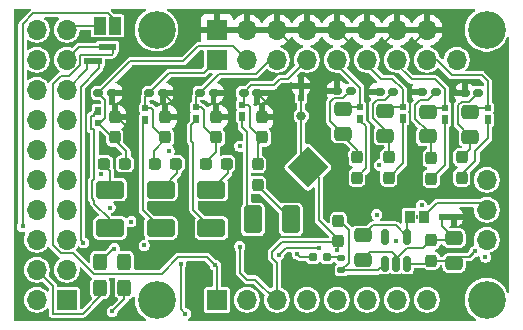
<source format=gbr>
%TF.GenerationSoftware,KiCad,Pcbnew,9.0.4*%
%TF.CreationDate,2025-08-20T17:26:20-04:00*%
%TF.ProjectId,tac5212_audio_board_single_ended,74616335-3231-4325-9f61-7564696f5f62,rev?*%
%TF.SameCoordinates,Original*%
%TF.FileFunction,Copper,L4,Bot*%
%TF.FilePolarity,Positive*%
%FSLAX46Y46*%
G04 Gerber Fmt 4.6, Leading zero omitted, Abs format (unit mm)*
G04 Created by KiCad (PCBNEW 9.0.4) date 2025-08-20 17:26:20*
%MOMM*%
%LPD*%
G01*
G04 APERTURE LIST*
G04 Aperture macros list*
%AMRoundRect*
0 Rectangle with rounded corners*
0 $1 Rounding radius*
0 $2 $3 $4 $5 $6 $7 $8 $9 X,Y pos of 4 corners*
0 Add a 4 corners polygon primitive as box body*
4,1,4,$2,$3,$4,$5,$6,$7,$8,$9,$2,$3,0*
0 Add four circle primitives for the rounded corners*
1,1,$1+$1,$2,$3*
1,1,$1+$1,$4,$5*
1,1,$1+$1,$6,$7*
1,1,$1+$1,$8,$9*
0 Add four rect primitives between the rounded corners*
20,1,$1+$1,$2,$3,$4,$5,0*
20,1,$1+$1,$4,$5,$6,$7,0*
20,1,$1+$1,$6,$7,$8,$9,0*
20,1,$1+$1,$8,$9,$2,$3,0*%
%AMRotRect*
0 Rectangle, with rotation*
0 The origin of the aperture is its center*
0 $1 length*
0 $2 width*
0 $3 Rotation angle, in degrees counterclockwise*
0 Add horizontal line*
21,1,$1,$2,0,0,$3*%
G04 Aperture macros list end*
%TA.AperFunction,EtchedComponent*%
%ADD10C,0.000000*%
%TD*%
%TA.AperFunction,ComponentPad*%
%ADD11R,1.700000X1.700000*%
%TD*%
%TA.AperFunction,ComponentPad*%
%ADD12O,1.700000X1.700000*%
%TD*%
%TA.AperFunction,ComponentPad*%
%ADD13C,3.200000*%
%TD*%
%TA.AperFunction,ComponentPad*%
%ADD14C,0.500000*%
%TD*%
%TA.AperFunction,SMDPad,CuDef*%
%ADD15RotRect,2.450000X2.450000X45.000000*%
%TD*%
%TA.AperFunction,SMDPad,CuDef*%
%ADD16RoundRect,0.250000X-0.475000X0.337500X-0.475000X-0.337500X0.475000X-0.337500X0.475000X0.337500X0*%
%TD*%
%TA.AperFunction,SMDPad,CuDef*%
%ADD17RoundRect,0.237500X0.237500X-0.300000X0.237500X0.300000X-0.237500X0.300000X-0.237500X-0.300000X0*%
%TD*%
%TA.AperFunction,SMDPad,CuDef*%
%ADD18R,0.500000X0.500000*%
%TD*%
%TA.AperFunction,SMDPad,CuDef*%
%ADD19R,0.500000X0.550000*%
%TD*%
%TA.AperFunction,ComponentPad*%
%ADD20R,0.500000X0.500000*%
%TD*%
%TA.AperFunction,SMDPad,CuDef*%
%ADD21RoundRect,0.160000X-0.222500X-0.160000X0.222500X-0.160000X0.222500X0.160000X-0.222500X0.160000X0*%
%TD*%
%TA.AperFunction,SMDPad,CuDef*%
%ADD22RoundRect,0.237500X0.287500X0.237500X-0.287500X0.237500X-0.287500X-0.237500X0.287500X-0.237500X0*%
%TD*%
%TA.AperFunction,SMDPad,CuDef*%
%ADD23RoundRect,0.237500X-0.237500X0.300000X-0.237500X-0.300000X0.237500X-0.300000X0.237500X0.300000X0*%
%TD*%
%TA.AperFunction,SMDPad,CuDef*%
%ADD24RoundRect,0.135000X-0.185000X0.135000X-0.185000X-0.135000X0.185000X-0.135000X0.185000X0.135000X0*%
%TD*%
%TA.AperFunction,SMDPad,CuDef*%
%ADD25RoundRect,0.250000X0.325000X0.450000X-0.325000X0.450000X-0.325000X-0.450000X0.325000X-0.450000X0*%
%TD*%
%TA.AperFunction,SMDPad,CuDef*%
%ADD26RoundRect,0.250000X-0.325000X-0.450000X0.325000X-0.450000X0.325000X0.450000X-0.325000X0.450000X0*%
%TD*%
%TA.AperFunction,SMDPad,CuDef*%
%ADD27R,0.508000X0.500000*%
%TD*%
%TA.AperFunction,SMDPad,CuDef*%
%ADD28R,0.508000X0.508000*%
%TD*%
%TA.AperFunction,SMDPad,CuDef*%
%ADD29RoundRect,0.250001X-0.924999X0.499999X-0.924999X-0.499999X0.924999X-0.499999X0.924999X0.499999X0*%
%TD*%
%TA.AperFunction,SMDPad,CuDef*%
%ADD30RoundRect,0.250000X0.475000X-0.337500X0.475000X0.337500X-0.475000X0.337500X-0.475000X-0.337500X0*%
%TD*%
%TA.AperFunction,SMDPad,CuDef*%
%ADD31R,0.954000X1.000000*%
%TD*%
%TA.AperFunction,SMDPad,CuDef*%
%ADD32R,0.500000X0.508000*%
%TD*%
%TA.AperFunction,SMDPad,CuDef*%
%ADD33R,1.000000X1.500000*%
%TD*%
%TA.AperFunction,SMDPad,CuDef*%
%ADD34RoundRect,0.250001X0.499999X0.924999X-0.499999X0.924999X-0.499999X-0.924999X0.499999X-0.924999X0*%
%TD*%
%TA.AperFunction,SMDPad,CuDef*%
%ADD35RoundRect,0.237500X-0.287500X-0.237500X0.287500X-0.237500X0.287500X0.237500X-0.287500X0.237500X0*%
%TD*%
%TA.AperFunction,SMDPad,CuDef*%
%ADD36RoundRect,0.160000X0.222500X0.160000X-0.222500X0.160000X-0.222500X-0.160000X0.222500X-0.160000X0*%
%TD*%
%TA.AperFunction,SMDPad,CuDef*%
%ADD37C,0.200000*%
%TD*%
%TA.AperFunction,SMDPad,CuDef*%
%ADD38RoundRect,0.150000X-0.150000X0.512500X-0.150000X-0.512500X0.150000X-0.512500X0.150000X0.512500X0*%
%TD*%
%TA.AperFunction,SMDPad,CuDef*%
%ADD39RoundRect,0.160000X0.197500X0.160000X-0.197500X0.160000X-0.197500X-0.160000X0.197500X-0.160000X0*%
%TD*%
%TA.AperFunction,SMDPad,CuDef*%
%ADD40RoundRect,0.237500X0.237500X-0.287500X0.237500X0.287500X-0.237500X0.287500X-0.237500X-0.287500X0*%
%TD*%
%TA.AperFunction,ViaPad*%
%ADD41C,0.450000*%
%TD*%
%TA.AperFunction,ViaPad*%
%ADD42C,0.800000*%
%TD*%
%TA.AperFunction,Conductor*%
%ADD43C,0.200000*%
%TD*%
G04 APERTURE END LIST*
%TA.AperFunction,EtchedComponent*%
%TO.C,GND108*%
G36*
X109429000Y-105279000D02*
G01*
X108971000Y-105279000D01*
X108971000Y-104704000D01*
X109429000Y-104704000D01*
X109429000Y-105279000D01*
G37*
%TD.AperFunction*%
D10*
%TA.AperFunction,EtchedComponent*%
%TO.C,3V108*%
G36*
X119125000Y-115800000D02*
G01*
X118875000Y-115800000D01*
X118875000Y-115400000D01*
X119125000Y-115400000D01*
X119125000Y-115800000D01*
G37*
%TD.AperFunction*%
%TA.AperFunction,EtchedComponent*%
%TO.C,SDA108*%
G36*
X91321000Y-102629000D02*
G01*
X91896000Y-102629000D01*
X91896000Y-102171000D01*
X91321000Y-102171000D01*
X91321000Y-102629000D01*
G37*
%TD.AperFunction*%
%TA.AperFunction,EtchedComponent*%
%TO.C,SCL108*%
G36*
X92521000Y-101429000D02*
G01*
X93096000Y-101429000D01*
X93096000Y-100971000D01*
X92521000Y-100971000D01*
X92521000Y-101429000D01*
G37*
%TD.AperFunction*%
%TA.AperFunction,EtchedComponent*%
%TO.C,NT108*%
G36*
X123829810Y-118711612D02*
G01*
X123511612Y-119029810D01*
X123370190Y-118888388D01*
X123688388Y-118570190D01*
X123829810Y-118711612D01*
G37*
%TD.AperFunction*%
%TA.AperFunction,EtchedComponent*%
%TO.C,G119*%
G36*
X121879000Y-115371000D02*
G01*
X121304000Y-115371000D01*
X121304000Y-115829000D01*
X121879000Y-115829000D01*
X121879000Y-115371000D01*
G37*
%TD.AperFunction*%
%TD*%
D11*
%TO.P,board_outline108,1,HELD_HIGH*%
%TO.N,EN_HELD_HIGH*%
X89337500Y-122600000D03*
D12*
%TO.P,board_outline108,2,HELD_LOW*%
%TO.N,unconnected-(board_outline108-HELD_LOW-Pad2)*%
X86797500Y-122600000D03*
%TO.P,board_outline108,3,5V*%
%TO.N,Net-(5V108-Pad2)*%
X89337500Y-120060000D03*
%TO.P,board_outline108,4,GNDD*%
%TO.N,3.3v_IDE*%
X86797500Y-120060000D03*
%TO.P,board_outline108,5,12V*%
%TO.N,unconnected-(board_outline108-12V-Pad5)*%
X89337500Y-117520000D03*
%TO.P,board_outline108,6,GNDD*%
%TO.N,GNDD*%
X86797500Y-117520000D03*
%TO.P,board_outline108,7,DSP_DOUT*%
%TO.N,5212_DIN1*%
X89337500Y-114980000D03*
%TO.P,board_outline108,8,GNDD*%
%TO.N,GNDD*%
X86797500Y-114980000D03*
%TO.P,board_outline108,9,DSP_DIN*%
%TO.N,5212_DOUT1+*%
X89337500Y-112440000D03*
%TO.P,board_outline108,10,GNDD*%
%TO.N,GNDD*%
X86797500Y-112440000D03*
%TO.P,board_outline108,11,BCLK*%
%TO.N,5212_BCLK1*%
X89337500Y-109900000D03*
%TO.P,board_outline108,12,GNDD*%
%TO.N,GNDD*%
X86797500Y-109900000D03*
%TO.P,board_outline108,13,LRCK*%
%TO.N,5212_LRCK1*%
X89337500Y-107360000D03*
%TO.P,board_outline108,14,GNDD*%
%TO.N,GNDD*%
X86797500Y-107360000D03*
%TO.P,board_outline108,15,SDA*%
%TO.N,DSP_SDA*%
X89337500Y-104820000D03*
%TO.P,board_outline108,16,GNDD*%
%TO.N,GNDD*%
X86797500Y-104820000D03*
%TO.P,board_outline108,17,SCL*%
%TO.N,DSP_SCL*%
X89337500Y-102280000D03*
%TO.P,board_outline108,18,GNDD*%
%TO.N,GNDD*%
X86797500Y-102280000D03*
%TO.P,board_outline108,19,MCLK*%
%TO.N,5212_MCLK1*%
X89337500Y-99740000D03*
%TO.P,board_outline108,20,GNDD*%
%TO.N,GNDD*%
X86797500Y-99740000D03*
D11*
%TO.P,board_outline108,21,OUTP*%
%TO.N,OUT1P+*%
X102047500Y-102285000D03*
%TO.P,board_outline108,22,AGND*%
%TO.N,Earth*%
X102047500Y-99745000D03*
D12*
%TO.P,board_outline108,23,OUT1M*%
%TO.N,OUT1M+*%
X104587500Y-102285000D03*
%TO.P,board_outline108,24,AGND*%
%TO.N,Earth*%
X104587500Y-99745000D03*
%TO.P,board_outline108,25,OUT2P*%
%TO.N,OUT2P+*%
X107127500Y-102285000D03*
%TO.P,board_outline108,26,AGND*%
%TO.N,Earth*%
X107127500Y-99745000D03*
%TO.P,board_outline108,27,OUT2M*%
%TO.N,OUT2M+*%
X109667500Y-102285000D03*
%TO.P,board_outline108,28,AGND*%
%TO.N,Earth*%
X109667500Y-99745000D03*
%TO.P,board_outline108,29,IN1P*%
%TO.N,IN1P+*%
X112207500Y-102285000D03*
%TO.P,board_outline108,30,AGND*%
%TO.N,Earth*%
X112207500Y-99745000D03*
%TO.P,board_outline108,31,IN1M*%
%TO.N,IN1M+*%
X114747500Y-102285000D03*
%TO.P,board_outline108,32,AGND*%
%TO.N,Earth*%
X114747500Y-99745000D03*
%TO.P,board_outline108,33,IN2P*%
%TO.N,IN2P+*%
X117287500Y-102285000D03*
%TO.P,board_outline108,34,AGND*%
%TO.N,Earth*%
X117287500Y-99745000D03*
%TO.P,board_outline108,35,IN2M*%
%TO.N,IN2M+*%
X119827500Y-102285000D03*
%TO.P,board_outline108,36,AGND*%
%TO.N,Earth*%
X119827500Y-99745000D03*
D11*
%TO.P,board_outline108,37,SCL*%
%TO.N,5212_SCL*%
X102047500Y-122605000D03*
D12*
%TO.P,board_outline108,38,SDA*%
%TO.N,5212_SDA*%
X104587500Y-122605000D03*
%TO.P,board_outline108,39,GNDD*%
%TO.N,GNDD*%
X107127500Y-122605000D03*
%TO.P,board_outline108,40,GPIO1*%
%TO.N,GPIO1*%
X109667500Y-122605000D03*
%TO.P,board_outline108,41,GPIO2*%
%TO.N,GPIO2*%
X112207500Y-122605000D03*
%TO.P,board_outline108,42,GPO1*%
%TO.N,GPO1*%
X114747500Y-122605000D03*
%TO.P,board_outline108,43,GPI1*%
%TO.N,GPI1*%
X117287500Y-122605000D03*
%TO.P,board_outline108,44,GNDD*%
%TO.N,GNDD*%
X119827500Y-122605000D03*
%TO.P,board_outline108,45,5V*%
%TO.N,5V*%
X124892500Y-117525000D03*
%TO.P,board_outline108,46,3.3V*%
%TO.N,3.3V_LDO*%
X124892500Y-114985000D03*
%TO.P,board_outline108,47,GNDD*%
%TO.N,GNDD*%
X124892500Y-112445000D03*
%TO.P,board_outline108,48,MIC_BIAS*%
%TO.N,MICBIAS*%
X122352500Y-102285000D03*
D13*
%TO.P,board_outline108,49,AGND*%
%TO.N,Net-(E108-Pad2)*%
X96952500Y-99745000D03*
%TO.P,board_outline108,50,AGND*%
%TO.N,Net-(E109-Pad2)*%
X124892500Y-99745000D03*
%TO.P,board_outline108,51,DGND*%
%TO.N,Net-(G117-Pad1)*%
X96952500Y-122605000D03*
%TO.P,board_outline108,52,DGND*%
%TO.N,Net-(G118-Pad1)*%
X124892500Y-122605000D03*
%TD*%
D14*
%TO.P,G110,1,1*%
%TO.N,Earth*%
X117100000Y-114000000D03*
%TD*%
%TO.P,G109,1,1*%
%TO.N,Earth*%
X99200000Y-117200000D03*
%TD*%
%TO.P,G112,1,1*%
%TO.N,Earth*%
X118400000Y-114000000D03*
%TD*%
%TO.P,G111,1,1*%
%TO.N,Earth*%
X92000000Y-118200000D03*
%TD*%
%TO.P,G113,1,1*%
%TO.N,Earth*%
X102200000Y-118400000D03*
%TD*%
%TO.P,TAC5212,25,VSS*%
%TO.N,GNDD*%
X109274058Y-111880489D03*
X109274058Y-110890539D03*
X109769033Y-111385514D03*
D15*
X109769033Y-111385514D03*
D14*
X110264008Y-111880489D03*
X110264008Y-110890539D03*
%TD*%
%TO.P,G115,1,1*%
%TO.N,Earth*%
X105000000Y-119800000D03*
%TD*%
%TO.P,G114,1,1*%
%TO.N,Earth*%
X123000000Y-115600000D03*
%TD*%
%TO.P,G116,1,1*%
%TO.N,Earth*%
X125900000Y-110200000D03*
%TD*%
%TO.P,G108,1,1*%
%TO.N,Earth*%
X115800000Y-114500000D03*
%TD*%
D16*
%TO.P,T\u002AC108,1*%
%TO.N,5V_THIN*%
X122134314Y-119475000D03*
%TO.P,T\u002AC108,2*%
%TO.N,Net-(U109-GND)*%
X122134314Y-117400000D03*
%TD*%
D17*
%TO.P,C127,1*%
%TO.N,Net-(C127-Pad1)*%
X113900000Y-110537500D03*
%TO.P,C127,2*%
%TO.N,IN1P*%
X113900000Y-112262500D03*
%TD*%
D18*
%TO.P,OP2,1,1*%
%TO.N,OUT2P+*%
X100300000Y-106325000D03*
D19*
%TO.P,OP2,2,2*%
%TO.N,OUT2P*%
X100300000Y-107200000D03*
D20*
X100300000Y-107425000D03*
%TD*%
D21*
%TO.P,D111,1,K*%
%TO.N,OUT2M+*%
X104327500Y-105100000D03*
%TO.P,D111,2,K*%
%TO.N,Earth*%
X105472500Y-105100000D03*
%TD*%
D22*
%TO.P,R108,1*%
%TO.N,OUT1P+*%
X96825000Y-111100000D03*
%TO.P,R108,2*%
%TO.N,Net-(C110-Pad2)*%
X98575000Y-111100000D03*
%TD*%
D18*
%TO.P,INP2,1,1*%
%TO.N,IN2P+*%
X121400000Y-106335000D03*
D19*
%TO.P,INP2,2,2*%
%TO.N,IN2P*%
X121400000Y-107210000D03*
D20*
X121400000Y-107435000D03*
%TD*%
D23*
%TO.P,T\u002AC109,1*%
%TO.N,5V_THIN*%
X120200000Y-119300000D03*
%TO.P,T\u002AC109,2*%
%TO.N,Net-(U109-GND)*%
X120200000Y-117575000D03*
%TD*%
D24*
%TO.P,R128,1*%
%TO.N,EN_HELD_HIGH*%
X112600000Y-120110000D03*
%TO.P,R128,2*%
%TO.N,Net-(R128-Pad2)*%
X112600000Y-119090000D03*
%TD*%
D17*
%TO.P,C124,1*%
%TO.N,Net-(C124-Pad1)*%
X122800000Y-110537500D03*
%TO.P,C124,2*%
%TO.N,IN2M*%
X122800000Y-112262500D03*
%TD*%
D25*
%TO.P,C131,1*%
%TO.N,3.3v_IDE*%
X92175000Y-121600000D03*
%TO.P,C131,2*%
%TO.N,GNDD*%
X94225000Y-121600000D03*
%TD*%
D26*
%TO.P,C130,1*%
%TO.N,5V*%
X94225000Y-119400000D03*
%TO.P,C130,2*%
%TO.N,GNDD*%
X92175000Y-119400000D03*
%TD*%
D27*
%TO.P,GND108,1,1*%
%TO.N,GNDD*%
X109200000Y-105504000D03*
D28*
%TO.P,GND108,2,2*%
%TO.N,Earth*%
X109200000Y-104500000D03*
%TD*%
D17*
%TO.P,C125,1*%
%TO.N,Net-(C125-Pad1)*%
X120200000Y-110637500D03*
%TO.P,C125,2*%
%TO.N,IN2P*%
X120200000Y-112362500D03*
%TD*%
D18*
%TO.P,INM2,1,1*%
%TO.N,IN2M+*%
X125000000Y-106382500D03*
D19*
%TO.P,INM2,2,2*%
%TO.N,IN2M*%
X125000000Y-107257500D03*
D20*
X125000000Y-107482500D03*
%TD*%
D29*
%TO.P,C114,1*%
%TO.N,OUT1M*%
X93000000Y-116525000D03*
%TO.P,C114,2*%
%TO.N,Net-(C114-Pad2)*%
X93000000Y-113275000D03*
%TD*%
D30*
%TO.P,T\u002AC110,1*%
%TO.N,3.3V_A*%
X114400000Y-117162500D03*
%TO.P,T\u002AC110,2*%
%TO.N,Net-(U109-GND)*%
X114400000Y-119237500D03*
%TD*%
D18*
%TO.P,OM2,1,1*%
%TO.N,OUT2M+*%
X104200000Y-106100000D03*
D19*
%TO.P,OM2,2,2*%
%TO.N,OUT2M*%
X104200000Y-106975000D03*
D20*
X104200000Y-107200000D03*
%TD*%
D31*
%TO.P,3V108,1,1*%
%TO.N,3.3V_A*%
X118423000Y-115600000D03*
%TO.P,3V108,2,2*%
%TO.N,3.3V_LDO*%
X119574987Y-115600001D03*
%TD*%
D32*
%TO.P,SDA108,1,1*%
%TO.N,DSP_SDA*%
X91096000Y-102400000D03*
D28*
%TO.P,SDA108,2,2*%
%TO.N,5212_SDA*%
X92100000Y-102400000D03*
%TD*%
D33*
%TO.P,MCLK108,1,1*%
%TO.N,5212_MCLK1*%
X92150000Y-99400000D03*
%TO.P,MCLK108,2,2*%
%TO.N,GPI1*%
X93450000Y-99400000D03*
%TD*%
D34*
%TO.P,C122,1*%
%TO.N,OUT2M*%
X105100001Y-115800000D03*
%TO.P,C122,2*%
%TO.N,Net-(C122-Pad2)*%
X108350001Y-115800000D03*
%TD*%
D32*
%TO.P,SCL108,1,1*%
%TO.N,DSP_SCL*%
X92296000Y-101200000D03*
D28*
%TO.P,SCL108,2,2*%
%TO.N,5212_SCL*%
X93300000Y-101200000D03*
%TD*%
D35*
%TO.P,R109,1*%
%TO.N,OUT1M+*%
X94275000Y-111100000D03*
%TO.P,R109,2*%
%TO.N,Net-(C114-Pad2)*%
X92525000Y-111100000D03*
%TD*%
D36*
%TO.P,D113,1,K*%
%TO.N,Net-(C125-Pad1)*%
X120572500Y-105035000D03*
%TO.P,D113,2,K*%
%TO.N,Earth*%
X119427500Y-105035000D03*
%TD*%
D30*
%TO.P,FB110,1*%
%TO.N,IN1M+*%
X116300000Y-106625000D03*
%TO.P,FB110,2*%
%TO.N,Net-(C126-Pad1)*%
X116300000Y-108700000D03*
%TD*%
%TO.P,FB111,1*%
%TO.N,IN1P+*%
X112700000Y-106462500D03*
%TO.P,FB111,2*%
%TO.N,Net-(C127-Pad1)*%
X112700000Y-108537500D03*
%TD*%
D22*
%TO.P,R111,1*%
%TO.N,OUT2P+*%
X101125000Y-111100000D03*
%TO.P,R111,2*%
%TO.N,Net-(C120-Pad2)*%
X102875000Y-111100000D03*
%TD*%
D36*
%TO.P,D112,1,K*%
%TO.N,Net-(C124-Pad1)*%
X124172500Y-105082500D03*
%TO.P,D112,2,K*%
%TO.N,Earth*%
X123027500Y-105082500D03*
%TD*%
D23*
%TO.P,C123,1*%
%TO.N,OUT2M+*%
X105900000Y-108862500D03*
%TO.P,C123,2*%
%TO.N,Earth*%
X105900000Y-107137500D03*
%TD*%
D37*
%TO.P,NT108,1,1*%
%TO.N,5V*%
X123759099Y-118640901D03*
%TO.P,NT108,2,2*%
%TO.N,5V_THIN*%
X123440901Y-118959099D03*
%TD*%
D38*
%TO.P,U109,1,IN*%
%TO.N,5V_THIN*%
X118161814Y-119552500D03*
%TO.P,U109,2,GND*%
%TO.N,Net-(U109-GND)*%
X117211814Y-119552500D03*
%TO.P,U109,3,EN*%
%TO.N,EN_HELD_HIGH*%
X116261814Y-119552500D03*
%TO.P,U109,4,NC*%
%TO.N,unconnected-(U109-NC-Pad4)*%
X116261814Y-117277500D03*
%TO.P,U109,5,OUT*%
%TO.N,3.3V_A*%
X118161814Y-117277500D03*
%TD*%
D21*
%TO.P,D108,1,K*%
%TO.N,OUT1P+*%
X96327500Y-105100000D03*
%TO.P,D108,2,K*%
%TO.N,Earth*%
X97472500Y-105100000D03*
%TD*%
D23*
%TO.P,C113,1*%
%TO.N,OUT1P+*%
X97700000Y-108862500D03*
%TO.P,C113,2*%
%TO.N,Earth*%
X97700000Y-107137500D03*
%TD*%
D17*
%TO.P,C126,1*%
%TO.N,Net-(C126-Pad1)*%
X116600000Y-110537500D03*
%TO.P,C126,2*%
%TO.N,IN1M*%
X116600000Y-112262500D03*
%TD*%
D21*
%TO.P,D110,1,K*%
%TO.N,OUT2P+*%
X100627500Y-105100000D03*
%TO.P,D110,2,K*%
%TO.N,Earth*%
X101772500Y-105100000D03*
%TD*%
D29*
%TO.P,C110,1*%
%TO.N,OUT1P*%
X97300000Y-116525000D03*
%TO.P,C110,2*%
%TO.N,Net-(C110-Pad2)*%
X97300000Y-113275000D03*
%TD*%
D21*
%TO.P,D109,1,K*%
%TO.N,OUT1M+*%
X92027500Y-105100000D03*
%TO.P,D109,2,K*%
%TO.N,Earth*%
X93172500Y-105100000D03*
%TD*%
D39*
%TO.P,SCL109,1,1*%
%TO.N,Net-(R128-Pad2)*%
X111397500Y-119000000D03*
%TO.P,SCL109,2,2*%
%TO.N,3.3v_IDE*%
X110202500Y-119000000D03*
%TD*%
D23*
%TO.P,C121,1*%
%TO.N,OUT2P+*%
X102000000Y-108862500D03*
%TO.P,C121,2*%
%TO.N,Earth*%
X102000000Y-107137500D03*
%TD*%
D29*
%TO.P,C120,1*%
%TO.N,OUT2P*%
X101600000Y-116525000D03*
%TO.P,C120,2*%
%TO.N,Net-(C120-Pad2)*%
X101600000Y-113275000D03*
%TD*%
D36*
%TO.P,D114,1,K*%
%TO.N,Net-(C126-Pad1)*%
X116972500Y-105035000D03*
%TO.P,D114,2,K*%
%TO.N,Earth*%
X115827500Y-105035000D03*
%TD*%
D18*
%TO.P,OP1,1,1*%
%TO.N,OUT1P+*%
X96000000Y-106400000D03*
D19*
%TO.P,OP1,2,2*%
%TO.N,OUT1P*%
X96000000Y-107275000D03*
D20*
X96000000Y-107500000D03*
%TD*%
D40*
%TO.P,R116,1*%
%TO.N,OUT2M+*%
X105500000Y-111125000D03*
%TO.P,R116,2*%
%TO.N,Net-(C122-Pad2)*%
X105500000Y-112875000D03*
%TD*%
D18*
%TO.P,INM1,1,1*%
%TO.N,IN1M+*%
X117800000Y-106262500D03*
D19*
%TO.P,INM1,2,2*%
%TO.N,IN1M*%
X117800000Y-107137500D03*
D20*
X117800000Y-107362500D03*
%TD*%
D30*
%TO.P,FB109,1*%
%TO.N,IN2P+*%
X119900000Y-106697500D03*
%TO.P,FB109,2*%
%TO.N,Net-(C125-Pad1)*%
X119900000Y-108772500D03*
%TD*%
D32*
%TO.P,G119,1,1*%
%TO.N,Earth*%
X122104000Y-115600000D03*
D28*
%TO.P,G119,2,2*%
%TO.N,Net-(U109-GND)*%
X121100000Y-115600000D03*
%TD*%
D30*
%TO.P,FB108,1*%
%TO.N,IN2M+*%
X123500000Y-106735000D03*
%TO.P,FB108,2*%
%TO.N,Net-(C124-Pad1)*%
X123500000Y-108810000D03*
%TD*%
D36*
%TO.P,D115,1,K*%
%TO.N,Net-(C127-Pad1)*%
X113372500Y-104900000D03*
%TO.P,D115,2,K*%
%TO.N,Earth*%
X112227500Y-104900000D03*
%TD*%
D17*
%TO.P,C129,1*%
%TO.N,EN_HELD_HIGH*%
X112349617Y-115925582D03*
%TO.P,C129,2*%
%TO.N,GNDD*%
X112349617Y-117650582D03*
%TD*%
D18*
%TO.P,OM1,1,1*%
%TO.N,OUT1M+*%
X92000000Y-107600000D03*
%TO.P,OM1,2,2*%
%TO.N,OUT1M*%
X92000000Y-106750000D03*
D20*
X92000000Y-106500000D03*
%TD*%
D23*
%TO.P,C117,1*%
%TO.N,OUT1M+*%
X93400000Y-108862500D03*
%TO.P,C117,2*%
%TO.N,Earth*%
X93400000Y-107137500D03*
%TD*%
D18*
%TO.P,INP1,1,1*%
%TO.N,IN1P+*%
X114200000Y-106325000D03*
D19*
%TO.P,INP1,2,2*%
%TO.N,IN1P*%
X114200000Y-107200000D03*
D20*
X114200000Y-107425000D03*
%TD*%
D41*
%TO.N,GNDD*%
X93000000Y-114800000D03*
X112200000Y-118400000D03*
X99400000Y-123800000D03*
D42*
X109200000Y-107025000D03*
D41*
X92250000Y-112000000D03*
X119400000Y-114600000D03*
X93363425Y-118278913D03*
X98000000Y-110000000D03*
X115600000Y-115400000D03*
X117200000Y-117600000D03*
X104000000Y-118100000D03*
X115800000Y-111200000D03*
X99006587Y-119580000D03*
X124800000Y-119000000D03*
X93200000Y-123600000D03*
%TO.N,5V*%
X123908750Y-118508750D03*
D42*
X94314682Y-119660000D03*
D41*
%TO.N,Earth*%
X94600000Y-105800000D03*
X94400000Y-101000000D03*
X91800000Y-123600000D03*
X103224739Y-107762663D03*
X126400000Y-113600000D03*
X96200000Y-103200000D03*
X94400000Y-98400000D03*
X107753490Y-104649666D03*
X111200000Y-104200000D03*
X126200000Y-102000000D03*
X122150000Y-104650000D03*
%TO.N,EN_HELD_HIGH*%
X112200000Y-116000000D03*
%TO.N,5212_SCL*%
X101934085Y-119700000D03*
%TO.N,5212_SDA*%
X90762790Y-117786552D03*
%TO.N,3.3V_LDO*%
X104000000Y-109600000D03*
%TO.N,GPI1*%
X85600000Y-116400000D03*
%TO.N,Net-(PU_EN108-Pad1)*%
X110704037Y-118225583D03*
X107303448Y-118794456D03*
%TO.N,3.3v_IDE*%
X108861982Y-118748569D03*
X94800000Y-116000000D03*
X95900000Y-118000000D03*
%TD*%
D43*
%TO.N,Earth*%
X100538604Y-99745000D02*
X102047500Y-99745000D01*
X98613604Y-101670000D02*
X100538604Y-99745000D01*
X94516179Y-101670000D02*
X98613604Y-101670000D01*
X92325930Y-103860249D02*
X94516179Y-101670000D01*
X92003681Y-103860249D02*
X92325930Y-103860249D01*
X91230081Y-104633849D02*
X92003681Y-103860249D01*
X91235448Y-104639215D02*
X91230081Y-104633849D01*
X90975000Y-108361396D02*
X90975000Y-106838604D01*
X91235448Y-108621844D02*
X90975000Y-108361396D01*
X91235448Y-110426080D02*
X91235448Y-108621844D01*
X90975000Y-106838604D02*
X91235448Y-106578156D01*
X91225000Y-110436528D02*
X91235448Y-110426080D01*
X91235448Y-111773920D02*
X91225000Y-111763472D01*
X91235448Y-112158056D02*
X91235448Y-111773920D01*
X91050000Y-112343504D02*
X91235448Y-112158056D01*
X91500000Y-114842101D02*
X91050000Y-114392101D01*
X91500000Y-117700000D02*
X91500000Y-114842101D01*
X91225000Y-111763472D02*
X91225000Y-110436528D01*
X92000000Y-118200000D02*
X91500000Y-117700000D01*
X91235448Y-106578156D02*
X91235448Y-104639215D01*
X91050000Y-114392101D02*
X91050000Y-112343504D01*
X92500000Y-117700000D02*
X92000000Y-118200000D01*
X94070100Y-117700000D02*
X92500000Y-117700000D01*
X95325000Y-108887500D02*
X93400000Y-106962500D01*
X95325000Y-116445100D02*
X95325000Y-108887500D01*
X94070100Y-117700000D02*
X95325000Y-116445100D01*
%TO.N,GNDD*%
X99000000Y-119586587D02*
X99006587Y-119580000D01*
X92175000Y-119400000D02*
X93296087Y-118278913D01*
X107127500Y-119369456D02*
X107127500Y-122605000D01*
X106700000Y-118600000D02*
X106728448Y-118628448D01*
X104000000Y-120300000D02*
X104000000Y-118100000D01*
X107027182Y-122605000D02*
X105322182Y-120900000D01*
X112300200Y-117700000D02*
X107600000Y-117700000D01*
X99400000Y-123800000D02*
X99000000Y-123400000D01*
X109200000Y-110816481D02*
X109274058Y-110890539D01*
X107065275Y-118219456D02*
X106728448Y-118556283D01*
X112349617Y-118250383D02*
X112200000Y-118400000D01*
X110675000Y-112275000D02*
X110675000Y-115837501D01*
X93296087Y-118278913D02*
X93363425Y-118278913D01*
X106728448Y-118571552D02*
X106700000Y-118600000D01*
X109400000Y-111000000D02*
X110675000Y-112275000D01*
X94224999Y-121600000D02*
X94224999Y-122575001D01*
X99000000Y-123400000D02*
X99000000Y-119586587D01*
X104600000Y-120900000D02*
X104000000Y-120300000D01*
X107600000Y-117700000D02*
X107080544Y-118219456D01*
X107127500Y-122605000D02*
X107027182Y-122605000D01*
X106728448Y-118628448D02*
X106728448Y-119032629D01*
X109200000Y-105504000D02*
X109200000Y-107025000D01*
X105322182Y-120900000D02*
X104600000Y-120900000D01*
X106728448Y-118556283D02*
X106728448Y-118571552D01*
X107080544Y-118219456D02*
X107065275Y-118219456D01*
X112349617Y-117650583D02*
X112349617Y-118250383D01*
X112349617Y-117650583D02*
X112300200Y-117700000D01*
X106728448Y-119032629D02*
X107065275Y-119369456D01*
X94224999Y-122575001D02*
X93200000Y-123600000D01*
X110675000Y-115837501D02*
X112500000Y-117662501D01*
X107065275Y-119369456D02*
X107127500Y-119369456D01*
X109200000Y-107025000D02*
X109200000Y-110816481D01*
%TO.N,Earth*%
X114260799Y-104060799D02*
X114260799Y-103460000D01*
X103400000Y-108520000D02*
X103620000Y-108300000D01*
X107210744Y-103460000D02*
X107614201Y-103460000D01*
X99625000Y-109556398D02*
X99450000Y-109381398D01*
X125900000Y-102300000D02*
X126200000Y-102000000D01*
X115200000Y-107793996D02*
X114800000Y-107393996D01*
X114800000Y-107393996D02*
X114800000Y-104600000D01*
X109844906Y-114084424D02*
X106895101Y-111134619D01*
X105000000Y-119800000D02*
X105000000Y-119446447D01*
X119340799Y-103460000D02*
X118652500Y-102771701D01*
X118400000Y-114000000D02*
X118150000Y-113750000D01*
X110542843Y-106843984D02*
X110542843Y-105509951D01*
X118150000Y-113750000D02*
X118150000Y-112725000D01*
X118150000Y-112725000D02*
X118375000Y-112500000D01*
X109588771Y-117300000D02*
X109844906Y-117043865D01*
X103620000Y-108300000D02*
X103620000Y-104734672D01*
X116560000Y-103460000D02*
X116112500Y-103012500D01*
X124200000Y-102000000D02*
X126200000Y-102000000D01*
X106895101Y-106522601D02*
X105472500Y-105100000D01*
X103700000Y-116900000D02*
X103700000Y-110633278D01*
X117100000Y-114000000D02*
X116900000Y-114000000D01*
X106670744Y-104000000D02*
X107210744Y-103460000D01*
X113125000Y-110595100D02*
X110425000Y-107895100D01*
X118652500Y-100920000D02*
X119827500Y-99745000D01*
X117160000Y-103460000D02*
X116560000Y-103460000D01*
X116900000Y-114000000D02*
X115200000Y-112300000D01*
X103620000Y-108157924D02*
X103224739Y-107762663D01*
X122104000Y-115600000D02*
X123000000Y-115600000D01*
X110425000Y-107895100D02*
X110425000Y-106961827D01*
X103700000Y-110633278D02*
X103400000Y-110333278D01*
X113572500Y-101110000D02*
X112207500Y-99745000D01*
X111152794Y-104900000D02*
X112227500Y-104900000D01*
X122582500Y-105082500D02*
X122150000Y-104650000D01*
X115200000Y-112300000D02*
X115200000Y-107793996D01*
X116112500Y-103012500D02*
X116112500Y-100920000D01*
X125900000Y-110200000D02*
X125900000Y-102300000D01*
X107146447Y-117300000D02*
X109588771Y-117300000D01*
X110542843Y-105509951D02*
X111152794Y-104900000D01*
X108302500Y-102771701D02*
X108302500Y-100920000D01*
X109844906Y-117043865D02*
X109844906Y-114084424D01*
X102000000Y-107350000D02*
X102000000Y-106962500D01*
X118652500Y-102771701D02*
X118652500Y-100920000D01*
X99625000Y-116775000D02*
X99625000Y-109556398D01*
X115800000Y-114500000D02*
X114113173Y-114500000D01*
X106895101Y-111134619D02*
X106895101Y-106522601D01*
X116112500Y-100920000D02*
X117287500Y-99745000D01*
X122150000Y-104650000D02*
X120960000Y-103460000D01*
X105000000Y-119446447D02*
X107146447Y-117300000D01*
X104354672Y-104000000D02*
X106670744Y-104000000D01*
X114260799Y-103460000D02*
X113572500Y-102771701D01*
X119827500Y-99745000D02*
X121945000Y-99745000D01*
X107614201Y-103460000D02*
X108302500Y-102771701D01*
X114800000Y-104600000D02*
X114260799Y-104060799D01*
X123027500Y-105082500D02*
X122582500Y-105082500D01*
X118375000Y-104675000D02*
X117160000Y-103460000D01*
X113572500Y-102771701D02*
X113572500Y-101110000D01*
X99450000Y-109381398D02*
X99450000Y-107077500D01*
X99200000Y-117200000D02*
X99625000Y-116775000D01*
X108302500Y-100920000D02*
X107127500Y-99745000D01*
X102200000Y-118400000D02*
X103700000Y-116900000D01*
X99450000Y-107077500D02*
X97472500Y-105100000D01*
X103400000Y-110333278D02*
X103400000Y-108520000D01*
X113125000Y-113511827D02*
X113125000Y-110595100D01*
X118375000Y-112500000D02*
X118375000Y-104675000D01*
X121945000Y-99745000D02*
X124200000Y-102000000D01*
X103620000Y-108300000D02*
X103620000Y-108157924D01*
X110425000Y-106961827D02*
X110542843Y-106843984D01*
X103620000Y-104734672D02*
X104354672Y-104000000D01*
X120960000Y-103460000D02*
X119340799Y-103460000D01*
X114113173Y-114500000D02*
X113125000Y-113511827D01*
%TO.N,EN_HELD_HIGH*%
X112600000Y-120109999D02*
X112615001Y-120125000D01*
X115689315Y-120125000D02*
X116261815Y-119552500D01*
X113245000Y-119464999D02*
X113245000Y-116682499D01*
X112615001Y-120125000D02*
X115689315Y-120125000D01*
X113245000Y-116682499D02*
X112500000Y-115937499D01*
X112600000Y-120109999D02*
X113245000Y-119464999D01*
%TO.N,IN2P*%
X120200000Y-112362500D02*
X121400000Y-111162500D01*
X121400000Y-111162500D02*
X121400000Y-107435000D01*
%TO.N,IN1M*%
X116600000Y-112262500D02*
X117800000Y-111062500D01*
X117800000Y-111062500D02*
X117800000Y-107362500D01*
%TO.N,IN1P*%
X113900000Y-112262500D02*
X114700000Y-111462500D01*
X114700000Y-107930392D02*
X114200000Y-107430392D01*
X114200000Y-107430392D02*
X114200000Y-107425000D01*
X114700000Y-111462500D02*
X114700000Y-107930392D01*
%TO.N,Net-(C110-Pad2)*%
X98700000Y-111100000D02*
X98700000Y-111875000D01*
X98700000Y-111875000D02*
X97300000Y-113275000D01*
%TO.N,IN2M*%
X123950000Y-109992600D02*
X125000000Y-108942600D01*
X122800000Y-112262500D02*
X122800000Y-111977076D01*
X123950000Y-110827076D02*
X123950000Y-109992600D01*
X122800000Y-111977076D02*
X123950000Y-110827076D01*
X125000000Y-108942600D02*
X125000000Y-107482500D01*
%TO.N,OUT1P*%
X95775000Y-115000000D02*
X95775000Y-107725000D01*
X97300000Y-116525000D02*
X95775000Y-115000000D01*
X95775000Y-107725000D02*
X96000000Y-107500000D01*
%TO.N,Net-(C114-Pad2)*%
X93000000Y-113275000D02*
X93000000Y-111700000D01*
X93000000Y-111700000D02*
X92400000Y-111100000D01*
%TO.N,OUT1M*%
X91685448Y-106814552D02*
X91685448Y-107025000D01*
X93000000Y-115775001D02*
X93000000Y-116525000D01*
X91685448Y-107025000D02*
X91425000Y-107025000D01*
X91500000Y-112529900D02*
X91500000Y-114020100D01*
X91675000Y-110622924D02*
X91675000Y-111577076D01*
X91500000Y-114020100D02*
X91685448Y-114205548D01*
X91685448Y-111587524D02*
X91685448Y-112344452D01*
X91685448Y-112344452D02*
X91500000Y-112529900D01*
X92000000Y-106500000D02*
X91685448Y-106814552D01*
X91685448Y-108175000D02*
X91685448Y-110612476D01*
X91425000Y-108175000D02*
X91685448Y-108175000D01*
X91685448Y-110612476D02*
X91675000Y-110622924D01*
X91425000Y-107025000D02*
X91425000Y-108175000D01*
X91685448Y-114205548D02*
X91685448Y-114460449D01*
X91675000Y-111577076D02*
X91685448Y-111587524D01*
X91685448Y-114460449D02*
X93000000Y-115775001D01*
%TO.N,OUT2P*%
X100075000Y-115000000D02*
X100075000Y-109370002D01*
X99900000Y-107825000D02*
X100300000Y-107425000D01*
X99900000Y-109195002D02*
X99900000Y-107825000D01*
X101600000Y-116525000D02*
X100075000Y-115000000D01*
X100075000Y-109370002D02*
X99900000Y-109195002D01*
%TO.N,OUT2M*%
X104600000Y-115299999D02*
X104600000Y-108400000D01*
X104200000Y-108000000D02*
X104200000Y-107500000D01*
X105100001Y-115800000D02*
X104600000Y-115299999D01*
X104600000Y-108400000D02*
X104200000Y-108000000D01*
%TO.N,Net-(C120-Pad2)*%
X103000000Y-111875000D02*
X101600000Y-113275000D01*
X103000000Y-111100000D02*
X103000000Y-111875000D01*
%TO.N,Net-(C122-Pad2)*%
X105550001Y-113000000D02*
X108350001Y-115800000D01*
X105500000Y-113000000D02*
X105550001Y-113000000D01*
%TO.N,Net-(C124-Pad1)*%
X122450000Y-106152400D02*
X122779900Y-105822500D01*
X122779900Y-105822500D02*
X123432501Y-105822500D01*
X123500000Y-108810000D02*
X122450000Y-107760000D01*
X123432501Y-105822500D02*
X124172501Y-105082500D01*
X123500000Y-109837500D02*
X123500000Y-108810000D01*
X122450000Y-107760000D02*
X122450000Y-106152400D01*
X122800000Y-110537500D02*
X123500000Y-109837500D01*
%TO.N,Net-(C125-Pad1)*%
X119907501Y-105700000D02*
X120572501Y-105035000D01*
X119264900Y-105700000D02*
X119907501Y-105700000D01*
X118850000Y-106114900D02*
X119264900Y-105700000D01*
X120200000Y-110637500D02*
X120200000Y-109072500D01*
X120200000Y-109072500D02*
X119900000Y-108772500D01*
X118850000Y-107280100D02*
X118850000Y-106114900D01*
X119900000Y-108330100D02*
X118850000Y-107280100D01*
X119900000Y-108772500D02*
X119900000Y-108330100D01*
%TO.N,Net-(C126-Pad1)*%
X116300000Y-108700000D02*
X116300000Y-108257600D01*
X115250000Y-107207600D02*
X115250000Y-106042400D01*
X116600000Y-109000000D02*
X116300000Y-108700000D01*
X115250000Y-106042400D02*
X115592400Y-105700000D01*
X116600000Y-110537500D02*
X116600000Y-109000000D01*
X116307501Y-105700000D02*
X116972501Y-105035000D01*
X115592400Y-105700000D02*
X116307501Y-105700000D01*
X116300000Y-108257600D02*
X115250000Y-107207600D01*
%TO.N,5212_SCL*%
X88861154Y-103670000D02*
X88187500Y-104343654D01*
X102047500Y-119813415D02*
X101934085Y-119700000D01*
X102047500Y-122605000D02*
X102047500Y-119813415D01*
X93154000Y-101846000D02*
X90546000Y-101846000D01*
X90487500Y-102756346D02*
X89573846Y-103670000D01*
X91615256Y-120400000D02*
X97373414Y-120400000D01*
X88187500Y-104343654D02*
X88187500Y-117996346D01*
X89573846Y-103670000D02*
X88861154Y-103670000D01*
X88861154Y-118670000D02*
X89885256Y-118670000D01*
X90546000Y-101846000D02*
X90487500Y-101904500D01*
X88187500Y-117996346D02*
X88861154Y-118670000D01*
X97373414Y-120400000D02*
X98768414Y-119005000D01*
X89885256Y-118670000D02*
X91615256Y-120400000D01*
X98768414Y-119005000D02*
X101239085Y-119005000D01*
X101239085Y-119005000D02*
X101934085Y-119700000D01*
X93300000Y-101700000D02*
X93154000Y-101846000D01*
X90487500Y-101904500D02*
X90487500Y-102756346D01*
X93300000Y-101200000D02*
X93300000Y-101700000D01*
%TO.N,5212_SDA*%
X92007954Y-103082209D02*
X90525000Y-104565163D01*
X90525000Y-117548762D02*
X90762790Y-117786552D01*
X90525000Y-104565163D02*
X90525000Y-117548762D01*
X92100000Y-102400000D02*
X92100000Y-102990163D01*
X92100000Y-102990163D02*
X92007954Y-103082209D01*
%TO.N,3.3V_LDO*%
X124307500Y-114400000D02*
X124892500Y-114985000D01*
X119499999Y-115600000D02*
X120699999Y-114400000D01*
X120699999Y-114400000D02*
X124307500Y-114400000D01*
%TO.N,Net-(C127-Pad1)*%
X111984900Y-105545000D02*
X112727501Y-105545000D01*
X113900000Y-109900000D02*
X112700000Y-108700000D01*
X112700000Y-108537500D02*
X111675000Y-107512500D01*
X112700000Y-108700000D02*
X112700000Y-108537500D01*
X111675000Y-105854900D02*
X111984900Y-105545000D01*
X112727501Y-105545000D02*
X113372501Y-104900000D01*
X113900000Y-110537500D02*
X113900000Y-109900000D01*
X111675000Y-107512500D02*
X111675000Y-105854900D01*
%TO.N,5212_MCLK1*%
X92150000Y-99400000D02*
X89677500Y-99400000D01*
X89677500Y-99400000D02*
X89337500Y-99740000D01*
%TO.N,GPI1*%
X93450000Y-99400000D02*
X93450000Y-98950000D01*
X93450000Y-98950000D02*
X92850000Y-98350000D01*
X86525799Y-98350000D02*
X85600000Y-99275799D01*
X92850000Y-98350000D02*
X86525799Y-98350000D01*
X85600000Y-99275799D02*
X85600000Y-116400000D01*
%TO.N,DSP_SCL*%
X90417500Y-101200000D02*
X89337500Y-102280000D01*
X92296000Y-101200000D02*
X90417500Y-101200000D01*
%TO.N,DSP_SDA*%
X91096000Y-103061500D02*
X91096000Y-102400000D01*
X89337500Y-104820000D02*
X91096000Y-103061500D01*
%TO.N,OUT1M+*%
X92000000Y-107600000D02*
X92000000Y-107637500D01*
X92000000Y-107637500D02*
X94400000Y-110037500D01*
X104587500Y-102285000D02*
X103412500Y-101110000D01*
X92600000Y-105672500D02*
X92027500Y-105100000D01*
X92000000Y-107600000D02*
X92200000Y-107600000D01*
X94400000Y-110037500D02*
X94400000Y-111100000D01*
X92200000Y-107600000D02*
X92600000Y-107200000D01*
X99200000Y-102400000D02*
X94727500Y-102400000D01*
X103412500Y-101110000D02*
X100490000Y-101110000D01*
X94727500Y-102400000D02*
X92027500Y-105100000D01*
X100490000Y-101110000D02*
X99200000Y-102400000D01*
X92600000Y-107200000D02*
X92600000Y-105672500D01*
%TO.N,OUT2M+*%
X106852140Y-104455000D02*
X107397140Y-103910000D01*
X104850000Y-107987500D02*
X104850000Y-106250000D01*
X104327500Y-105100000D02*
X104972500Y-104455000D01*
X104327500Y-105972500D02*
X104200000Y-106100000D01*
X105500000Y-111000000D02*
X105500000Y-109437500D01*
X108042500Y-103910000D02*
X109667500Y-102285000D01*
X105900000Y-109037500D02*
X104850000Y-107987500D01*
X104972500Y-104455000D02*
X106852140Y-104455000D01*
X104700000Y-106100000D02*
X104200000Y-106100000D01*
X104327500Y-105100000D02*
X104327500Y-105972500D01*
X104850000Y-106250000D02*
X104700000Y-106100000D01*
X105500000Y-109437500D02*
X105900000Y-109037500D01*
X107397140Y-103910000D02*
X108042500Y-103910000D01*
%TO.N,OUT2P+*%
X100300000Y-105427500D02*
X100627500Y-105100000D01*
X100627500Y-105100000D02*
X102267500Y-103460000D01*
X102000000Y-109037500D02*
X100950000Y-107987500D01*
X100300000Y-106325000D02*
X100300000Y-105427500D01*
X102000000Y-110100000D02*
X101000000Y-111100000D01*
X100725000Y-106325000D02*
X100300000Y-106325000D01*
X102267500Y-103460000D02*
X105403276Y-103460000D01*
X105403276Y-103460000D02*
X106578276Y-102285000D01*
X106578276Y-102285000D02*
X107127500Y-102285000D01*
X100950000Y-106550000D02*
X100725000Y-106325000D01*
X100950000Y-107987500D02*
X100950000Y-106550000D01*
X102000000Y-109037500D02*
X102000000Y-110100000D01*
%TO.N,IN1M+*%
X115972500Y-103910000D02*
X114347500Y-102285000D01*
X116662500Y-106262500D02*
X117800000Y-106262500D01*
X116920328Y-103910000D02*
X115972500Y-103910000D01*
X117800000Y-106262500D02*
X117800000Y-104789672D01*
X116300000Y-106625000D02*
X116662500Y-106262500D01*
X117800000Y-104789672D02*
X116920328Y-103910000D01*
%TO.N,IN1P+*%
X114200000Y-106325000D02*
X114200000Y-104654671D01*
X114200000Y-104654671D02*
X111830329Y-102285000D01*
X112700000Y-106462500D02*
X112837500Y-106325000D01*
X112837500Y-106325000D02*
X114200000Y-106325000D01*
X112230329Y-102285000D02*
X112207500Y-102285000D01*
%TO.N,IN2P+*%
X120262500Y-106335000D02*
X121400000Y-106335000D01*
X121400000Y-104789672D02*
X120560328Y-103950000D01*
X118552500Y-103950000D02*
X116887500Y-102285000D01*
X120560328Y-103950000D02*
X118552500Y-103950000D01*
X119900000Y-106697500D02*
X120262500Y-106335000D01*
X121400000Y-106335000D02*
X121400000Y-104789672D01*
%TO.N,IN2M+*%
X120690799Y-102285000D02*
X122005799Y-103600000D01*
X124500000Y-103600000D02*
X125000000Y-104100000D01*
X123500000Y-106735000D02*
X123852500Y-106382500D01*
X123852500Y-106382500D02*
X125000000Y-106382500D01*
X125000000Y-104100000D02*
X125000000Y-106382500D01*
X119827500Y-102285000D02*
X120690799Y-102285000D01*
X122005799Y-103600000D02*
X124500000Y-103600000D01*
%TO.N,OUT1P+*%
X96327500Y-105100000D02*
X98027500Y-103400000D01*
X96500000Y-106400000D02*
X96000000Y-106400000D01*
X96650000Y-106550000D02*
X96500000Y-106400000D01*
X96700000Y-110037500D02*
X97700000Y-109037500D01*
X97700000Y-109037500D02*
X96650000Y-107987500D01*
X96650000Y-107987500D02*
X96650000Y-106550000D01*
X96000000Y-105427500D02*
X96327500Y-105100000D01*
X100932500Y-103400000D02*
X102047500Y-102285000D01*
X96000000Y-106400000D02*
X96000000Y-105427500D01*
X98027500Y-103400000D02*
X100932500Y-103400000D01*
X96700000Y-111100000D02*
X96700000Y-110037500D01*
%TO.N,3.3V_A*%
X118161814Y-117277500D02*
X118161814Y-115886186D01*
X114400000Y-117162500D02*
X115247500Y-116315000D01*
X115247500Y-116315000D02*
X117199313Y-116315000D01*
X117199313Y-116315000D02*
X118161813Y-117277500D01*
X118161814Y-115886186D02*
X118448000Y-115600000D01*
%TO.N,Net-(PU_EN108-Pad1)*%
X110704037Y-118225583D02*
X110678454Y-118200000D01*
X107897904Y-118200000D02*
X107303448Y-118794456D01*
X110678454Y-118200000D02*
X107897904Y-118200000D01*
%TO.N,Net-(R128-Pad2)*%
X111304000Y-119000000D02*
X112509999Y-119000000D01*
X112509999Y-119000000D02*
X112600000Y-119090001D01*
%TO.N,3.3v_IDE*%
X109113413Y-119000000D02*
X108861982Y-118748569D01*
X88162500Y-123775000D02*
X88162500Y-121425000D01*
X88162500Y-121425000D02*
X86797500Y-120060000D01*
X92175001Y-121600000D02*
X92175001Y-122300000D01*
X90700001Y-123775000D02*
X88162500Y-123775000D01*
X92175001Y-122300000D02*
X90700001Y-123775000D01*
X110300001Y-119000000D02*
X109113413Y-119000000D01*
%TO.N,5V_THIN*%
X120200000Y-119300000D02*
X119947500Y-119552500D01*
X122650215Y-118959099D02*
X122134314Y-119475000D01*
X121959314Y-119300000D02*
X122134314Y-119475000D01*
X120200000Y-119300000D02*
X121959314Y-119300000D01*
X123440901Y-118959099D02*
X122650215Y-118959099D01*
X119947500Y-119552500D02*
X118161813Y-119552500D01*
%TO.N,Net-(U109-GND)*%
X117211814Y-119552500D02*
X117211814Y-118890001D01*
X121100001Y-115600000D02*
X121100001Y-116365687D01*
X115047500Y-118590000D02*
X114400000Y-119237500D01*
X120200000Y-117575000D02*
X121959314Y-117575000D01*
X119535000Y-118240000D02*
X118160000Y-118240000D01*
X121100001Y-116365687D02*
X122134314Y-117400000D01*
X121959314Y-117575000D02*
X122134314Y-117400000D01*
X118160000Y-118240000D02*
X117211814Y-119188186D01*
X117211814Y-118890001D02*
X116911813Y-118590000D01*
X120200000Y-117575000D02*
X119535000Y-118240000D01*
X117211814Y-119188186D02*
X117211814Y-119552500D01*
X116911813Y-118590000D02*
X115047500Y-118590000D01*
%TD*%
%TA.AperFunction,Conductor*%
%TO.N,Earth*%
G36*
X86189635Y-97951594D02*
G01*
X86247801Y-97970571D01*
X86283706Y-98020113D01*
X86283633Y-98081299D01*
X86259519Y-98120598D01*
X85319528Y-99060589D01*
X85285499Y-99119530D01*
X85285499Y-99119531D01*
X85273387Y-99140508D01*
X85273386Y-99140510D01*
X85273386Y-99140511D01*
X85250270Y-99226784D01*
X85249500Y-99229656D01*
X85249500Y-116037033D01*
X85230593Y-116095224D01*
X85220510Y-116107030D01*
X85219508Y-116108031D01*
X85156905Y-116216463D01*
X85156905Y-116216464D01*
X85124500Y-116337399D01*
X85124500Y-116462601D01*
X85156905Y-116583536D01*
X85219505Y-116691964D01*
X85308036Y-116780495D01*
X85416464Y-116843095D01*
X85537399Y-116875500D01*
X85537401Y-116875500D01*
X85662601Y-116875500D01*
X85712064Y-116862246D01*
X85773164Y-116865447D01*
X85820714Y-116903951D01*
X85836551Y-116963051D01*
X85825897Y-117002816D01*
X85777627Y-117097552D01*
X85777623Y-117097561D01*
X85724098Y-117262293D01*
X85724097Y-117262297D01*
X85697000Y-117433385D01*
X85697000Y-117606614D01*
X85724097Y-117777702D01*
X85724098Y-117777706D01*
X85777623Y-117942438D01*
X85777625Y-117942441D01*
X85855550Y-118095380D01*
X85856268Y-118096788D01*
X85958086Y-118236928D01*
X86080572Y-118359414D01*
X86220712Y-118461232D01*
X86375055Y-118539873D01*
X86375057Y-118539873D01*
X86375058Y-118539874D01*
X86375061Y-118539876D01*
X86539793Y-118593401D01*
X86539797Y-118593402D01*
X86710886Y-118620500D01*
X86710889Y-118620500D01*
X86884114Y-118620500D01*
X87055202Y-118593402D01*
X87055206Y-118593401D01*
X87219938Y-118539876D01*
X87219940Y-118539874D01*
X87219945Y-118539873D01*
X87374288Y-118461232D01*
X87514428Y-118359414D01*
X87636914Y-118236928D01*
X87705981Y-118141864D01*
X87755480Y-118105902D01*
X87816665Y-118105901D01*
X87866165Y-118141865D01*
X87871809Y-118150555D01*
X87894872Y-118190500D01*
X87907030Y-118211558D01*
X88645942Y-118950470D01*
X88661583Y-118959500D01*
X88704440Y-118984244D01*
X88704442Y-118984245D01*
X88704451Y-118984250D01*
X88706562Y-118985469D01*
X88706935Y-118985684D01*
X88747881Y-119031149D01*
X88754283Y-119091999D01*
X88723695Y-119144990D01*
X88715635Y-119151517D01*
X88620577Y-119220581D01*
X88498085Y-119343073D01*
X88396266Y-119483214D01*
X88317625Y-119637558D01*
X88317623Y-119637561D01*
X88264098Y-119802293D01*
X88264097Y-119802297D01*
X88237000Y-119973385D01*
X88237000Y-120146614D01*
X88264097Y-120317702D01*
X88264098Y-120317706D01*
X88317623Y-120482438D01*
X88317625Y-120482441D01*
X88387500Y-120619581D01*
X88396268Y-120636788D01*
X88498086Y-120776928D01*
X88620572Y-120899414D01*
X88760712Y-121001232D01*
X88915055Y-121079873D01*
X88915057Y-121079873D01*
X88915058Y-121079874D01*
X88915061Y-121079876D01*
X89079793Y-121133401D01*
X89079797Y-121133402D01*
X89250886Y-121160500D01*
X89250889Y-121160500D01*
X89424114Y-121160500D01*
X89595202Y-121133402D01*
X89595206Y-121133401D01*
X89759938Y-121079876D01*
X89759940Y-121079874D01*
X89759945Y-121079873D01*
X89914288Y-121001232D01*
X90054428Y-120899414D01*
X90176914Y-120776928D01*
X90278732Y-120636788D01*
X90357373Y-120482445D01*
X90357374Y-120482440D01*
X90357376Y-120482438D01*
X90410901Y-120317706D01*
X90410902Y-120317702D01*
X90438000Y-120146614D01*
X90438000Y-119973384D01*
X90437683Y-119971383D01*
X90437789Y-119970709D01*
X90437695Y-119969507D01*
X90437983Y-119969484D01*
X90447255Y-119910951D01*
X90490520Y-119867687D01*
X90550952Y-119858116D01*
X90605465Y-119885891D01*
X91400043Y-120680469D01*
X91426502Y-120695745D01*
X91467442Y-120741214D01*
X91473838Y-120802064D01*
X91456254Y-120840810D01*
X91406202Y-120907670D01*
X91355910Y-121042511D01*
X91355908Y-121042522D01*
X91349500Y-121102129D01*
X91349500Y-122097866D01*
X91349501Y-122097870D01*
X91355908Y-122157480D01*
X91355909Y-122157485D01*
X91406202Y-122292329D01*
X91475001Y-122384232D01*
X91494738Y-122442147D01*
X91476664Y-122500602D01*
X91465752Y-122513565D01*
X90607004Y-123372314D01*
X90552487Y-123400091D01*
X90492055Y-123390520D01*
X90448790Y-123347255D01*
X90438000Y-123302310D01*
X90438000Y-121725327D01*
X90437998Y-121725315D01*
X90425755Y-121663768D01*
X90423466Y-121652260D01*
X90399228Y-121615985D01*
X90368102Y-121569400D01*
X90368099Y-121569397D01*
X90285242Y-121514035D01*
X90285240Y-121514034D01*
X90285237Y-121514033D01*
X90285236Y-121514033D01*
X90212184Y-121499501D01*
X90212174Y-121499500D01*
X90212173Y-121499500D01*
X88612000Y-121499500D01*
X88553809Y-121480593D01*
X88517845Y-121431093D01*
X88513000Y-121400500D01*
X88513000Y-121378857D01*
X88513000Y-121378856D01*
X88489114Y-121289712D01*
X88466474Y-121250499D01*
X88466473Y-121250497D01*
X88442972Y-121209791D01*
X88442971Y-121209790D01*
X88442970Y-121209788D01*
X87833889Y-120600707D01*
X87806112Y-120546190D01*
X87815682Y-120485763D01*
X87817373Y-120482445D01*
X87857747Y-120358189D01*
X87870902Y-120317702D01*
X87898000Y-120146614D01*
X87898000Y-119973385D01*
X87870902Y-119802297D01*
X87870901Y-119802293D01*
X87817376Y-119637561D01*
X87817374Y-119637558D01*
X87817373Y-119637557D01*
X87817373Y-119637555D01*
X87738732Y-119483212D01*
X87636914Y-119343072D01*
X87514428Y-119220586D01*
X87374288Y-119118768D01*
X87374287Y-119118767D01*
X87374285Y-119118766D01*
X87219941Y-119040125D01*
X87219938Y-119040123D01*
X87055206Y-118986598D01*
X87055202Y-118986597D01*
X86884114Y-118959500D01*
X86884111Y-118959500D01*
X86710889Y-118959500D01*
X86710886Y-118959500D01*
X86539797Y-118986597D01*
X86539793Y-118986598D01*
X86375061Y-119040123D01*
X86375058Y-119040125D01*
X86220714Y-119118766D01*
X86080573Y-119220585D01*
X85958085Y-119343073D01*
X85856266Y-119483214D01*
X85777625Y-119637558D01*
X85777623Y-119637561D01*
X85724098Y-119802293D01*
X85724097Y-119802297D01*
X85697000Y-119973385D01*
X85697000Y-120146614D01*
X85724097Y-120317702D01*
X85724098Y-120317706D01*
X85777623Y-120482438D01*
X85777625Y-120482441D01*
X85847500Y-120619581D01*
X85856268Y-120636788D01*
X85958086Y-120776928D01*
X86080572Y-120899414D01*
X86220712Y-121001232D01*
X86375055Y-121079873D01*
X86375057Y-121079873D01*
X86375058Y-121079874D01*
X86375061Y-121079876D01*
X86539793Y-121133401D01*
X86539797Y-121133402D01*
X86710886Y-121160500D01*
X86710889Y-121160500D01*
X86884114Y-121160500D01*
X87055202Y-121133402D01*
X87151436Y-121102133D01*
X87219945Y-121079873D01*
X87223247Y-121078190D01*
X87283674Y-121068609D01*
X87338195Y-121096378D01*
X87338207Y-121096389D01*
X87783004Y-121541186D01*
X87810781Y-121595703D01*
X87812000Y-121611190D01*
X87812000Y-121819720D01*
X87793093Y-121877911D01*
X87743593Y-121913875D01*
X87682407Y-121913875D01*
X87639968Y-121885518D01*
X87639664Y-121885823D01*
X87638134Y-121884293D01*
X87637722Y-121884018D01*
X87636919Y-121883078D01*
X87636916Y-121883075D01*
X87636914Y-121883072D01*
X87514428Y-121760586D01*
X87374288Y-121658768D01*
X87374287Y-121658767D01*
X87374285Y-121658766D01*
X87219941Y-121580125D01*
X87219938Y-121580123D01*
X87055206Y-121526598D01*
X87055202Y-121526597D01*
X86884114Y-121499500D01*
X86884111Y-121499500D01*
X86710889Y-121499500D01*
X86710886Y-121499500D01*
X86539797Y-121526597D01*
X86539793Y-121526598D01*
X86375061Y-121580123D01*
X86375058Y-121580125D01*
X86220714Y-121658766D01*
X86080573Y-121760585D01*
X85958085Y-121883073D01*
X85856266Y-122023214D01*
X85777625Y-122177558D01*
X85777623Y-122177561D01*
X85724098Y-122342293D01*
X85724097Y-122342297D01*
X85697000Y-122513385D01*
X85697000Y-122686612D01*
X85724097Y-122857702D01*
X85724098Y-122857706D01*
X85777623Y-123022438D01*
X85777625Y-123022441D01*
X85853581Y-123171516D01*
X85856268Y-123176788D01*
X85958086Y-123316928D01*
X86080572Y-123439414D01*
X86220712Y-123541232D01*
X86375055Y-123619873D01*
X86375057Y-123619873D01*
X86375058Y-123619874D01*
X86375061Y-123619876D01*
X86539793Y-123673401D01*
X86539797Y-123673402D01*
X86710886Y-123700500D01*
X86710889Y-123700500D01*
X86884114Y-123700500D01*
X87055202Y-123673402D01*
X87055206Y-123673401D01*
X87219938Y-123619876D01*
X87219940Y-123619874D01*
X87219945Y-123619873D01*
X87374288Y-123541232D01*
X87514428Y-123439414D01*
X87636914Y-123316928D01*
X87636920Y-123316919D01*
X87637714Y-123315991D01*
X87638065Y-123315775D01*
X87639664Y-123314177D01*
X87640047Y-123314560D01*
X87689880Y-123284017D01*
X87750877Y-123288811D01*
X87797407Y-123328544D01*
X87812000Y-123380279D01*
X87812000Y-123728856D01*
X87812000Y-123821144D01*
X87835886Y-123910288D01*
X87835887Y-123910290D01*
X87878176Y-123983536D01*
X87882031Y-123990212D01*
X87947288Y-124055469D01*
X88027212Y-124101614D01*
X88116356Y-124125500D01*
X88116358Y-124125500D01*
X90746143Y-124125500D01*
X90746145Y-124125500D01*
X90835289Y-124101614D01*
X90871913Y-124080469D01*
X90915213Y-124055470D01*
X92391187Y-122579494D01*
X92445704Y-122551718D01*
X92461191Y-122550499D01*
X92547867Y-122550499D01*
X92547872Y-122550499D01*
X92607483Y-122544091D01*
X92689328Y-122513565D01*
X92742329Y-122493797D01*
X92742329Y-122493796D01*
X92742331Y-122493796D01*
X92857546Y-122407546D01*
X92943796Y-122292331D01*
X92994091Y-122157483D01*
X93000500Y-122097873D01*
X93000499Y-121102128D01*
X92994091Y-121042517D01*
X92956516Y-120941772D01*
X92943796Y-120907668D01*
X92940404Y-120901456D01*
X92941876Y-120900651D01*
X92924928Y-120850908D01*
X92943006Y-120792454D01*
X92991989Y-120755790D01*
X93023918Y-120750500D01*
X93376082Y-120750500D01*
X93434273Y-120769407D01*
X93470237Y-120818907D01*
X93470237Y-120880093D01*
X93459255Y-120901270D01*
X93459596Y-120901456D01*
X93456203Y-120907668D01*
X93405910Y-121042511D01*
X93405908Y-121042522D01*
X93399500Y-121102129D01*
X93399500Y-122097866D01*
X93399501Y-122097870D01*
X93405908Y-122157480D01*
X93405909Y-122157485D01*
X93456202Y-122292329D01*
X93525001Y-122384232D01*
X93542454Y-122407546D01*
X93542457Y-122407548D01*
X93542458Y-122407549D01*
X93653620Y-122490765D01*
X93688873Y-122540774D01*
X93687999Y-122601953D01*
X93664295Y-122640021D01*
X93208814Y-123095503D01*
X93154297Y-123123281D01*
X93138810Y-123124500D01*
X93137399Y-123124500D01*
X93056775Y-123146103D01*
X93016463Y-123156905D01*
X92908036Y-123219505D01*
X92819505Y-123308036D01*
X92756905Y-123416463D01*
X92756905Y-123416464D01*
X92724500Y-123537399D01*
X92724500Y-123662601D01*
X92756905Y-123783536D01*
X92819505Y-123891964D01*
X92908036Y-123980495D01*
X93016464Y-124043095D01*
X93137399Y-124075500D01*
X93137401Y-124075500D01*
X93262599Y-124075500D01*
X93262601Y-124075500D01*
X93383536Y-124043095D01*
X93491964Y-123980495D01*
X93580495Y-123891964D01*
X93643095Y-123783536D01*
X93675500Y-123662601D01*
X93675500Y-123661189D01*
X93675812Y-123660226D01*
X93676347Y-123656168D01*
X93677099Y-123656267D01*
X93694407Y-123602998D01*
X93704490Y-123591191D01*
X94505468Y-122790214D01*
X94551613Y-122710289D01*
X94556617Y-122691614D01*
X94557957Y-122686612D01*
X94557957Y-122686611D01*
X94575499Y-122621145D01*
X94575499Y-122621143D01*
X94576761Y-122616434D01*
X94610086Y-122565120D01*
X94651972Y-122547716D01*
X94651452Y-122545516D01*
X94657478Y-122544091D01*
X94657483Y-122544091D01*
X94739328Y-122513565D01*
X94792329Y-122493797D01*
X94792329Y-122493796D01*
X94792331Y-122493796D01*
X94907546Y-122407546D01*
X94928857Y-122379077D01*
X94978865Y-122343825D01*
X95040044Y-122344699D01*
X95089026Y-122381366D01*
X95107100Y-122439821D01*
X95106263Y-122451328D01*
X95102000Y-122483708D01*
X95102000Y-122726289D01*
X95133661Y-122966781D01*
X95133661Y-122966786D01*
X95196444Y-123201092D01*
X95196448Y-123201105D01*
X95289272Y-123425204D01*
X95289274Y-123425208D01*
X95289276Y-123425212D01*
X95404551Y-123624874D01*
X95410566Y-123635292D01*
X95558229Y-123827731D01*
X95558231Y-123827733D01*
X95558235Y-123827738D01*
X95729762Y-123999265D01*
X95729766Y-123999268D01*
X95729768Y-123999270D01*
X95850570Y-124091964D01*
X95922211Y-124146936D01*
X96040559Y-124215264D01*
X96081499Y-124260733D01*
X96087895Y-124321583D01*
X96057302Y-124374571D01*
X96001406Y-124399458D01*
X95991058Y-124400000D01*
X84949000Y-124400000D01*
X84890809Y-124381093D01*
X84854845Y-124331593D01*
X84850000Y-124301000D01*
X84850000Y-98049117D01*
X84868907Y-97990926D01*
X84918407Y-97954962D01*
X84949111Y-97950117D01*
X86189635Y-97951594D01*
G37*
%TD.AperFunction*%
%TA.AperFunction,Conductor*%
G36*
X104121575Y-99552007D02*
G01*
X104087500Y-99679174D01*
X104087500Y-99810826D01*
X104121575Y-99937993D01*
X104154488Y-99995000D01*
X102480512Y-99995000D01*
X102513425Y-99937993D01*
X102547500Y-99810826D01*
X102547500Y-99679174D01*
X102513425Y-99552007D01*
X102480512Y-99495000D01*
X104154488Y-99495000D01*
X104121575Y-99552007D01*
G37*
%TD.AperFunction*%
%TA.AperFunction,Conductor*%
G36*
X106661575Y-99552007D02*
G01*
X106627500Y-99679174D01*
X106627500Y-99810826D01*
X106661575Y-99937993D01*
X106694488Y-99995000D01*
X105020512Y-99995000D01*
X105053425Y-99937993D01*
X105087500Y-99810826D01*
X105087500Y-99679174D01*
X105053425Y-99552007D01*
X105020512Y-99495000D01*
X106694488Y-99495000D01*
X106661575Y-99552007D01*
G37*
%TD.AperFunction*%
%TA.AperFunction,Conductor*%
G36*
X109201575Y-99552007D02*
G01*
X109167500Y-99679174D01*
X109167500Y-99810826D01*
X109201575Y-99937993D01*
X109234488Y-99995000D01*
X107560512Y-99995000D01*
X107593425Y-99937993D01*
X107627500Y-99810826D01*
X107627500Y-99679174D01*
X107593425Y-99552007D01*
X107560512Y-99495000D01*
X109234488Y-99495000D01*
X109201575Y-99552007D01*
G37*
%TD.AperFunction*%
%TA.AperFunction,Conductor*%
G36*
X111741575Y-99552007D02*
G01*
X111707500Y-99679174D01*
X111707500Y-99810826D01*
X111741575Y-99937993D01*
X111774488Y-99995000D01*
X110100512Y-99995000D01*
X110133425Y-99937993D01*
X110167500Y-99810826D01*
X110167500Y-99679174D01*
X110133425Y-99552007D01*
X110100512Y-99495000D01*
X111774488Y-99495000D01*
X111741575Y-99552007D01*
G37*
%TD.AperFunction*%
%TA.AperFunction,Conductor*%
G36*
X114281575Y-99552007D02*
G01*
X114247500Y-99679174D01*
X114247500Y-99810826D01*
X114281575Y-99937993D01*
X114314488Y-99995000D01*
X112640512Y-99995000D01*
X112673425Y-99937993D01*
X112707500Y-99810826D01*
X112707500Y-99679174D01*
X112673425Y-99552007D01*
X112640512Y-99495000D01*
X114314488Y-99495000D01*
X114281575Y-99552007D01*
G37*
%TD.AperFunction*%
%TA.AperFunction,Conductor*%
G36*
X116821575Y-99552007D02*
G01*
X116787500Y-99679174D01*
X116787500Y-99810826D01*
X116821575Y-99937993D01*
X116854488Y-99995000D01*
X115180512Y-99995000D01*
X115213425Y-99937993D01*
X115247500Y-99810826D01*
X115247500Y-99679174D01*
X115213425Y-99552007D01*
X115180512Y-99495000D01*
X116854488Y-99495000D01*
X116821575Y-99552007D01*
G37*
%TD.AperFunction*%
%TA.AperFunction,Conductor*%
G36*
X119361575Y-99552007D02*
G01*
X119327500Y-99679174D01*
X119327500Y-99810826D01*
X119361575Y-99937993D01*
X119394488Y-99995000D01*
X117720512Y-99995000D01*
X117753425Y-99937993D01*
X117787500Y-99810826D01*
X117787500Y-99679174D01*
X117753425Y-99552007D01*
X117720512Y-99495000D01*
X119394488Y-99495000D01*
X119361575Y-99552007D01*
G37*
%TD.AperFunction*%
%TA.AperFunction,Conductor*%
G36*
X95968253Y-97963235D02*
G01*
X96026419Y-97982212D01*
X96062324Y-98031754D01*
X96062251Y-98092940D01*
X96026228Y-98142397D01*
X96017633Y-98147971D01*
X95922213Y-98203062D01*
X95729768Y-98350729D01*
X95558229Y-98522268D01*
X95410566Y-98714707D01*
X95289272Y-98924795D01*
X95196448Y-99148894D01*
X95196444Y-99148907D01*
X95133661Y-99383213D01*
X95133661Y-99383218D01*
X95102000Y-99623710D01*
X95102000Y-99866289D01*
X95133661Y-100106781D01*
X95133661Y-100106786D01*
X95196444Y-100341092D01*
X95196448Y-100341105D01*
X95289272Y-100565204D01*
X95289274Y-100565208D01*
X95289276Y-100565212D01*
X95404853Y-100765397D01*
X95410566Y-100775292D01*
X95558229Y-100967731D01*
X95558231Y-100967733D01*
X95558235Y-100967738D01*
X95729762Y-101139265D01*
X95729766Y-101139268D01*
X95729768Y-101139270D01*
X95893784Y-101265123D01*
X95922211Y-101286936D01*
X96132288Y-101408224D01*
X96356400Y-101501054D01*
X96590711Y-101563838D01*
X96831212Y-101595500D01*
X96831213Y-101595500D01*
X97073787Y-101595500D01*
X97073788Y-101595500D01*
X97314289Y-101563838D01*
X97548600Y-101501054D01*
X97772712Y-101408224D01*
X97982789Y-101286936D01*
X98175238Y-101139265D01*
X98346765Y-100967738D01*
X98494436Y-100775289D01*
X98615724Y-100565212D01*
X98708554Y-100341100D01*
X98771338Y-100106789D01*
X98803000Y-99866288D01*
X98803000Y-99623712D01*
X98771338Y-99383211D01*
X98708554Y-99148900D01*
X98656435Y-99023073D01*
X98615726Y-98924791D01*
X98615723Y-98924786D01*
X98597962Y-98894024D01*
X98494436Y-98714711D01*
X98447014Y-98652909D01*
X98346770Y-98522268D01*
X98346768Y-98522266D01*
X98346765Y-98522262D01*
X98175238Y-98350735D01*
X98175233Y-98350731D01*
X98175231Y-98350729D01*
X97982792Y-98203066D01*
X97982789Y-98203064D01*
X97891432Y-98150319D01*
X97850492Y-98104850D01*
X97844096Y-98044000D01*
X97874689Y-97991012D01*
X97930585Y-97966125D01*
X97941022Y-97965584D01*
X123850763Y-97996429D01*
X123908927Y-98015405D01*
X123944832Y-98064947D01*
X123944759Y-98126133D01*
X123908736Y-98175590D01*
X123900142Y-98181164D01*
X123862210Y-98203064D01*
X123669768Y-98350729D01*
X123498229Y-98522268D01*
X123350566Y-98714707D01*
X123229272Y-98924795D01*
X123136448Y-99148894D01*
X123136444Y-99148907D01*
X123073661Y-99383213D01*
X123073661Y-99383218D01*
X123042000Y-99623710D01*
X123042000Y-99866289D01*
X123073661Y-100106781D01*
X123073661Y-100106786D01*
X123136444Y-100341092D01*
X123136448Y-100341105D01*
X123229272Y-100565204D01*
X123229274Y-100565208D01*
X123229276Y-100565212D01*
X123344853Y-100765397D01*
X123350566Y-100775292D01*
X123498229Y-100967731D01*
X123498231Y-100967733D01*
X123498235Y-100967738D01*
X123669762Y-101139265D01*
X123669766Y-101139268D01*
X123669768Y-101139270D01*
X123833784Y-101265123D01*
X123862211Y-101286936D01*
X124072288Y-101408224D01*
X124296400Y-101501054D01*
X124530711Y-101563838D01*
X124771212Y-101595500D01*
X124771213Y-101595500D01*
X125013787Y-101595500D01*
X125013788Y-101595500D01*
X125254289Y-101563838D01*
X125488600Y-101501054D01*
X125712712Y-101408224D01*
X125922789Y-101286936D01*
X126115238Y-101139265D01*
X126286765Y-100967738D01*
X126434436Y-100775289D01*
X126555724Y-100565212D01*
X126641536Y-100358041D01*
X126681272Y-100311516D01*
X126740767Y-100297232D01*
X126797295Y-100320646D01*
X126829265Y-100372815D01*
X126832000Y-100395927D01*
X126832000Y-121954072D01*
X126813093Y-122012263D01*
X126763593Y-122048227D01*
X126702407Y-122048227D01*
X126652907Y-122012263D01*
X126641536Y-121991957D01*
X126555727Y-121784795D01*
X126555726Y-121784794D01*
X126555724Y-121784788D01*
X126434436Y-121574711D01*
X126430360Y-121569399D01*
X126286770Y-121382268D01*
X126286768Y-121382266D01*
X126286765Y-121382262D01*
X126115238Y-121210735D01*
X126115233Y-121210731D01*
X126115231Y-121210729D01*
X125922792Y-121063066D01*
X125887209Y-121042522D01*
X125712712Y-120941776D01*
X125712708Y-120941774D01*
X125712704Y-120941772D01*
X125488605Y-120848948D01*
X125488604Y-120848947D01*
X125488600Y-120848946D01*
X125254289Y-120786162D01*
X125254286Y-120786161D01*
X125254284Y-120786161D01*
X125013789Y-120754500D01*
X125013788Y-120754500D01*
X124771212Y-120754500D01*
X124771210Y-120754500D01*
X124530718Y-120786161D01*
X124530713Y-120786161D01*
X124296407Y-120848944D01*
X124296394Y-120848948D01*
X124072295Y-120941772D01*
X123862207Y-121063066D01*
X123669768Y-121210729D01*
X123498229Y-121382268D01*
X123350566Y-121574707D01*
X123229272Y-121784795D01*
X123136448Y-122008894D01*
X123136444Y-122008907D01*
X123073661Y-122243213D01*
X123073661Y-122243218D01*
X123042000Y-122483710D01*
X123042000Y-122726289D01*
X123073661Y-122966781D01*
X123073661Y-122966786D01*
X123136444Y-123201092D01*
X123136448Y-123201105D01*
X123229272Y-123425204D01*
X123229274Y-123425208D01*
X123229276Y-123425212D01*
X123344551Y-123624874D01*
X123350566Y-123635292D01*
X123498229Y-123827731D01*
X123498231Y-123827733D01*
X123498235Y-123827738D01*
X123669762Y-123999265D01*
X123669766Y-123999268D01*
X123669768Y-123999270D01*
X123790570Y-124091964D01*
X123862211Y-124146936D01*
X123980559Y-124215264D01*
X124021499Y-124260733D01*
X124027895Y-124321583D01*
X123997302Y-124374571D01*
X123941406Y-124399458D01*
X123931058Y-124400000D01*
X99681242Y-124400000D01*
X99623051Y-124381093D01*
X99587087Y-124331593D01*
X99587087Y-124270407D01*
X99623051Y-124220907D01*
X99631732Y-124215269D01*
X99691964Y-124180495D01*
X99780495Y-124091964D01*
X99843095Y-123983536D01*
X99875500Y-123862601D01*
X99875500Y-123737399D01*
X99843095Y-123616464D01*
X99780495Y-123508036D01*
X99691964Y-123419505D01*
X99583536Y-123356905D01*
X99462601Y-123324500D01*
X99462599Y-123324500D01*
X99461190Y-123324500D01*
X99460228Y-123324187D01*
X99456168Y-123323653D01*
X99456267Y-123322900D01*
X99453592Y-123322031D01*
X99445703Y-123323281D01*
X99425047Y-123312756D01*
X99402999Y-123305593D01*
X99391186Y-123295504D01*
X99379496Y-123283814D01*
X99351719Y-123229297D01*
X99350500Y-123213810D01*
X99350500Y-119949553D01*
X99369407Y-119891362D01*
X99379490Y-119879555D01*
X99387082Y-119871964D01*
X99449682Y-119763536D01*
X99482087Y-119642601D01*
X99482087Y-119517399D01*
X99472099Y-119480123D01*
X99475300Y-119419023D01*
X99513805Y-119371472D01*
X99567725Y-119355500D01*
X101052896Y-119355500D01*
X101111087Y-119374407D01*
X101122899Y-119384496D01*
X101429588Y-119691184D01*
X101457366Y-119745701D01*
X101458585Y-119761188D01*
X101458585Y-119762601D01*
X101490990Y-119883536D01*
X101553590Y-119991964D01*
X101642121Y-120080495D01*
X101647493Y-120083596D01*
X101688438Y-120129062D01*
X101697000Y-120169336D01*
X101697000Y-121405500D01*
X101678093Y-121463691D01*
X101628593Y-121499655D01*
X101598000Y-121504500D01*
X101172826Y-121504500D01*
X101172825Y-121504500D01*
X101172815Y-121504501D01*
X101099763Y-121519033D01*
X101099757Y-121519035D01*
X101016900Y-121574397D01*
X101016897Y-121574400D01*
X100961535Y-121657257D01*
X100961533Y-121657263D01*
X100947001Y-121730315D01*
X100947000Y-121730327D01*
X100947000Y-123479672D01*
X100947001Y-123479684D01*
X100961533Y-123552736D01*
X100961535Y-123552742D01*
X101016897Y-123635599D01*
X101016900Y-123635602D01*
X101057308Y-123662601D01*
X101099760Y-123690966D01*
X101147690Y-123700500D01*
X101172815Y-123705498D01*
X101172820Y-123705498D01*
X101172826Y-123705500D01*
X101172827Y-123705500D01*
X102922173Y-123705500D01*
X102922174Y-123705500D01*
X102995240Y-123690966D01*
X103078101Y-123635601D01*
X103133466Y-123552740D01*
X103148000Y-123479674D01*
X103148000Y-122518385D01*
X103487000Y-122518385D01*
X103487000Y-122691614D01*
X103514097Y-122862702D01*
X103514098Y-122862706D01*
X103567623Y-123027438D01*
X103567625Y-123027441D01*
X103643718Y-123176785D01*
X103646268Y-123181788D01*
X103748086Y-123321928D01*
X103870572Y-123444414D01*
X104010712Y-123546232D01*
X104165055Y-123624873D01*
X104165057Y-123624873D01*
X104165058Y-123624874D01*
X104165061Y-123624876D01*
X104329793Y-123678401D01*
X104329797Y-123678402D01*
X104500886Y-123705500D01*
X104500889Y-123705500D01*
X104674114Y-123705500D01*
X104845202Y-123678402D01*
X104845206Y-123678401D01*
X105009938Y-123624876D01*
X105009940Y-123624874D01*
X105009945Y-123624873D01*
X105164288Y-123546232D01*
X105304428Y-123444414D01*
X105426914Y-123321928D01*
X105528732Y-123181788D01*
X105607373Y-123027445D01*
X105607374Y-123027440D01*
X105607376Y-123027438D01*
X105660901Y-122862706D01*
X105660902Y-122862702D01*
X105688000Y-122691614D01*
X105688000Y-122518385D01*
X105660902Y-122347297D01*
X105660901Y-122347293D01*
X105607376Y-122182561D01*
X105607374Y-122182558D01*
X105607373Y-122182557D01*
X105607373Y-122182555D01*
X105528732Y-122028212D01*
X105426914Y-121888072D01*
X105304428Y-121765586D01*
X105164288Y-121663768D01*
X105164287Y-121663767D01*
X105164285Y-121663766D01*
X105009941Y-121585125D01*
X105009938Y-121585123D01*
X104845206Y-121531598D01*
X104845202Y-121531597D01*
X104674114Y-121504500D01*
X104674111Y-121504500D01*
X104500889Y-121504500D01*
X104500886Y-121504500D01*
X104329797Y-121531597D01*
X104329793Y-121531598D01*
X104165061Y-121585123D01*
X104165058Y-121585125D01*
X104010714Y-121663766D01*
X103870573Y-121765585D01*
X103748085Y-121888073D01*
X103646266Y-122028214D01*
X103567625Y-122182558D01*
X103567623Y-122182561D01*
X103514098Y-122347293D01*
X103514097Y-122347297D01*
X103487000Y-122518385D01*
X103148000Y-122518385D01*
X103148000Y-121730326D01*
X103147005Y-121725326D01*
X103144515Y-121712808D01*
X103133466Y-121657260D01*
X103115214Y-121629944D01*
X103078102Y-121574400D01*
X103078099Y-121574397D01*
X102995242Y-121519035D01*
X102995240Y-121519034D01*
X102995237Y-121519033D01*
X102995236Y-121519033D01*
X102922184Y-121504501D01*
X102922174Y-121504500D01*
X102922173Y-121504500D01*
X102497000Y-121504500D01*
X102438809Y-121485593D01*
X102402845Y-121436093D01*
X102398000Y-121405500D01*
X102398000Y-119818871D01*
X102401373Y-119793248D01*
X102402173Y-119790261D01*
X102409585Y-119762601D01*
X102409585Y-119637399D01*
X102377180Y-119516464D01*
X102314580Y-119408036D01*
X102226049Y-119319505D01*
X102117621Y-119256905D01*
X101996686Y-119224500D01*
X101996684Y-119224500D01*
X101995274Y-119224500D01*
X101994311Y-119224187D01*
X101990253Y-119223653D01*
X101990352Y-119222900D01*
X101937083Y-119205593D01*
X101925270Y-119195504D01*
X101707758Y-118977992D01*
X101454297Y-118724530D01*
X101374373Y-118678386D01*
X101285229Y-118654500D01*
X98722270Y-118654500D01*
X98633126Y-118678386D01*
X98553202Y-118724530D01*
X97257228Y-120020504D01*
X97202711Y-120048281D01*
X97187224Y-120049500D01*
X95144412Y-120049500D01*
X95086221Y-120030593D01*
X95050257Y-119981093D01*
X95045979Y-119939919D01*
X95050500Y-119897873D01*
X95050499Y-118902128D01*
X95044091Y-118842517D01*
X95043221Y-118840184D01*
X94993797Y-118707670D01*
X94907549Y-118592458D01*
X94907548Y-118592457D01*
X94907546Y-118592454D01*
X94890378Y-118579602D01*
X94792329Y-118506202D01*
X94657488Y-118455910D01*
X94657483Y-118455909D01*
X94657481Y-118455908D01*
X94657477Y-118455908D01*
X94624762Y-118452391D01*
X94597873Y-118449500D01*
X94597870Y-118449500D01*
X93937596Y-118449500D01*
X93879405Y-118430593D01*
X93843441Y-118381093D01*
X93840402Y-118348003D01*
X93838925Y-118348003D01*
X93838925Y-118216314D01*
X93838925Y-118216312D01*
X93806520Y-118095377D01*
X93743920Y-117986949D01*
X93655389Y-117898418D01*
X93546961Y-117835818D01*
X93426026Y-117803413D01*
X93300824Y-117803413D01*
X93233238Y-117821523D01*
X93179888Y-117835818D01*
X93089019Y-117888281D01*
X93071461Y-117898418D01*
X92982930Y-117986949D01*
X92920520Y-118095049D01*
X92920329Y-118095379D01*
X92920328Y-118095380D01*
X92903912Y-118156646D01*
X92878290Y-118201026D01*
X92655354Y-118423962D01*
X92600837Y-118451739D01*
X92574770Y-118452391D01*
X92550908Y-118449826D01*
X92547873Y-118449500D01*
X92547872Y-118449500D01*
X91802133Y-118449500D01*
X91802129Y-118449500D01*
X91802128Y-118449501D01*
X91794949Y-118450272D01*
X91742519Y-118455908D01*
X91742514Y-118455909D01*
X91607670Y-118506202D01*
X91492458Y-118592450D01*
X91492450Y-118592458D01*
X91406202Y-118707670D01*
X91355910Y-118842511D01*
X91355908Y-118842522D01*
X91349500Y-118902129D01*
X91349500Y-119399554D01*
X91330593Y-119457745D01*
X91281093Y-119493709D01*
X91219907Y-119493709D01*
X91180496Y-119469558D01*
X90132393Y-118421455D01*
X90104616Y-118366938D01*
X90114187Y-118306506D01*
X90132391Y-118281450D01*
X90176914Y-118236928D01*
X90261869Y-118119996D01*
X90311368Y-118084034D01*
X90372554Y-118084034D01*
X90411962Y-118108183D01*
X90470826Y-118167047D01*
X90579254Y-118229647D01*
X90700189Y-118262052D01*
X90700191Y-118262052D01*
X90825389Y-118262052D01*
X90825391Y-118262052D01*
X90946326Y-118229647D01*
X91054754Y-118167047D01*
X91143285Y-118078516D01*
X91205885Y-117970088D01*
X91238290Y-117849153D01*
X91238290Y-117723951D01*
X91205885Y-117603016D01*
X91143285Y-117494588D01*
X91054754Y-117406057D01*
X90946326Y-117343457D01*
X90946324Y-117343456D01*
X90946320Y-117343454D01*
X90940330Y-117340973D01*
X90941106Y-117339098D01*
X90897551Y-117310801D01*
X90875635Y-117253675D01*
X90875500Y-117248513D01*
X90875500Y-106978856D01*
X91074500Y-106978856D01*
X91074500Y-108221144D01*
X91098386Y-108310288D01*
X91098387Y-108310290D01*
X91138561Y-108379873D01*
X91144531Y-108390212D01*
X91209788Y-108455469D01*
X91285450Y-108499153D01*
X91326389Y-108544621D01*
X91334948Y-108584888D01*
X91334948Y-110524752D01*
X91331575Y-110550373D01*
X91324500Y-110576777D01*
X91324500Y-110576780D01*
X91324500Y-111623220D01*
X91331575Y-111649623D01*
X91334948Y-111675246D01*
X91334948Y-112158262D01*
X91316041Y-112216453D01*
X91305952Y-112228265D01*
X91219530Y-112314687D01*
X91209994Y-112331204D01*
X91181251Y-112380989D01*
X91181250Y-112380989D01*
X91173387Y-112394609D01*
X91173386Y-112394611D01*
X91173386Y-112394612D01*
X91149500Y-112483756D01*
X91149500Y-114066244D01*
X91156325Y-114091715D01*
X91165110Y-114124500D01*
X91165110Y-114124501D01*
X91173384Y-114155384D01*
X91173385Y-114155387D01*
X91173386Y-114155388D01*
X91219530Y-114235312D01*
X91305953Y-114321735D01*
X91333729Y-114376250D01*
X91334948Y-114391737D01*
X91334948Y-114506592D01*
X91349942Y-114562554D01*
X91358832Y-114595733D01*
X91358833Y-114595735D01*
X91358834Y-114595737D01*
X91404978Y-114675661D01*
X91833227Y-115103909D01*
X92085494Y-115356176D01*
X92113271Y-115410693D01*
X92103700Y-115471125D01*
X92060435Y-115514390D01*
X92026074Y-115524613D01*
X91967522Y-115530908D01*
X91967512Y-115530910D01*
X91832671Y-115581202D01*
X91717458Y-115667450D01*
X91717450Y-115667458D01*
X91631202Y-115782671D01*
X91580910Y-115917512D01*
X91580908Y-115917523D01*
X91577230Y-115951736D01*
X91574500Y-115977128D01*
X91574500Y-117072872D01*
X91577154Y-117097555D01*
X91580908Y-117132476D01*
X91580910Y-117132487D01*
X91631202Y-117267328D01*
X91710597Y-117373386D01*
X91717454Y-117382546D01*
X91717457Y-117382548D01*
X91717458Y-117382549D01*
X91832671Y-117468797D01*
X91967512Y-117519089D01*
X91967513Y-117519089D01*
X91967518Y-117519091D01*
X92027128Y-117525500D01*
X92027131Y-117525500D01*
X93972869Y-117525500D01*
X93972872Y-117525500D01*
X94032482Y-117519091D01*
X94130478Y-117482541D01*
X94167328Y-117468797D01*
X94167328Y-117468796D01*
X94167330Y-117468796D01*
X94282546Y-117382546D01*
X94368796Y-117267330D01*
X94368809Y-117267297D01*
X94409982Y-117156905D01*
X94419091Y-117132482D01*
X94425500Y-117072872D01*
X94425500Y-116504315D01*
X94444407Y-116446124D01*
X94493907Y-116410160D01*
X94555093Y-116410160D01*
X94573994Y-116418575D01*
X94616464Y-116443095D01*
X94737399Y-116475500D01*
X94737401Y-116475500D01*
X94862599Y-116475500D01*
X94862601Y-116475500D01*
X94983536Y-116443095D01*
X95091964Y-116380495D01*
X95180495Y-116291964D01*
X95243095Y-116183536D01*
X95275500Y-116062601D01*
X95275500Y-115937399D01*
X95243095Y-115816464D01*
X95180495Y-115708036D01*
X95091964Y-115619505D01*
X94983536Y-115556905D01*
X94862601Y-115524500D01*
X94737399Y-115524500D01*
X94656775Y-115546103D01*
X94616463Y-115556905D01*
X94508033Y-115619507D01*
X94439341Y-115688199D01*
X94384824Y-115715976D01*
X94324392Y-115706404D01*
X94290086Y-115677526D01*
X94282548Y-115667457D01*
X94282546Y-115667454D01*
X94246953Y-115640809D01*
X94167328Y-115581202D01*
X94032487Y-115530910D01*
X94032482Y-115530909D01*
X94032480Y-115530908D01*
X94032476Y-115530908D01*
X94001248Y-115527550D01*
X93972872Y-115524500D01*
X93972869Y-115524500D01*
X93286188Y-115524500D01*
X93278590Y-115522031D01*
X93270701Y-115523281D01*
X93250045Y-115512756D01*
X93227997Y-115505593D01*
X93216184Y-115495504D01*
X93131465Y-115410785D01*
X93103688Y-115356268D01*
X93113259Y-115295836D01*
X93156524Y-115252571D01*
X93175847Y-115245155D01*
X93183536Y-115243095D01*
X93291964Y-115180495D01*
X93380495Y-115091964D01*
X93443095Y-114983536D01*
X93475500Y-114862601D01*
X93475500Y-114737399D01*
X93443095Y-114616464D01*
X93380495Y-114508036D01*
X93316960Y-114444501D01*
X93289185Y-114389987D01*
X93298756Y-114329555D01*
X93342021Y-114286290D01*
X93386966Y-114275500D01*
X93972869Y-114275500D01*
X93972872Y-114275500D01*
X94032482Y-114269091D01*
X94079304Y-114251627D01*
X94167328Y-114218797D01*
X94167328Y-114218796D01*
X94167330Y-114218796D01*
X94282546Y-114132546D01*
X94368796Y-114017330D01*
X94388267Y-113965127D01*
X94419089Y-113882487D01*
X94419088Y-113882487D01*
X94419091Y-113882482D01*
X94425500Y-113822872D01*
X94425500Y-112727128D01*
X94419091Y-112667518D01*
X94419011Y-112667304D01*
X94368797Y-112532671D01*
X94282549Y-112417458D01*
X94282548Y-112417457D01*
X94282546Y-112417454D01*
X94272833Y-112410183D01*
X94167328Y-112331202D01*
X94032487Y-112280910D01*
X94032482Y-112280909D01*
X94032480Y-112280908D01*
X94032476Y-112280908D01*
X94001248Y-112277550D01*
X93972872Y-112274500D01*
X93972869Y-112274500D01*
X93449500Y-112274500D01*
X93391309Y-112255593D01*
X93355345Y-112206093D01*
X93350500Y-112175500D01*
X93350500Y-111653857D01*
X93350500Y-111653856D01*
X93326614Y-111564712D01*
X93307111Y-111530932D01*
X93302532Y-111523002D01*
X93294962Y-111487375D01*
X93289814Y-111463163D01*
X93289815Y-111463156D01*
X93289815Y-111463154D01*
X93289817Y-111463148D01*
X93293279Y-111448432D01*
X93292827Y-111448325D01*
X93294251Y-111442299D01*
X93296097Y-111425125D01*
X93300500Y-111384174D01*
X93300500Y-110815826D01*
X93294251Y-110757701D01*
X93294248Y-110757692D01*
X93245213Y-110626223D01*
X93161119Y-110513888D01*
X93161118Y-110513887D01*
X93161116Y-110513884D01*
X93127726Y-110488888D01*
X93048776Y-110429786D01*
X92917304Y-110380750D01*
X92917299Y-110380749D01*
X92917297Y-110380748D01*
X92917293Y-110380748D01*
X92891011Y-110377922D01*
X92859174Y-110374500D01*
X92190826Y-110374500D01*
X92190824Y-110374500D01*
X92145528Y-110379369D01*
X92085650Y-110366789D01*
X92044602Y-110321416D01*
X92035948Y-110280936D01*
X92035948Y-108408138D01*
X92054855Y-108349947D01*
X92104355Y-108313983D01*
X92165541Y-108313983D01*
X92204952Y-108338134D01*
X92645504Y-108778686D01*
X92673281Y-108833203D01*
X92674500Y-108848690D01*
X92674500Y-109209170D01*
X92674499Y-109209170D01*
X92680748Y-109267293D01*
X92680750Y-109267304D01*
X92729786Y-109398776D01*
X92792236Y-109482198D01*
X92813884Y-109511116D01*
X92813887Y-109511118D01*
X92813888Y-109511119D01*
X92926223Y-109595213D01*
X93057695Y-109644249D01*
X93057696Y-109644249D01*
X93057701Y-109644251D01*
X93115826Y-109650500D01*
X93476310Y-109650500D01*
X93534501Y-109669407D01*
X93546314Y-109679496D01*
X94020504Y-110153686D01*
X94024130Y-110160803D01*
X94030593Y-110165499D01*
X94037756Y-110187547D01*
X94048281Y-110208203D01*
X94049500Y-110223690D01*
X94049500Y-110275500D01*
X94030593Y-110333691D01*
X93981093Y-110369655D01*
X93950500Y-110374500D01*
X93940826Y-110374500D01*
X93912823Y-110377510D01*
X93882706Y-110380748D01*
X93882695Y-110380750D01*
X93751223Y-110429786D01*
X93638888Y-110513880D01*
X93638880Y-110513888D01*
X93554786Y-110626223D01*
X93505750Y-110757695D01*
X93505748Y-110757706D01*
X93503398Y-110779565D01*
X93501887Y-110793628D01*
X93499500Y-110815829D01*
X93499500Y-111384170D01*
X93499499Y-111384170D01*
X93505748Y-111442293D01*
X93505750Y-111442304D01*
X93554786Y-111573776D01*
X93638880Y-111686111D01*
X93638884Y-111686116D01*
X93638887Y-111686118D01*
X93638888Y-111686119D01*
X93751223Y-111770213D01*
X93882695Y-111819249D01*
X93882696Y-111819249D01*
X93882701Y-111819251D01*
X93940826Y-111825500D01*
X93940830Y-111825500D01*
X94609170Y-111825500D01*
X94609174Y-111825500D01*
X94667299Y-111819251D01*
X94750502Y-111788218D01*
X94798776Y-111770213D01*
X94798776Y-111770212D01*
X94798778Y-111770212D01*
X94911116Y-111686116D01*
X94995212Y-111573778D01*
X94998594Y-111564712D01*
X95036472Y-111463156D01*
X95044251Y-111442299D01*
X95050500Y-111384174D01*
X95050500Y-110815826D01*
X95044251Y-110757701D01*
X95044248Y-110757692D01*
X94995213Y-110626223D01*
X94911119Y-110513888D01*
X94911118Y-110513887D01*
X94911116Y-110513884D01*
X94877726Y-110488888D01*
X94793110Y-110425544D01*
X94794545Y-110423626D01*
X94760041Y-110387089D01*
X94750500Y-110344686D01*
X94750500Y-109991357D01*
X94750500Y-109991356D01*
X94726614Y-109902212D01*
X94718919Y-109888884D01*
X94718918Y-109888883D01*
X94689183Y-109837380D01*
X94680470Y-109822288D01*
X94153347Y-109295165D01*
X94125570Y-109240648D01*
X94124919Y-109214575D01*
X94125500Y-109209174D01*
X94125500Y-108515826D01*
X94119251Y-108457701D01*
X94110188Y-108433401D01*
X94070213Y-108326223D01*
X94016908Y-108255017D01*
X93987066Y-108215153D01*
X93967330Y-108157240D01*
X93985404Y-108098786D01*
X94014347Y-108071565D01*
X94098038Y-108019943D01*
X94219946Y-107898035D01*
X94310451Y-107751306D01*
X94364681Y-107587648D01*
X94375000Y-107486655D01*
X94375000Y-107387501D01*
X94374999Y-107387500D01*
X93499000Y-107387500D01*
X93440809Y-107368593D01*
X93404845Y-107319093D01*
X93400000Y-107288500D01*
X93400000Y-107137501D01*
X93399999Y-107137500D01*
X93249000Y-107137500D01*
X93190809Y-107118593D01*
X93154845Y-107069093D01*
X93150000Y-107038500D01*
X93150000Y-106100001D01*
X93650000Y-106100001D01*
X93650000Y-106887499D01*
X93650001Y-106887500D01*
X94374998Y-106887500D01*
X94374999Y-106887499D01*
X94374999Y-106788345D01*
X94364682Y-106687357D01*
X94364679Y-106687345D01*
X94310451Y-106523693D01*
X94219946Y-106376964D01*
X94098035Y-106255053D01*
X93951306Y-106164548D01*
X93787648Y-106110318D01*
X93686655Y-106100000D01*
X93650001Y-106100000D01*
X93650000Y-106100001D01*
X93150000Y-106100001D01*
X93150000Y-106100000D01*
X93113364Y-106100000D01*
X93059560Y-106105497D01*
X92999750Y-106092600D01*
X92958942Y-106047011D01*
X92950500Y-106007009D01*
X92950500Y-105626357D01*
X92950500Y-105626356D01*
X92926614Y-105537212D01*
X92926612Y-105537209D01*
X92925873Y-105534449D01*
X92922500Y-105508826D01*
X92922500Y-105350001D01*
X93422500Y-105350001D01*
X93422500Y-105919999D01*
X93422501Y-105920000D01*
X93448334Y-105920000D01*
X93448345Y-105919999D01*
X93514841Y-105913957D01*
X93514847Y-105913955D01*
X93667855Y-105866276D01*
X93667867Y-105866271D01*
X93805020Y-105783359D01*
X93918359Y-105670020D01*
X94001271Y-105532867D01*
X94001276Y-105532855D01*
X94048956Y-105379844D01*
X94051668Y-105350000D01*
X93422501Y-105350000D01*
X93422500Y-105350001D01*
X92922500Y-105350001D01*
X92922500Y-105199000D01*
X92941407Y-105140809D01*
X92990907Y-105104845D01*
X93021500Y-105100000D01*
X93172499Y-105100000D01*
X93172500Y-105099999D01*
X93172500Y-104949000D01*
X93191407Y-104890809D01*
X93240907Y-104854845D01*
X93271500Y-104850000D01*
X94051668Y-104850000D01*
X94051668Y-104849999D01*
X94048956Y-104820155D01*
X94001276Y-104667144D01*
X94001271Y-104667132D01*
X93918359Y-104529979D01*
X93805020Y-104416640D01*
X93667867Y-104333728D01*
X93667855Y-104333723D01*
X93535708Y-104292544D01*
X93485777Y-104257181D01*
X93466168Y-104199223D01*
X93484371Y-104140808D01*
X93495149Y-104128031D01*
X94843686Y-102779496D01*
X94898203Y-102751719D01*
X94913690Y-102750500D01*
X99246142Y-102750500D01*
X99246144Y-102750500D01*
X99335288Y-102726614D01*
X99362332Y-102711000D01*
X99415212Y-102680470D01*
X100606186Y-101489496D01*
X100613303Y-101485869D01*
X100617999Y-101479407D01*
X100640047Y-101472243D01*
X100660703Y-101461719D01*
X100676190Y-101460500D01*
X100848000Y-101460500D01*
X100906191Y-101479407D01*
X100942155Y-101528907D01*
X100947000Y-101559500D01*
X100947000Y-102848810D01*
X100928093Y-102907001D01*
X100918004Y-102918814D01*
X100816314Y-103020504D01*
X100761797Y-103048281D01*
X100746310Y-103049500D01*
X97981356Y-103049500D01*
X97892212Y-103073386D01*
X97832876Y-103107644D01*
X97812285Y-103119532D01*
X96431311Y-104500504D01*
X96376795Y-104528281D01*
X96361308Y-104529500D01*
X96072691Y-104529500D01*
X95976567Y-104544725D01*
X95976560Y-104544727D01*
X95860708Y-104603757D01*
X95768757Y-104695708D01*
X95709726Y-104811563D01*
X95709725Y-104811565D01*
X95694500Y-104907691D01*
X95694500Y-105229114D01*
X95681236Y-105278614D01*
X95673387Y-105292207D01*
X95649500Y-105381357D01*
X95649500Y-105862960D01*
X95630593Y-105921151D01*
X95605501Y-105945276D01*
X95569400Y-105969397D01*
X95569397Y-105969400D01*
X95514035Y-106052257D01*
X95514033Y-106052263D01*
X95499501Y-106125315D01*
X95499500Y-106125327D01*
X95499500Y-106674672D01*
X95499501Y-106674684D01*
X95514033Y-106747736D01*
X95514035Y-106747743D01*
X95528907Y-106770000D01*
X95545515Y-106828888D01*
X95528907Y-106880000D01*
X95514035Y-106902256D01*
X95514033Y-106902263D01*
X95499501Y-106975315D01*
X95499500Y-106975327D01*
X95499500Y-107474653D01*
X95486237Y-107524151D01*
X95460992Y-107567878D01*
X95458186Y-107572739D01*
X95458185Y-107572740D01*
X95448387Y-107589709D01*
X95448386Y-107589711D01*
X95448386Y-107589712D01*
X95424500Y-107678856D01*
X95424500Y-115046144D01*
X95444164Y-115119531D01*
X95448386Y-115135288D01*
X95494530Y-115215212D01*
X95494532Y-115215214D01*
X95926535Y-115647218D01*
X95954312Y-115701734D01*
X95944741Y-115762166D01*
X95935788Y-115776545D01*
X95931203Y-115782670D01*
X95880910Y-115917512D01*
X95880908Y-115917523D01*
X95877230Y-115951736D01*
X95874500Y-115977128D01*
X95874500Y-117072872D01*
X95877154Y-117097555D01*
X95880908Y-117132476D01*
X95880910Y-117132487D01*
X95931202Y-117267328D01*
X95958586Y-117303908D01*
X96000417Y-117359788D01*
X96005196Y-117366171D01*
X96024933Y-117424086D01*
X96006859Y-117482541D01*
X95957877Y-117519208D01*
X95925943Y-117524500D01*
X95837399Y-117524500D01*
X95756775Y-117546103D01*
X95716463Y-117556905D01*
X95608036Y-117619505D01*
X95519505Y-117708036D01*
X95456905Y-117816463D01*
X95455551Y-117821518D01*
X95424500Y-117937399D01*
X95424500Y-118062601D01*
X95456905Y-118183536D01*
X95519505Y-118291964D01*
X95608036Y-118380495D01*
X95716464Y-118443095D01*
X95837399Y-118475500D01*
X95837401Y-118475500D01*
X95962599Y-118475500D01*
X95962601Y-118475500D01*
X96083536Y-118443095D01*
X96191964Y-118380495D01*
X96280495Y-118291964D01*
X96343095Y-118183536D01*
X96375500Y-118062601D01*
X96375500Y-117937399D01*
X96343095Y-117816464D01*
X96280495Y-117708036D01*
X96266960Y-117694501D01*
X96239185Y-117639987D01*
X96248756Y-117579555D01*
X96292021Y-117536290D01*
X96336966Y-117525500D01*
X98272869Y-117525500D01*
X98272872Y-117525500D01*
X98332482Y-117519091D01*
X98430478Y-117482541D01*
X98467328Y-117468797D01*
X98467328Y-117468796D01*
X98467330Y-117468796D01*
X98582546Y-117382546D01*
X98668796Y-117267330D01*
X98668809Y-117267297D01*
X98709982Y-117156905D01*
X98719091Y-117132482D01*
X98725500Y-117072872D01*
X98725500Y-115977128D01*
X98719091Y-115917518D01*
X98711100Y-115896093D01*
X98668797Y-115782671D01*
X98582549Y-115667458D01*
X98582548Y-115667457D01*
X98582546Y-115667454D01*
X98546953Y-115640809D01*
X98467328Y-115581202D01*
X98332487Y-115530910D01*
X98332482Y-115530909D01*
X98332480Y-115530908D01*
X98332476Y-115530908D01*
X98301248Y-115527550D01*
X98272872Y-115524500D01*
X98272869Y-115524500D01*
X96836190Y-115524500D01*
X96777999Y-115505593D01*
X96766186Y-115495504D01*
X96154496Y-114883814D01*
X96126719Y-114829297D01*
X96125500Y-114813810D01*
X96125500Y-114358707D01*
X96144407Y-114300516D01*
X96193907Y-114264552D01*
X96255093Y-114264552D01*
X96259073Y-114265941D01*
X96267518Y-114269091D01*
X96327128Y-114275500D01*
X96327131Y-114275500D01*
X98272869Y-114275500D01*
X98272872Y-114275500D01*
X98332482Y-114269091D01*
X98379304Y-114251627D01*
X98467328Y-114218797D01*
X98467328Y-114218796D01*
X98467330Y-114218796D01*
X98582546Y-114132546D01*
X98668796Y-114017330D01*
X98688267Y-113965127D01*
X98719089Y-113882487D01*
X98719088Y-113882487D01*
X98719091Y-113882482D01*
X98725500Y-113822872D01*
X98725500Y-112727128D01*
X98719091Y-112667518D01*
X98719009Y-112667299D01*
X98668796Y-112532670D01*
X98664216Y-112526552D01*
X98644477Y-112468638D01*
X98662549Y-112410183D01*
X98673457Y-112397223D01*
X98980470Y-112090212D01*
X99026614Y-112010288D01*
X99030991Y-111993953D01*
X99050500Y-111921144D01*
X99050500Y-111855313D01*
X99069407Y-111797122D01*
X99093935Y-111775560D01*
X99093109Y-111774456D01*
X99143380Y-111736823D01*
X99211116Y-111686116D01*
X99295212Y-111573778D01*
X99298594Y-111564712D01*
X99336472Y-111463156D01*
X99344251Y-111442299D01*
X99350500Y-111384174D01*
X99350500Y-110815826D01*
X99344251Y-110757701D01*
X99344248Y-110757692D01*
X99295213Y-110626223D01*
X99211119Y-110513888D01*
X99211118Y-110513887D01*
X99211116Y-110513884D01*
X99177726Y-110488888D01*
X99098776Y-110429786D01*
X98967304Y-110380750D01*
X98967299Y-110380749D01*
X98967297Y-110380748D01*
X98967293Y-110380748D01*
X98941011Y-110377922D01*
X98909174Y-110374500D01*
X98909170Y-110374500D01*
X98504315Y-110374500D01*
X98446124Y-110355593D01*
X98410160Y-110306093D01*
X98410160Y-110244907D01*
X98418575Y-110226005D01*
X98443095Y-110183536D01*
X98475500Y-110062601D01*
X98475500Y-109937399D01*
X98443095Y-109816464D01*
X98380495Y-109708036D01*
X98302873Y-109630414D01*
X98275098Y-109575900D01*
X98284669Y-109515468D01*
X98293626Y-109501084D01*
X98318736Y-109467541D01*
X98370212Y-109398778D01*
X98370617Y-109397694D01*
X98408694Y-109295603D01*
X98419251Y-109267299D01*
X98425500Y-109209174D01*
X98425500Y-108515826D01*
X98419251Y-108457701D01*
X98410188Y-108433401D01*
X98370213Y-108326223D01*
X98316908Y-108255017D01*
X98287066Y-108215153D01*
X98267330Y-108157240D01*
X98285404Y-108098786D01*
X98314347Y-108071565D01*
X98398038Y-108019943D01*
X98519946Y-107898035D01*
X98610451Y-107751306D01*
X98664681Y-107587648D01*
X98675000Y-107486655D01*
X98675000Y-107387501D01*
X98674999Y-107387500D01*
X97799000Y-107387500D01*
X97740809Y-107368593D01*
X97704845Y-107319093D01*
X97700000Y-107288500D01*
X97700000Y-107137501D01*
X97699999Y-107137500D01*
X97549000Y-107137500D01*
X97490809Y-107118593D01*
X97454845Y-107069093D01*
X97450000Y-107038500D01*
X97450000Y-106100001D01*
X97950000Y-106100001D01*
X97950000Y-106887499D01*
X97950001Y-106887500D01*
X98674998Y-106887500D01*
X98674999Y-106887499D01*
X98674999Y-106788345D01*
X98664682Y-106687357D01*
X98664679Y-106687345D01*
X98610451Y-106523693D01*
X98519946Y-106376964D01*
X98398035Y-106255053D01*
X98251306Y-106164548D01*
X98087648Y-106110318D01*
X97986655Y-106100000D01*
X97950001Y-106100000D01*
X97950000Y-106100001D01*
X97450000Y-106100001D01*
X97450000Y-106100000D01*
X97413357Y-106100000D01*
X97413351Y-106100001D01*
X97312357Y-106110317D01*
X97312345Y-106110320D01*
X97148693Y-106164548D01*
X97001964Y-106255053D01*
X97001956Y-106255059D01*
X96996349Y-106260667D01*
X96941831Y-106288442D01*
X96881399Y-106278867D01*
X96856348Y-106260666D01*
X96715212Y-106119530D01*
X96635288Y-106073386D01*
X96630094Y-106071994D01*
X96620408Y-106069398D01*
X96620408Y-106069399D01*
X96546144Y-106049500D01*
X96546142Y-106049500D01*
X96537039Y-106049500D01*
X96478848Y-106030593D01*
X96467035Y-106020503D01*
X96460140Y-106013608D01*
X96430601Y-105969399D01*
X96386394Y-105939861D01*
X96379496Y-105932963D01*
X96369818Y-105913969D01*
X96356619Y-105897226D01*
X96354099Y-105883118D01*
X96351719Y-105878446D01*
X96352445Y-105873856D01*
X96350500Y-105862960D01*
X96350500Y-105769499D01*
X96369407Y-105711308D01*
X96418907Y-105675344D01*
X96449500Y-105670499D01*
X96582308Y-105670499D01*
X96605561Y-105666816D01*
X96657498Y-105658590D01*
X96717928Y-105668161D01*
X96742987Y-105686367D01*
X96839979Y-105783359D01*
X96977132Y-105866271D01*
X96977144Y-105866276D01*
X97130152Y-105913955D01*
X97130158Y-105913957D01*
X97196654Y-105919999D01*
X97196666Y-105920000D01*
X97222499Y-105920000D01*
X97222500Y-105919999D01*
X97222500Y-105350001D01*
X97722500Y-105350001D01*
X97722500Y-105919999D01*
X97722501Y-105920000D01*
X97748334Y-105920000D01*
X97748345Y-105919999D01*
X97814841Y-105913957D01*
X97814847Y-105913955D01*
X97967855Y-105866276D01*
X97967867Y-105866271D01*
X98105020Y-105783359D01*
X98218359Y-105670020D01*
X98301271Y-105532867D01*
X98301276Y-105532855D01*
X98348956Y-105379844D01*
X98351668Y-105350000D01*
X97722501Y-105350000D01*
X97722500Y-105350001D01*
X97222500Y-105350001D01*
X97222500Y-105199000D01*
X97241407Y-105140809D01*
X97290907Y-105104845D01*
X97321500Y-105100000D01*
X97472499Y-105100000D01*
X97472500Y-105099999D01*
X97472500Y-104949000D01*
X97491407Y-104890809D01*
X97540907Y-104854845D01*
X97571500Y-104850000D01*
X98351668Y-104850000D01*
X98351668Y-104849999D01*
X98348956Y-104820155D01*
X98301276Y-104667144D01*
X98301271Y-104667132D01*
X98218359Y-104529979D01*
X98105020Y-104416640D01*
X97967867Y-104333728D01*
X97967855Y-104333723D01*
X97835709Y-104292544D01*
X97785778Y-104257181D01*
X97766169Y-104199223D01*
X97784372Y-104140808D01*
X97795159Y-104128023D01*
X98143687Y-103779496D01*
X98198203Y-103751719D01*
X98213690Y-103750500D01*
X100978642Y-103750500D01*
X100978644Y-103750500D01*
X101067788Y-103726614D01*
X101076002Y-103721871D01*
X101080109Y-103719501D01*
X101100924Y-103707483D01*
X101147712Y-103680470D01*
X101313089Y-103515093D01*
X101413687Y-103414496D01*
X101420803Y-103410870D01*
X101425499Y-103404407D01*
X101447548Y-103397242D01*
X101468203Y-103386719D01*
X101483690Y-103385500D01*
X101607311Y-103385500D01*
X101665502Y-103404407D01*
X101701466Y-103453907D01*
X101701466Y-103515093D01*
X101677314Y-103554504D01*
X100731311Y-104500504D01*
X100676795Y-104528281D01*
X100661308Y-104529500D01*
X100372691Y-104529500D01*
X100276567Y-104544725D01*
X100276560Y-104544727D01*
X100160708Y-104603757D01*
X100068757Y-104695708D01*
X100009726Y-104811563D01*
X100009725Y-104811565D01*
X99994500Y-104907691D01*
X99994500Y-105229114D01*
X99981236Y-105278614D01*
X99973387Y-105292207D01*
X99949500Y-105381357D01*
X99949500Y-105787960D01*
X99930593Y-105846151D01*
X99905501Y-105870276D01*
X99869400Y-105894397D01*
X99869397Y-105894400D01*
X99814035Y-105977257D01*
X99814033Y-105977263D01*
X99799501Y-106050315D01*
X99799500Y-106050327D01*
X99799500Y-106599672D01*
X99799501Y-106599684D01*
X99814033Y-106672736D01*
X99814035Y-106672743D01*
X99828907Y-106695000D01*
X99845515Y-106753888D01*
X99828907Y-106805000D01*
X99814035Y-106827256D01*
X99814033Y-106827263D01*
X99799501Y-106900315D01*
X99799500Y-106900327D01*
X99799500Y-107388810D01*
X99780593Y-107447001D01*
X99770504Y-107458813D01*
X99619529Y-107609788D01*
X99582812Y-107673385D01*
X99582812Y-107673386D01*
X99573387Y-107689709D01*
X99573386Y-107689711D01*
X99573386Y-107689712D01*
X99569047Y-107705908D01*
X99549500Y-107778857D01*
X99549500Y-109241145D01*
X99571663Y-109323859D01*
X99571664Y-109323862D01*
X99573386Y-109330291D01*
X99573387Y-109330293D01*
X99619530Y-109410214D01*
X99619531Y-109410216D01*
X99695503Y-109486186D01*
X99723281Y-109540702D01*
X99724500Y-109556190D01*
X99724500Y-115046144D01*
X99744164Y-115119531D01*
X99748386Y-115135288D01*
X99794530Y-115215212D01*
X99794532Y-115215214D01*
X100226535Y-115647218D01*
X100254312Y-115701734D01*
X100244741Y-115762166D01*
X100235788Y-115776545D01*
X100231203Y-115782670D01*
X100180910Y-115917512D01*
X100180908Y-115917523D01*
X100177230Y-115951736D01*
X100174500Y-115977128D01*
X100174500Y-117072872D01*
X100177154Y-117097555D01*
X100180908Y-117132476D01*
X100180910Y-117132487D01*
X100231202Y-117267328D01*
X100310597Y-117373386D01*
X100317454Y-117382546D01*
X100317457Y-117382548D01*
X100317458Y-117382549D01*
X100432671Y-117468797D01*
X100567512Y-117519089D01*
X100567513Y-117519089D01*
X100567518Y-117519091D01*
X100627128Y-117525500D01*
X100627131Y-117525500D01*
X102572869Y-117525500D01*
X102572872Y-117525500D01*
X102632482Y-117519091D01*
X102730478Y-117482541D01*
X102767328Y-117468797D01*
X102767328Y-117468796D01*
X102767330Y-117468796D01*
X102882546Y-117382546D01*
X102968796Y-117267330D01*
X102968809Y-117267297D01*
X103009982Y-117156905D01*
X103019091Y-117132482D01*
X103025500Y-117072872D01*
X103025500Y-115977128D01*
X103019091Y-115917518D01*
X103011100Y-115896093D01*
X102968797Y-115782671D01*
X102882549Y-115667458D01*
X102882548Y-115667457D01*
X102882546Y-115667454D01*
X102846953Y-115640809D01*
X102767328Y-115581202D01*
X102632487Y-115530910D01*
X102632482Y-115530909D01*
X102632480Y-115530908D01*
X102632476Y-115530908D01*
X102601248Y-115527550D01*
X102572872Y-115524500D01*
X102572869Y-115524500D01*
X101136190Y-115524500D01*
X101077999Y-115505593D01*
X101066186Y-115495504D01*
X100454496Y-114883814D01*
X100426719Y-114829297D01*
X100425500Y-114813810D01*
X100425500Y-114358707D01*
X100444407Y-114300516D01*
X100493907Y-114264552D01*
X100555093Y-114264552D01*
X100559073Y-114265941D01*
X100567518Y-114269091D01*
X100627128Y-114275500D01*
X100627131Y-114275500D01*
X102572869Y-114275500D01*
X102572872Y-114275500D01*
X102632482Y-114269091D01*
X102679304Y-114251627D01*
X102767328Y-114218797D01*
X102767328Y-114218796D01*
X102767330Y-114218796D01*
X102882546Y-114132546D01*
X102968796Y-114017330D01*
X102988267Y-113965127D01*
X103019089Y-113882487D01*
X103019088Y-113882487D01*
X103019091Y-113882482D01*
X103025500Y-113822872D01*
X103025500Y-112727128D01*
X103019091Y-112667518D01*
X103019009Y-112667299D01*
X102968796Y-112532670D01*
X102964216Y-112526552D01*
X102944477Y-112468638D01*
X102962549Y-112410183D01*
X102973457Y-112397223D01*
X103280470Y-112090212D01*
X103326614Y-112010288D01*
X103330991Y-111993953D01*
X103350500Y-111921144D01*
X103350500Y-111855313D01*
X103369407Y-111797122D01*
X103393935Y-111775560D01*
X103393109Y-111774456D01*
X103443380Y-111736823D01*
X103511116Y-111686116D01*
X103595212Y-111573778D01*
X103598594Y-111564712D01*
X103636472Y-111463156D01*
X103644251Y-111442299D01*
X103650500Y-111384174D01*
X103650500Y-110815826D01*
X103644251Y-110757701D01*
X103644248Y-110757692D01*
X103595213Y-110626223D01*
X103511119Y-110513888D01*
X103511118Y-110513887D01*
X103511116Y-110513884D01*
X103477726Y-110488888D01*
X103398776Y-110429786D01*
X103267304Y-110380750D01*
X103267299Y-110380749D01*
X103267297Y-110380748D01*
X103267293Y-110380748D01*
X103241011Y-110377922D01*
X103209174Y-110374500D01*
X102540826Y-110374500D01*
X102512823Y-110377510D01*
X102482706Y-110380748D01*
X102482695Y-110380750D01*
X102434777Y-110398623D01*
X102373648Y-110401243D01*
X102322653Y-110367431D01*
X102301272Y-110310104D01*
X102314444Y-110256366D01*
X102326614Y-110235288D01*
X102332003Y-110215172D01*
X102333977Y-110207810D01*
X102350500Y-110146143D01*
X102350500Y-109709929D01*
X102369407Y-109651738D01*
X102414904Y-109617171D01*
X102473776Y-109595213D01*
X102473776Y-109595212D01*
X102473778Y-109595212D01*
X102586116Y-109511116D01*
X102670212Y-109398778D01*
X102670617Y-109397694D01*
X102708694Y-109295603D01*
X102719251Y-109267299D01*
X102725500Y-109209174D01*
X102725500Y-108515826D01*
X102719251Y-108457701D01*
X102710188Y-108433401D01*
X102670213Y-108326223D01*
X102616908Y-108255017D01*
X102587066Y-108215153D01*
X102567330Y-108157240D01*
X102585404Y-108098786D01*
X102614347Y-108071565D01*
X102698038Y-108019943D01*
X102819946Y-107898035D01*
X102910451Y-107751306D01*
X102964681Y-107587648D01*
X102975000Y-107486655D01*
X102975000Y-107387501D01*
X102974999Y-107387500D01*
X102099000Y-107387500D01*
X102040809Y-107368593D01*
X102004845Y-107319093D01*
X102000000Y-107288500D01*
X102000000Y-107137501D01*
X101999999Y-107137500D01*
X101849000Y-107137500D01*
X101790809Y-107118593D01*
X101754845Y-107069093D01*
X101750000Y-107038500D01*
X101750000Y-106100001D01*
X102250000Y-106100001D01*
X102250000Y-106887499D01*
X102250001Y-106887500D01*
X102974998Y-106887500D01*
X102974999Y-106887499D01*
X102974999Y-106788345D01*
X102964682Y-106687357D01*
X102964679Y-106687345D01*
X102910451Y-106523693D01*
X102819946Y-106376964D01*
X102698035Y-106255053D01*
X102551306Y-106164548D01*
X102387648Y-106110318D01*
X102286655Y-106100000D01*
X102250001Y-106100000D01*
X102250000Y-106100001D01*
X101750000Y-106100001D01*
X101750000Y-106100000D01*
X101713357Y-106100000D01*
X101713351Y-106100001D01*
X101612357Y-106110317D01*
X101612345Y-106110320D01*
X101448693Y-106164548D01*
X101301964Y-106255053D01*
X101301956Y-106255059D01*
X101296349Y-106260667D01*
X101241831Y-106288442D01*
X101181399Y-106278867D01*
X101156348Y-106260666D01*
X100940212Y-106044530D01*
X100940209Y-106044528D01*
X100860291Y-105998387D01*
X100860293Y-105998387D01*
X100846364Y-105994655D01*
X100822940Y-105988378D01*
X100776624Y-105960763D01*
X100770891Y-105954699D01*
X100730601Y-105894399D01*
X100685224Y-105864080D01*
X100677558Y-105855970D01*
X100668990Y-105837919D01*
X100656619Y-105822226D01*
X100653649Y-105805596D01*
X100651323Y-105800695D01*
X100652065Y-105796728D01*
X100650500Y-105787960D01*
X100650500Y-105769499D01*
X100669407Y-105711308D01*
X100718907Y-105675344D01*
X100749500Y-105670499D01*
X100882308Y-105670499D01*
X100905561Y-105666816D01*
X100957498Y-105658590D01*
X101017928Y-105668161D01*
X101042987Y-105686367D01*
X101139979Y-105783359D01*
X101277132Y-105866271D01*
X101277144Y-105866276D01*
X101430152Y-105913955D01*
X101430158Y-105913957D01*
X101496654Y-105919999D01*
X101496666Y-105920000D01*
X101522499Y-105920000D01*
X101522500Y-105919999D01*
X101522500Y-105350001D01*
X102022500Y-105350001D01*
X102022500Y-105919999D01*
X102022501Y-105920000D01*
X102048334Y-105920000D01*
X102048345Y-105919999D01*
X102114841Y-105913957D01*
X102114847Y-105913955D01*
X102267855Y-105866276D01*
X102267867Y-105866271D01*
X102405020Y-105783359D01*
X102518359Y-105670020D01*
X102601271Y-105532867D01*
X102601276Y-105532855D01*
X102648956Y-105379844D01*
X102651668Y-105350000D01*
X102022501Y-105350000D01*
X102022500Y-105350001D01*
X101522500Y-105350001D01*
X101522500Y-105199000D01*
X101541407Y-105140809D01*
X101590907Y-105104845D01*
X101621500Y-105100000D01*
X101772499Y-105100000D01*
X101772500Y-105099999D01*
X101772500Y-104949000D01*
X101791407Y-104890809D01*
X101840907Y-104854845D01*
X101871500Y-104850000D01*
X102651668Y-104850000D01*
X102651668Y-104849999D01*
X102648956Y-104820155D01*
X102601276Y-104667144D01*
X102601271Y-104667132D01*
X102518359Y-104529979D01*
X102405020Y-104416640D01*
X102267867Y-104333728D01*
X102267855Y-104333723D01*
X102135708Y-104292544D01*
X102085777Y-104257181D01*
X102066168Y-104199223D01*
X102084371Y-104140808D01*
X102095158Y-104128023D01*
X102383686Y-103839496D01*
X102438202Y-103811719D01*
X102453689Y-103810500D01*
X105449418Y-103810500D01*
X105449420Y-103810500D01*
X105538564Y-103786614D01*
X105618488Y-103740470D01*
X106252556Y-103106401D01*
X106307071Y-103078626D01*
X106367503Y-103088197D01*
X106392558Y-103106400D01*
X106410572Y-103124414D01*
X106550712Y-103226232D01*
X106705055Y-103304873D01*
X106705057Y-103304873D01*
X106705058Y-103304874D01*
X106705061Y-103304876D01*
X106869793Y-103358401D01*
X106869797Y-103358402D01*
X107040886Y-103385500D01*
X107040889Y-103385500D01*
X107214113Y-103385500D01*
X107237278Y-103381830D01*
X107289553Y-103373551D01*
X107357948Y-103362719D01*
X107385202Y-103358402D01*
X107385206Y-103358401D01*
X107549938Y-103304876D01*
X107549940Y-103304874D01*
X107549945Y-103304873D01*
X107704288Y-103226232D01*
X107844428Y-103124414D01*
X107966914Y-103001928D01*
X108068732Y-102861788D01*
X108147373Y-102707445D01*
X108147374Y-102707440D01*
X108147376Y-102707438D01*
X108200901Y-102542706D01*
X108200902Y-102542702D01*
X108228000Y-102371614D01*
X108228000Y-102198385D01*
X108200902Y-102027297D01*
X108200901Y-102027293D01*
X108147376Y-101862561D01*
X108147374Y-101862558D01*
X108147373Y-101862557D01*
X108147373Y-101862555D01*
X108068732Y-101708212D01*
X107966914Y-101568072D01*
X107844428Y-101445586D01*
X107704288Y-101343768D01*
X107704287Y-101343767D01*
X107704285Y-101343766D01*
X107549941Y-101265125D01*
X107473611Y-101240323D01*
X107424112Y-101204359D01*
X107405205Y-101146168D01*
X107424113Y-101087977D01*
X107473613Y-101052014D01*
X107645713Y-100996096D01*
X107835052Y-100899624D01*
X108006964Y-100774722D01*
X108157222Y-100624464D01*
X108282123Y-100452552D01*
X108309290Y-100399235D01*
X108352554Y-100355971D01*
X108412986Y-100346399D01*
X108467503Y-100374176D01*
X108485710Y-100399235D01*
X108512876Y-100452552D01*
X108637777Y-100624464D01*
X108788035Y-100774722D01*
X108959947Y-100899624D01*
X109149286Y-100996096D01*
X109321386Y-101052014D01*
X109370886Y-101087978D01*
X109389794Y-101146169D01*
X109370887Y-101204359D01*
X109321388Y-101240323D01*
X109245058Y-101265125D01*
X109090714Y-101343766D01*
X108950573Y-101445585D01*
X108828085Y-101568073D01*
X108726266Y-101708214D01*
X108647625Y-101862558D01*
X108647623Y-101862561D01*
X108594098Y-102027293D01*
X108594097Y-102027297D01*
X108567000Y-102198385D01*
X108567000Y-102371614D01*
X108594097Y-102542702D01*
X108594098Y-102542706D01*
X108647623Y-102707438D01*
X108647627Y-102707447D01*
X108649315Y-102710759D01*
X108658886Y-102771191D01*
X108631109Y-102825706D01*
X107926314Y-103530503D01*
X107871797Y-103558281D01*
X107856310Y-103559500D01*
X107350996Y-103559500D01*
X107307309Y-103571205D01*
X107307295Y-103571208D01*
X107261852Y-103583385D01*
X107181929Y-103629529D01*
X106735954Y-104075504D01*
X106681438Y-104103281D01*
X106665951Y-104104500D01*
X104926356Y-104104500D01*
X104849058Y-104125212D01*
X104849057Y-104125211D01*
X104839279Y-104127832D01*
X104837212Y-104128386D01*
X104757288Y-104174530D01*
X104757285Y-104174532D01*
X104431312Y-104500504D01*
X104376796Y-104528281D01*
X104361309Y-104529500D01*
X104072691Y-104529500D01*
X103976567Y-104544725D01*
X103976560Y-104544727D01*
X103860708Y-104603757D01*
X103768757Y-104695708D01*
X103709726Y-104811563D01*
X103709725Y-104811565D01*
X103694500Y-104907691D01*
X103694500Y-105292308D01*
X103709725Y-105388432D01*
X103709727Y-105388439D01*
X103768757Y-105504291D01*
X103768759Y-105504294D01*
X103782690Y-105518225D01*
X103810466Y-105572740D01*
X103800895Y-105633172D01*
X103775518Y-105661728D01*
X103776294Y-105662504D01*
X103769397Y-105669400D01*
X103714035Y-105752257D01*
X103714033Y-105752263D01*
X103699501Y-105825315D01*
X103699500Y-105825327D01*
X103699500Y-106374672D01*
X103699501Y-106374684D01*
X103714033Y-106447736D01*
X103714035Y-106447743D01*
X103728907Y-106470000D01*
X103745515Y-106528888D01*
X103728907Y-106580000D01*
X103714035Y-106602256D01*
X103714033Y-106602263D01*
X103699501Y-106675315D01*
X103699500Y-106675327D01*
X103699500Y-107474672D01*
X103699501Y-107474684D01*
X103714033Y-107547736D01*
X103714035Y-107547742D01*
X103730911Y-107572999D01*
X103769399Y-107630601D01*
X103805501Y-107654723D01*
X103843380Y-107702770D01*
X103849500Y-107737038D01*
X103849500Y-108046144D01*
X103850006Y-108048031D01*
X103866743Y-108110498D01*
X103873386Y-108135289D01*
X103873387Y-108135291D01*
X103906515Y-108192670D01*
X103919530Y-108215212D01*
X104084194Y-108379876D01*
X104220503Y-108516184D01*
X104248281Y-108570701D01*
X104249500Y-108586188D01*
X104249500Y-109045560D01*
X104230593Y-109103751D01*
X104181093Y-109139715D01*
X104124877Y-109141187D01*
X104062601Y-109124500D01*
X103937399Y-109124500D01*
X103867768Y-109143158D01*
X103816463Y-109156905D01*
X103708036Y-109219505D01*
X103619505Y-109308036D01*
X103556905Y-109416463D01*
X103546103Y-109456775D01*
X103524500Y-109537399D01*
X103524500Y-109662601D01*
X103556905Y-109783536D01*
X103619505Y-109891964D01*
X103708036Y-109980495D01*
X103816464Y-110043095D01*
X103937399Y-110075500D01*
X103937401Y-110075500D01*
X104062602Y-110075500D01*
X104062602Y-110075499D01*
X104124876Y-110058813D01*
X104185977Y-110062014D01*
X104233528Y-110100519D01*
X104249500Y-110154439D01*
X104249500Y-114475092D01*
X104230593Y-114533283D01*
X104229754Y-114534420D01*
X104156203Y-114632671D01*
X104105911Y-114767512D01*
X104105909Y-114767523D01*
X104104622Y-114779496D01*
X104099501Y-114827128D01*
X104099501Y-116772872D01*
X104100321Y-116780495D01*
X104105909Y-116832476D01*
X104105911Y-116832487D01*
X104156203Y-116967328D01*
X104209649Y-117038723D01*
X104242455Y-117082546D01*
X104242458Y-117082548D01*
X104242459Y-117082549D01*
X104357672Y-117168797D01*
X104492513Y-117219089D01*
X104492514Y-117219089D01*
X104492519Y-117219091D01*
X104552129Y-117225500D01*
X104552132Y-117225500D01*
X105647870Y-117225500D01*
X105647873Y-117225500D01*
X105707483Y-117219091D01*
X105754305Y-117201627D01*
X105842329Y-117168797D01*
X105842329Y-117168796D01*
X105842331Y-117168796D01*
X105957547Y-117082546D01*
X106043797Y-116967330D01*
X106048390Y-116955017D01*
X106090134Y-116843094D01*
X106094092Y-116832482D01*
X106100501Y-116772872D01*
X106100501Y-114827128D01*
X106094092Y-114767518D01*
X106094090Y-114767512D01*
X106043798Y-114632671D01*
X105957550Y-114517458D01*
X105957549Y-114517457D01*
X105957547Y-114517454D01*
X105944966Y-114508036D01*
X105842329Y-114431202D01*
X105707488Y-114380910D01*
X105707483Y-114380909D01*
X105707481Y-114380908D01*
X105707477Y-114380908D01*
X105676249Y-114377550D01*
X105647873Y-114374500D01*
X105647870Y-114374500D01*
X105049500Y-114374500D01*
X104991309Y-114355593D01*
X104955345Y-114306093D01*
X104950500Y-114275500D01*
X104950500Y-113709556D01*
X104969407Y-113651365D01*
X105018907Y-113615401D01*
X105080093Y-113615401D01*
X105084088Y-113616795D01*
X105157701Y-113644251D01*
X105215826Y-113650500D01*
X105663811Y-113650500D01*
X105722002Y-113669407D01*
X105733815Y-113679496D01*
X107320505Y-115266186D01*
X107348282Y-115320703D01*
X107349501Y-115336190D01*
X107349501Y-116772872D01*
X107350321Y-116780495D01*
X107355909Y-116832476D01*
X107355911Y-116832487D01*
X107406203Y-116967328D01*
X107459649Y-117038723D01*
X107492455Y-117082546D01*
X107492458Y-117082548D01*
X107492459Y-117082549D01*
X107610945Y-117171247D01*
X107646198Y-117221255D01*
X107645324Y-117282434D01*
X107608657Y-117331416D01*
X107560048Y-117346826D01*
X107560289Y-117348653D01*
X107553858Y-117349499D01*
X107515461Y-117359787D01*
X107515461Y-117359788D01*
X107491639Y-117366171D01*
X107464711Y-117373386D01*
X107384785Y-117419532D01*
X106895400Y-117908915D01*
X106874901Y-117924645D01*
X106850066Y-117938984D01*
X106850061Y-117938988D01*
X106447977Y-118341070D01*
X106433634Y-118365913D01*
X106423242Y-118379457D01*
X106423480Y-118379639D01*
X106419533Y-118384782D01*
X106373384Y-118464715D01*
X106349501Y-118553855D01*
X106349501Y-118553856D01*
X106349501Y-118646144D01*
X106367496Y-118713307D01*
X106374575Y-118739724D01*
X106377948Y-118765346D01*
X106377948Y-119078772D01*
X106395682Y-119144957D01*
X106395682Y-119144958D01*
X106401831Y-119167911D01*
X106401832Y-119167913D01*
X106401833Y-119167916D01*
X106401834Y-119167917D01*
X106447978Y-119247841D01*
X106612328Y-119412191D01*
X106748003Y-119547865D01*
X106775781Y-119602382D01*
X106777000Y-119617869D01*
X106777000Y-121489823D01*
X106769566Y-121512702D01*
X106765364Y-121536391D01*
X106760561Y-121540416D01*
X106758093Y-121548014D01*
X106721306Y-121578849D01*
X106715129Y-121581853D01*
X106705055Y-121585127D01*
X106634517Y-121621067D01*
X106633644Y-121621492D01*
X106604190Y-121625600D01*
X106574849Y-121630247D01*
X106573994Y-121629811D01*
X106573046Y-121629944D01*
X106546859Y-121615985D01*
X106520334Y-121602470D01*
X106051265Y-121133401D01*
X105537394Y-120619530D01*
X105457470Y-120573386D01*
X105368326Y-120549500D01*
X105368324Y-120549500D01*
X104786190Y-120549500D01*
X104727999Y-120530593D01*
X104716186Y-120520504D01*
X104379496Y-120183814D01*
X104351719Y-120129297D01*
X104350500Y-120113810D01*
X104350500Y-118462966D01*
X104369407Y-118404775D01*
X104379490Y-118392968D01*
X104380495Y-118391964D01*
X104443095Y-118283536D01*
X104475500Y-118162601D01*
X104475500Y-118037399D01*
X104443095Y-117916464D01*
X104380495Y-117808036D01*
X104291964Y-117719505D01*
X104183536Y-117656905D01*
X104062601Y-117624500D01*
X103937399Y-117624500D01*
X103879602Y-117639987D01*
X103816463Y-117656905D01*
X103708036Y-117719505D01*
X103619505Y-117808036D01*
X103556905Y-117916463D01*
X103548527Y-117947729D01*
X103524500Y-118037399D01*
X103524500Y-118162601D01*
X103556905Y-118283536D01*
X103619505Y-118391964D01*
X103620505Y-118392964D01*
X103620966Y-118393868D01*
X103623456Y-118397114D01*
X103622854Y-118397575D01*
X103648281Y-118447479D01*
X103649500Y-118462966D01*
X103649500Y-120346144D01*
X103673386Y-120435288D01*
X103719530Y-120515212D01*
X104384788Y-121180470D01*
X104407901Y-121193814D01*
X104437206Y-121210734D01*
X104437211Y-121210736D01*
X104464708Y-121226612D01*
X104464709Y-121226612D01*
X104464712Y-121226614D01*
X104553856Y-121250500D01*
X105135992Y-121250500D01*
X105194183Y-121269407D01*
X105205996Y-121279496D01*
X106065078Y-122138578D01*
X106092855Y-122193095D01*
X106089229Y-122239174D01*
X106054097Y-122347299D01*
X106027000Y-122518385D01*
X106027000Y-122691614D01*
X106054097Y-122862702D01*
X106054098Y-122862706D01*
X106107623Y-123027438D01*
X106107625Y-123027441D01*
X106183718Y-123176785D01*
X106186268Y-123181788D01*
X106288086Y-123321928D01*
X106410572Y-123444414D01*
X106550712Y-123546232D01*
X106705055Y-123624873D01*
X106705057Y-123624873D01*
X106705058Y-123624874D01*
X106705061Y-123624876D01*
X106869793Y-123678401D01*
X106869797Y-123678402D01*
X107040886Y-123705500D01*
X107040889Y-123705500D01*
X107214114Y-123705500D01*
X107385202Y-123678402D01*
X107385206Y-123678401D01*
X107549938Y-123624876D01*
X107549940Y-123624874D01*
X107549945Y-123624873D01*
X107704288Y-123546232D01*
X107844428Y-123444414D01*
X107966914Y-123321928D01*
X108068732Y-123181788D01*
X108147373Y-123027445D01*
X108147374Y-123027440D01*
X108147376Y-123027438D01*
X108200901Y-122862706D01*
X108200902Y-122862702D01*
X108228000Y-122691614D01*
X108228000Y-122518385D01*
X108567000Y-122518385D01*
X108567000Y-122691614D01*
X108594097Y-122862702D01*
X108594098Y-122862706D01*
X108647623Y-123027438D01*
X108647625Y-123027441D01*
X108723718Y-123176785D01*
X108726268Y-123181788D01*
X108828086Y-123321928D01*
X108950572Y-123444414D01*
X109090712Y-123546232D01*
X109245055Y-123624873D01*
X109245057Y-123624873D01*
X109245058Y-123624874D01*
X109245061Y-123624876D01*
X109409793Y-123678401D01*
X109409797Y-123678402D01*
X109580886Y-123705500D01*
X109580889Y-123705500D01*
X109754114Y-123705500D01*
X109925202Y-123678402D01*
X109925206Y-123678401D01*
X110089938Y-123624876D01*
X110089940Y-123624874D01*
X110089945Y-123624873D01*
X110244288Y-123546232D01*
X110384428Y-123444414D01*
X110506914Y-123321928D01*
X110608732Y-123181788D01*
X110687373Y-123027445D01*
X110687374Y-123027440D01*
X110687376Y-123027438D01*
X110740901Y-122862706D01*
X110740902Y-122862702D01*
X110768000Y-122691614D01*
X110768000Y-122518385D01*
X111107000Y-122518385D01*
X111107000Y-122691614D01*
X111134097Y-122862702D01*
X111134098Y-122862706D01*
X111187623Y-123027438D01*
X111187625Y-123027441D01*
X111263718Y-123176785D01*
X111266268Y-123181788D01*
X111368086Y-123321928D01*
X111490572Y-123444414D01*
X111630712Y-123546232D01*
X111785055Y-123624873D01*
X111785057Y-123624873D01*
X111785058Y-123624874D01*
X111785061Y-123624876D01*
X111949793Y-123678401D01*
X111949797Y-123678402D01*
X112120886Y-123705500D01*
X112120889Y-123705500D01*
X112294114Y-123705500D01*
X112465202Y-123678402D01*
X112465206Y-123678401D01*
X112629938Y-123624876D01*
X112629940Y-123624874D01*
X112629945Y-123624873D01*
X112784288Y-123546232D01*
X112924428Y-123444414D01*
X113046914Y-123321928D01*
X113148732Y-123181788D01*
X113227373Y-123027445D01*
X113227374Y-123027440D01*
X113227376Y-123027438D01*
X113280901Y-122862706D01*
X113280902Y-122862702D01*
X113308000Y-122691614D01*
X113308000Y-122518385D01*
X113647000Y-122518385D01*
X113647000Y-122691614D01*
X113674097Y-122862702D01*
X113674098Y-122862706D01*
X113727623Y-123027438D01*
X113727625Y-123027441D01*
X113803718Y-123176785D01*
X113806268Y-123181788D01*
X113908086Y-123321928D01*
X114030572Y-123444414D01*
X114170712Y-123546232D01*
X114325055Y-123624873D01*
X114325057Y-123624873D01*
X114325058Y-123624874D01*
X114325061Y-123624876D01*
X114489793Y-123678401D01*
X114489797Y-123678402D01*
X114660886Y-123705500D01*
X114660889Y-123705500D01*
X114834114Y-123705500D01*
X115005202Y-123678402D01*
X115005206Y-123678401D01*
X115169938Y-123624876D01*
X115169940Y-123624874D01*
X115169945Y-123624873D01*
X115324288Y-123546232D01*
X115464428Y-123444414D01*
X115586914Y-123321928D01*
X115688732Y-123181788D01*
X115767373Y-123027445D01*
X115767374Y-123027440D01*
X115767376Y-123027438D01*
X115820901Y-122862706D01*
X115820902Y-122862702D01*
X115848000Y-122691614D01*
X115848000Y-122518385D01*
X116187000Y-122518385D01*
X116187000Y-122691614D01*
X116214097Y-122862702D01*
X116214098Y-122862706D01*
X116267623Y-123027438D01*
X116267625Y-123027441D01*
X116343718Y-123176785D01*
X116346268Y-123181788D01*
X116448086Y-123321928D01*
X116570572Y-123444414D01*
X116710712Y-123546232D01*
X116865055Y-123624873D01*
X116865057Y-123624873D01*
X116865058Y-123624874D01*
X116865061Y-123624876D01*
X117029793Y-123678401D01*
X117029797Y-123678402D01*
X117200886Y-123705500D01*
X117200889Y-123705500D01*
X117374114Y-123705500D01*
X117545202Y-123678402D01*
X117545206Y-123678401D01*
X117709938Y-123624876D01*
X117709940Y-123624874D01*
X117709945Y-123624873D01*
X117864288Y-123546232D01*
X118004428Y-123444414D01*
X118126914Y-123321928D01*
X118228732Y-123181788D01*
X118307373Y-123027445D01*
X118307374Y-123027440D01*
X118307376Y-123027438D01*
X118360901Y-122862706D01*
X118360902Y-122862702D01*
X118388000Y-122691614D01*
X118388000Y-122518385D01*
X118727000Y-122518385D01*
X118727000Y-122691614D01*
X118754097Y-122862702D01*
X118754098Y-122862706D01*
X118807623Y-123027438D01*
X118807625Y-123027441D01*
X118883718Y-123176785D01*
X118886268Y-123181788D01*
X118988086Y-123321928D01*
X119110572Y-123444414D01*
X119250712Y-123546232D01*
X119405055Y-123624873D01*
X119405057Y-123624873D01*
X119405058Y-123624874D01*
X119405061Y-123624876D01*
X119569793Y-123678401D01*
X119569797Y-123678402D01*
X119740886Y-123705500D01*
X119740889Y-123705500D01*
X119914114Y-123705500D01*
X120085202Y-123678402D01*
X120085206Y-123678401D01*
X120249938Y-123624876D01*
X120249940Y-123624874D01*
X120249945Y-123624873D01*
X120404288Y-123546232D01*
X120544428Y-123444414D01*
X120666914Y-123321928D01*
X120768732Y-123181788D01*
X120847373Y-123027445D01*
X120847374Y-123027440D01*
X120847376Y-123027438D01*
X120900901Y-122862706D01*
X120900902Y-122862702D01*
X120928000Y-122691614D01*
X120928000Y-122518385D01*
X120900902Y-122347297D01*
X120900901Y-122347293D01*
X120847376Y-122182561D01*
X120847374Y-122182558D01*
X120847373Y-122182557D01*
X120847373Y-122182555D01*
X120768732Y-122028212D01*
X120666914Y-121888072D01*
X120544428Y-121765586D01*
X120404288Y-121663768D01*
X120404287Y-121663767D01*
X120404285Y-121663766D01*
X120249941Y-121585125D01*
X120249938Y-121585123D01*
X120085206Y-121531598D01*
X120085202Y-121531597D01*
X119914114Y-121504500D01*
X119914111Y-121504500D01*
X119740889Y-121504500D01*
X119740886Y-121504500D01*
X119569797Y-121531597D01*
X119569793Y-121531598D01*
X119405061Y-121585123D01*
X119405058Y-121585125D01*
X119250714Y-121663766D01*
X119110573Y-121765585D01*
X118988085Y-121888073D01*
X118886266Y-122028214D01*
X118807625Y-122182558D01*
X118807623Y-122182561D01*
X118754098Y-122347293D01*
X118754097Y-122347297D01*
X118727000Y-122518385D01*
X118388000Y-122518385D01*
X118360902Y-122347297D01*
X118360901Y-122347293D01*
X118307376Y-122182561D01*
X118307374Y-122182558D01*
X118307373Y-122182557D01*
X118307373Y-122182555D01*
X118228732Y-122028212D01*
X118126914Y-121888072D01*
X118004428Y-121765586D01*
X117864288Y-121663768D01*
X117864287Y-121663767D01*
X117864285Y-121663766D01*
X117709941Y-121585125D01*
X117709938Y-121585123D01*
X117545206Y-121531598D01*
X117545202Y-121531597D01*
X117374114Y-121504500D01*
X117374111Y-121504500D01*
X117200889Y-121504500D01*
X117200886Y-121504500D01*
X117029797Y-121531597D01*
X117029793Y-121531598D01*
X116865061Y-121585123D01*
X116865058Y-121585125D01*
X116710714Y-121663766D01*
X116570573Y-121765585D01*
X116448085Y-121888073D01*
X116346266Y-122028214D01*
X116267625Y-122182558D01*
X116267623Y-122182561D01*
X116214098Y-122347293D01*
X116214097Y-122347297D01*
X116187000Y-122518385D01*
X115848000Y-122518385D01*
X115820902Y-122347297D01*
X115820901Y-122347293D01*
X115767376Y-122182561D01*
X115767374Y-122182558D01*
X115767373Y-122182557D01*
X115767373Y-122182555D01*
X115688732Y-122028212D01*
X115586914Y-121888072D01*
X115464428Y-121765586D01*
X115324288Y-121663768D01*
X115324287Y-121663767D01*
X115324285Y-121663766D01*
X115169941Y-121585125D01*
X115169938Y-121585123D01*
X115005206Y-121531598D01*
X115005202Y-121531597D01*
X114834114Y-121504500D01*
X114834111Y-121504500D01*
X114660889Y-121504500D01*
X114660886Y-121504500D01*
X114489797Y-121531597D01*
X114489793Y-121531598D01*
X114325061Y-121585123D01*
X114325058Y-121585125D01*
X114170714Y-121663766D01*
X114030573Y-121765585D01*
X113908085Y-121888073D01*
X113806266Y-122028214D01*
X113727625Y-122182558D01*
X113727623Y-122182561D01*
X113674098Y-122347293D01*
X113674097Y-122347297D01*
X113647000Y-122518385D01*
X113308000Y-122518385D01*
X113280902Y-122347297D01*
X113280901Y-122347293D01*
X113227376Y-122182561D01*
X113227374Y-122182558D01*
X113227373Y-122182557D01*
X113227373Y-122182555D01*
X113148732Y-122028212D01*
X113046914Y-121888072D01*
X112924428Y-121765586D01*
X112784288Y-121663768D01*
X112784287Y-121663767D01*
X112784285Y-121663766D01*
X112629941Y-121585125D01*
X112629938Y-121585123D01*
X112465206Y-121531598D01*
X112465202Y-121531597D01*
X112294114Y-121504500D01*
X112294111Y-121504500D01*
X112120889Y-121504500D01*
X112120886Y-121504500D01*
X111949797Y-121531597D01*
X111949793Y-121531598D01*
X111785061Y-121585123D01*
X111785058Y-121585125D01*
X111630714Y-121663766D01*
X111490573Y-121765585D01*
X111368085Y-121888073D01*
X111266266Y-122028214D01*
X111187625Y-122182558D01*
X111187623Y-122182561D01*
X111134098Y-122347293D01*
X111134097Y-122347297D01*
X111107000Y-122518385D01*
X110768000Y-122518385D01*
X110740902Y-122347297D01*
X110740901Y-122347293D01*
X110687376Y-122182561D01*
X110687374Y-122182558D01*
X110687373Y-122182557D01*
X110687373Y-122182555D01*
X110608732Y-122028212D01*
X110506914Y-121888072D01*
X110384428Y-121765586D01*
X110244288Y-121663768D01*
X110244287Y-121663767D01*
X110244285Y-121663766D01*
X110089941Y-121585125D01*
X110089938Y-121585123D01*
X109925206Y-121531598D01*
X109925202Y-121531597D01*
X109754114Y-121504500D01*
X109754111Y-121504500D01*
X109580889Y-121504500D01*
X109580886Y-121504500D01*
X109409797Y-121531597D01*
X109409793Y-121531598D01*
X109245061Y-121585123D01*
X109245058Y-121585125D01*
X109090714Y-121663766D01*
X108950573Y-121765585D01*
X108828085Y-121888073D01*
X108726266Y-122028214D01*
X108647625Y-122182558D01*
X108647623Y-122182561D01*
X108594098Y-122347293D01*
X108594097Y-122347297D01*
X108567000Y-122518385D01*
X108228000Y-122518385D01*
X108200902Y-122347297D01*
X108200901Y-122347293D01*
X108147376Y-122182561D01*
X108147374Y-122182558D01*
X108147373Y-122182557D01*
X108147373Y-122182555D01*
X108068732Y-122028212D01*
X107966914Y-121888072D01*
X107844428Y-121765586D01*
X107704288Y-121663768D01*
X107704287Y-121663767D01*
X107704285Y-121663766D01*
X107549946Y-121585127D01*
X107547937Y-121584474D01*
X107546404Y-121583976D01*
X107496906Y-121548011D01*
X107478000Y-121489823D01*
X107478000Y-119323311D01*
X107477153Y-119316878D01*
X107479508Y-119316567D01*
X107482158Y-119265826D01*
X107520654Y-119218268D01*
X107525055Y-119215570D01*
X107595412Y-119174951D01*
X107683943Y-119086420D01*
X107746543Y-118977992D01*
X107778948Y-118857057D01*
X107778948Y-118855646D01*
X107779260Y-118854684D01*
X107779795Y-118850624D01*
X107780547Y-118850723D01*
X107797855Y-118797455D01*
X107807944Y-118785642D01*
X108014090Y-118579496D01*
X108068607Y-118551719D01*
X108084094Y-118550500D01*
X108293761Y-118550500D01*
X108351952Y-118569407D01*
X108387916Y-118618907D01*
X108389388Y-118675122D01*
X108388514Y-118678386D01*
X108386482Y-118685968D01*
X108386482Y-118811170D01*
X108418887Y-118932105D01*
X108481487Y-119040533D01*
X108570018Y-119129064D01*
X108678446Y-119191664D01*
X108799381Y-119224069D01*
X108800792Y-119224069D01*
X108801755Y-119224381D01*
X108805814Y-119224916D01*
X108805715Y-119225666D01*
X108858931Y-119242939D01*
X108865267Y-119247536D01*
X108898201Y-119280470D01*
X108954715Y-119313098D01*
X108959182Y-119315677D01*
X108978121Y-119326612D01*
X108978122Y-119326612D01*
X108978125Y-119326614D01*
X109067269Y-119350500D01*
X109580682Y-119350500D01*
X109638873Y-119369407D01*
X109663625Y-119398389D01*
X109664177Y-119397988D01*
X109668755Y-119404289D01*
X109668757Y-119404291D01*
X109668759Y-119404294D01*
X109760706Y-119496241D01*
X109876567Y-119555275D01*
X109972693Y-119570500D01*
X110432306Y-119570499D01*
X110432308Y-119570499D01*
X110452948Y-119567229D01*
X110528433Y-119555275D01*
X110644294Y-119496241D01*
X110729998Y-119410536D01*
X110784513Y-119382761D01*
X110844945Y-119392332D01*
X110870000Y-119410535D01*
X110955706Y-119496241D01*
X111071567Y-119555275D01*
X111167693Y-119570500D01*
X111627306Y-119570499D01*
X111627308Y-119570499D01*
X111647948Y-119567229D01*
X111723433Y-119555275D01*
X111839294Y-119496241D01*
X111928779Y-119406755D01*
X111983293Y-119378979D01*
X112043726Y-119388550D01*
X112073827Y-119412191D01*
X112082130Y-119421841D01*
X112096924Y-119452102D01*
X112177445Y-119532623D01*
X112179861Y-119535431D01*
X112190308Y-119560397D01*
X112202596Y-119584513D01*
X112201993Y-119588318D01*
X112203481Y-119591874D01*
X112197258Y-119618213D01*
X112193025Y-119644945D01*
X112189940Y-119649190D01*
X112189414Y-119651420D01*
X112186497Y-119653929D01*
X112174821Y-119670000D01*
X112129918Y-119714904D01*
X112096923Y-119747899D01*
X112062634Y-119818038D01*
X112040418Y-119863482D01*
X112029500Y-119938418D01*
X112029500Y-120281582D01*
X112040418Y-120356518D01*
X112096924Y-120472102D01*
X112187898Y-120563076D01*
X112303482Y-120619582D01*
X112378418Y-120630500D01*
X112378421Y-120630500D01*
X112821578Y-120630500D01*
X112821582Y-120630500D01*
X112896518Y-120619582D01*
X113012102Y-120563076D01*
X113054674Y-120520504D01*
X113070683Y-120504496D01*
X113125200Y-120476719D01*
X113140686Y-120475500D01*
X115735457Y-120475500D01*
X115735459Y-120475500D01*
X115824603Y-120451614D01*
X115834079Y-120446143D01*
X115854842Y-120434154D01*
X115914689Y-120421432D01*
X115949289Y-120431680D01*
X115986510Y-120450646D01*
X116080295Y-120465500D01*
X116443332Y-120465499D01*
X116443334Y-120465499D01*
X116443335Y-120465498D01*
X116490225Y-120458072D01*
X116537113Y-120450647D01*
X116537113Y-120450646D01*
X116537118Y-120450646D01*
X116650156Y-120393050D01*
X116666812Y-120376393D01*
X116721327Y-120348618D01*
X116781759Y-120358189D01*
X116806814Y-120376392D01*
X116823472Y-120393050D01*
X116936510Y-120450646D01*
X117030295Y-120465500D01*
X117393332Y-120465499D01*
X117393334Y-120465499D01*
X117393335Y-120465498D01*
X117440225Y-120458072D01*
X117487113Y-120450647D01*
X117487113Y-120450646D01*
X117487118Y-120450646D01*
X117600156Y-120393050D01*
X117616812Y-120376393D01*
X117671327Y-120348618D01*
X117731759Y-120358189D01*
X117756814Y-120376392D01*
X117773472Y-120393050D01*
X117886510Y-120450646D01*
X117980295Y-120465500D01*
X118343332Y-120465499D01*
X118343334Y-120465499D01*
X118343335Y-120465498D01*
X118390225Y-120458072D01*
X118437113Y-120450647D01*
X118437113Y-120450646D01*
X118437118Y-120450646D01*
X118550156Y-120393050D01*
X118639864Y-120303342D01*
X118697460Y-120190304D01*
X118712314Y-120096519D01*
X118712314Y-120002000D01*
X118731221Y-119943809D01*
X118780721Y-119907845D01*
X118811314Y-119903000D01*
X119530181Y-119903000D01*
X119588372Y-119921907D01*
X119609432Y-119942669D01*
X119613884Y-119948616D01*
X119613887Y-119948618D01*
X119613888Y-119948619D01*
X119726223Y-120032713D01*
X119857695Y-120081749D01*
X119857696Y-120081749D01*
X119857701Y-120081751D01*
X119915826Y-120088000D01*
X119915830Y-120088000D01*
X120484170Y-120088000D01*
X120484174Y-120088000D01*
X120542299Y-120081751D01*
X120651970Y-120040846D01*
X120673776Y-120032713D01*
X120673776Y-120032712D01*
X120673778Y-120032712D01*
X120786116Y-119948616D01*
X120870212Y-119836278D01*
X120876705Y-119818871D01*
X120915482Y-119714904D01*
X120933244Y-119692536D01*
X120950049Y-119669407D01*
X120952155Y-119668722D01*
X120953532Y-119666989D01*
X121008240Y-119650500D01*
X121059815Y-119650500D01*
X121118006Y-119669407D01*
X121153970Y-119718907D01*
X121158815Y-119749500D01*
X121158815Y-119860370D01*
X121165222Y-119919980D01*
X121165223Y-119919985D01*
X121215516Y-120054829D01*
X121290368Y-120154818D01*
X121301768Y-120170046D01*
X121301771Y-120170048D01*
X121301772Y-120170049D01*
X121416984Y-120256297D01*
X121551825Y-120306589D01*
X121551826Y-120306589D01*
X121551831Y-120306591D01*
X121611441Y-120313000D01*
X122657186Y-120312999D01*
X122716797Y-120306591D01*
X122784221Y-120281443D01*
X122851643Y-120256297D01*
X122851643Y-120256296D01*
X122851645Y-120256296D01*
X122966860Y-120170046D01*
X123053110Y-120054831D01*
X123055099Y-120049500D01*
X123103403Y-119919988D01*
X123103404Y-119919985D01*
X123103405Y-119919983D01*
X123109814Y-119860373D01*
X123109813Y-119408598D01*
X123128720Y-119350408D01*
X123178220Y-119314444D01*
X123208813Y-119309599D01*
X123487043Y-119309599D01*
X123487045Y-119309599D01*
X123576189Y-119285713D01*
X123656113Y-119239568D01*
X123664066Y-119231613D01*
X123679068Y-119219302D01*
X123692278Y-119210476D01*
X123840156Y-119062598D01*
X123889509Y-119013246D01*
X123944025Y-118985469D01*
X123959512Y-118984250D01*
X123971349Y-118984250D01*
X123971351Y-118984250D01*
X124092286Y-118951845D01*
X124176003Y-118903511D01*
X124235848Y-118890791D01*
X124291744Y-118915678D01*
X124322337Y-118968666D01*
X124324500Y-118989249D01*
X124324500Y-119062601D01*
X124356905Y-119183536D01*
X124419505Y-119291964D01*
X124508036Y-119380495D01*
X124616464Y-119443095D01*
X124737399Y-119475500D01*
X124737401Y-119475500D01*
X124862599Y-119475500D01*
X124862601Y-119475500D01*
X124983536Y-119443095D01*
X125091964Y-119380495D01*
X125180495Y-119291964D01*
X125243095Y-119183536D01*
X125275500Y-119062601D01*
X125275500Y-118937399D01*
X125243095Y-118816464D01*
X125183536Y-118713303D01*
X125170816Y-118653458D01*
X125195703Y-118597563D01*
X125238680Y-118569653D01*
X125314945Y-118544873D01*
X125469288Y-118466232D01*
X125609428Y-118364414D01*
X125731914Y-118241928D01*
X125833732Y-118101788D01*
X125912373Y-117947445D01*
X125912374Y-117947440D01*
X125912376Y-117947438D01*
X125965901Y-117782706D01*
X125965902Y-117782702D01*
X125993000Y-117611614D01*
X125993000Y-117438385D01*
X125965902Y-117267297D01*
X125965901Y-117267293D01*
X125912376Y-117102561D01*
X125912374Y-117102558D01*
X125912373Y-117102557D01*
X125912373Y-117102555D01*
X125833732Y-116948212D01*
X125731914Y-116808072D01*
X125609428Y-116685586D01*
X125469288Y-116583768D01*
X125469287Y-116583767D01*
X125469285Y-116583766D01*
X125314941Y-116505125D01*
X125314938Y-116505123D01*
X125150206Y-116451598D01*
X125150202Y-116451597D01*
X124979114Y-116424500D01*
X124979111Y-116424500D01*
X124805889Y-116424500D01*
X124805886Y-116424500D01*
X124634797Y-116451597D01*
X124634793Y-116451598D01*
X124470061Y-116505123D01*
X124470058Y-116505125D01*
X124315714Y-116583766D01*
X124175573Y-116685585D01*
X124053085Y-116808073D01*
X123951266Y-116948214D01*
X123872625Y-117102558D01*
X123872623Y-117102561D01*
X123819098Y-117267293D01*
X123819097Y-117267297D01*
X123792000Y-117438385D01*
X123792000Y-117611614D01*
X123819097Y-117782698D01*
X123863915Y-117920633D01*
X123863915Y-117981819D01*
X123827951Y-118031319D01*
X123795384Y-118046852D01*
X123725217Y-118065653D01*
X123725216Y-118065654D01*
X123725214Y-118065654D01*
X123725214Y-118065655D01*
X123616786Y-118128255D01*
X123528255Y-118216786D01*
X123472485Y-118313385D01*
X123465654Y-118325216D01*
X123465653Y-118325217D01*
X123433582Y-118444905D01*
X123407960Y-118489284D01*
X123317643Y-118579602D01*
X123263127Y-118607380D01*
X123247639Y-118608599D01*
X122604071Y-118608599D01*
X122526392Y-118629413D01*
X122526390Y-118629413D01*
X122510662Y-118633627D01*
X122485041Y-118637000D01*
X121611447Y-118637000D01*
X121611443Y-118637000D01*
X121611442Y-118637001D01*
X121604263Y-118637772D01*
X121551833Y-118643408D01*
X121551828Y-118643409D01*
X121416984Y-118693702D01*
X121301772Y-118779950D01*
X121301764Y-118779958D01*
X121215517Y-118895169D01*
X121213999Y-118897950D01*
X121212077Y-118899764D01*
X121211274Y-118900838D01*
X121211088Y-118900698D01*
X121198131Y-118912934D01*
X121185302Y-118930593D01*
X121176354Y-118933500D01*
X121169515Y-118939959D01*
X121127111Y-118949500D01*
X121008240Y-118949500D01*
X120950049Y-118930593D01*
X120915482Y-118885096D01*
X120870213Y-118763723D01*
X120786119Y-118651388D01*
X120786118Y-118651387D01*
X120786116Y-118651384D01*
X120786111Y-118651380D01*
X120673776Y-118567286D01*
X120574496Y-118530258D01*
X120526581Y-118492208D01*
X120510183Y-118433261D01*
X120531564Y-118375933D01*
X120574496Y-118344742D01*
X120584339Y-118341071D01*
X120626853Y-118325214D01*
X120673776Y-118307713D01*
X120673776Y-118307712D01*
X120673778Y-118307712D01*
X120786116Y-118223616D01*
X120870212Y-118111278D01*
X120870724Y-118109907D01*
X120915482Y-117989904D01*
X120933244Y-117967536D01*
X120950049Y-117944407D01*
X120952155Y-117943722D01*
X120953532Y-117941989D01*
X121008240Y-117925500D01*
X121127111Y-117925500D01*
X121185302Y-117944407D01*
X121213999Y-117977050D01*
X121215517Y-117979830D01*
X121289393Y-118078516D01*
X121301768Y-118095046D01*
X121301771Y-118095048D01*
X121301772Y-118095049D01*
X121416984Y-118181297D01*
X121551825Y-118231589D01*
X121551826Y-118231589D01*
X121551831Y-118231591D01*
X121611441Y-118238000D01*
X122657186Y-118237999D01*
X122716797Y-118231591D01*
X122826968Y-118190500D01*
X122851643Y-118181297D01*
X122851643Y-118181296D01*
X122851645Y-118181296D01*
X122966860Y-118095046D01*
X123053110Y-117979831D01*
X123059245Y-117963384D01*
X123103403Y-117844988D01*
X123103402Y-117844988D01*
X123103405Y-117844983D01*
X123109814Y-117785373D01*
X123109813Y-117014628D01*
X123103405Y-116955017D01*
X123095683Y-116934313D01*
X123053111Y-116820170D01*
X122966863Y-116704958D01*
X122966862Y-116704957D01*
X122966860Y-116704954D01*
X122949508Y-116691964D01*
X122851643Y-116618702D01*
X122716802Y-116568410D01*
X122716797Y-116568409D01*
X122716795Y-116568408D01*
X122716791Y-116568408D01*
X122685563Y-116565050D01*
X122657187Y-116562000D01*
X122657184Y-116562000D01*
X121833004Y-116562000D01*
X121825406Y-116559531D01*
X121817517Y-116560781D01*
X121796861Y-116550256D01*
X121774813Y-116543093D01*
X121763000Y-116533004D01*
X121753000Y-116523004D01*
X121725223Y-116468487D01*
X121734794Y-116408055D01*
X121778059Y-116364790D01*
X121823004Y-116354000D01*
X121853999Y-116354000D01*
X121854000Y-116353999D01*
X121854000Y-115850001D01*
X122354000Y-115850001D01*
X122354000Y-116353999D01*
X122354001Y-116354000D01*
X122401824Y-116354000D01*
X122461370Y-116347598D01*
X122461381Y-116347596D01*
X122596088Y-116297353D01*
X122596090Y-116297352D01*
X122711184Y-116211192D01*
X122711192Y-116211184D01*
X122797352Y-116096090D01*
X122797353Y-116096088D01*
X122847596Y-115961381D01*
X122847598Y-115961370D01*
X122854000Y-115901824D01*
X122854000Y-115850001D01*
X122853999Y-115850000D01*
X122354001Y-115850000D01*
X122354000Y-115850001D01*
X121854000Y-115850001D01*
X121854000Y-115699000D01*
X121872907Y-115640809D01*
X121922407Y-115604845D01*
X121953000Y-115600000D01*
X122103999Y-115600000D01*
X122104000Y-115599999D01*
X122104000Y-115449000D01*
X122122907Y-115390809D01*
X122172407Y-115354845D01*
X122203000Y-115350000D01*
X122853999Y-115350000D01*
X122854000Y-115349999D01*
X122854000Y-115298175D01*
X122847598Y-115238629D01*
X122847596Y-115238618D01*
X122797353Y-115103911D01*
X122797352Y-115103909D01*
X122711192Y-114988815D01*
X122711184Y-114988807D01*
X122630963Y-114928753D01*
X122595710Y-114878744D01*
X122596584Y-114817565D01*
X122633252Y-114768584D01*
X122690292Y-114750500D01*
X123699509Y-114750500D01*
X123757700Y-114769407D01*
X123793664Y-114818907D01*
X123797290Y-114864987D01*
X123792000Y-114898386D01*
X123792000Y-115071614D01*
X123819097Y-115242702D01*
X123819098Y-115242706D01*
X123872623Y-115407438D01*
X123872625Y-115407441D01*
X123935534Y-115530909D01*
X123951268Y-115561788D01*
X124053086Y-115701928D01*
X124175572Y-115824414D01*
X124315712Y-115926232D01*
X124470055Y-116004873D01*
X124470057Y-116004873D01*
X124470058Y-116004874D01*
X124470061Y-116004876D01*
X124634793Y-116058401D01*
X124634797Y-116058402D01*
X124805886Y-116085500D01*
X124805889Y-116085500D01*
X124979114Y-116085500D01*
X125150202Y-116058402D01*
X125150206Y-116058401D01*
X125314938Y-116004876D01*
X125314940Y-116004874D01*
X125314945Y-116004873D01*
X125469288Y-115926232D01*
X125609428Y-115824414D01*
X125731914Y-115701928D01*
X125833732Y-115561788D01*
X125912373Y-115407445D01*
X125912374Y-115407440D01*
X125912376Y-115407438D01*
X125965901Y-115242706D01*
X125965902Y-115242702D01*
X125993000Y-115071614D01*
X125993000Y-114898385D01*
X125965902Y-114727297D01*
X125965901Y-114727293D01*
X125912374Y-114562556D01*
X125833733Y-114408214D01*
X125833732Y-114408212D01*
X125731914Y-114268072D01*
X125609428Y-114145586D01*
X125469288Y-114043768D01*
X125469287Y-114043767D01*
X125469285Y-114043766D01*
X125314941Y-113965125D01*
X125314938Y-113965123D01*
X125150206Y-113911598D01*
X125150202Y-113911597D01*
X124979114Y-113884500D01*
X124979111Y-113884500D01*
X124805889Y-113884500D01*
X124805886Y-113884500D01*
X124634797Y-113911597D01*
X124634793Y-113911598D01*
X124470061Y-113965123D01*
X124470058Y-113965125D01*
X124325639Y-114038710D01*
X124280694Y-114049500D01*
X120653855Y-114049500D01*
X120564711Y-114073386D01*
X120564710Y-114073386D01*
X120564708Y-114073387D01*
X120484788Y-114119529D01*
X120484786Y-114119531D01*
X120037200Y-114567116D01*
X119982684Y-114594893D01*
X119922252Y-114585322D01*
X119878987Y-114542057D01*
X119871572Y-114522741D01*
X119843095Y-114416464D01*
X119780495Y-114308036D01*
X119691964Y-114219505D01*
X119583536Y-114156905D01*
X119462601Y-114124500D01*
X119337399Y-114124500D01*
X119258710Y-114145585D01*
X119216463Y-114156905D01*
X119108036Y-114219505D01*
X119019505Y-114308036D01*
X118956905Y-114416463D01*
X118946440Y-114455521D01*
X118924500Y-114537399D01*
X118924500Y-114662601D01*
X118929579Y-114681556D01*
X118941187Y-114724877D01*
X118937984Y-114785978D01*
X118899479Y-114833528D01*
X118845560Y-114849500D01*
X117921326Y-114849500D01*
X117921325Y-114849500D01*
X117921315Y-114849501D01*
X117848263Y-114864033D01*
X117848257Y-114864035D01*
X117765400Y-114919397D01*
X117765397Y-114919400D01*
X117710035Y-115002257D01*
X117710033Y-115002263D01*
X117695501Y-115075315D01*
X117695500Y-115075327D01*
X117695500Y-116076497D01*
X117676593Y-116134688D01*
X117627093Y-116170652D01*
X117565907Y-116170652D01*
X117526497Y-116146501D01*
X117414527Y-116034532D01*
X117414525Y-116034530D01*
X117334601Y-115988386D01*
X117245457Y-115964500D01*
X115942730Y-115964500D01*
X115884539Y-115945593D01*
X115848575Y-115896093D01*
X115848575Y-115834907D01*
X115884539Y-115785407D01*
X115891197Y-115781083D01*
X115891957Y-115780500D01*
X115891959Y-115780497D01*
X115891964Y-115780495D01*
X115980495Y-115691964D01*
X116043095Y-115583536D01*
X116075500Y-115462601D01*
X116075500Y-115337399D01*
X116043095Y-115216464D01*
X115980495Y-115108036D01*
X115891964Y-115019505D01*
X115783536Y-114956905D01*
X115662601Y-114924500D01*
X115537399Y-114924500D01*
X115462871Y-114944470D01*
X115416463Y-114956905D01*
X115308036Y-115019505D01*
X115219505Y-115108036D01*
X115156905Y-115216463D01*
X115156905Y-115216464D01*
X115124500Y-115337399D01*
X115124500Y-115462601D01*
X115156905Y-115583536D01*
X115219505Y-115691964D01*
X115308036Y-115780495D01*
X115308038Y-115780496D01*
X115308042Y-115780500D01*
X115313182Y-115784444D01*
X115312170Y-115785762D01*
X115347710Y-115825230D01*
X115354107Y-115886080D01*
X115323517Y-115939069D01*
X115267622Y-115963957D01*
X115257270Y-115964500D01*
X115201356Y-115964500D01*
X115112212Y-115988386D01*
X115062766Y-116016934D01*
X115032285Y-116034532D01*
X114771313Y-116295504D01*
X114716797Y-116323281D01*
X114701310Y-116324500D01*
X113877133Y-116324500D01*
X113877129Y-116324500D01*
X113877128Y-116324501D01*
X113869949Y-116325272D01*
X113817519Y-116330908D01*
X113817514Y-116330909D01*
X113682670Y-116381202D01*
X113612213Y-116433947D01*
X113554298Y-116453684D01*
X113495843Y-116435610D01*
X113482880Y-116424697D01*
X113104113Y-116045929D01*
X113076336Y-115991413D01*
X113075117Y-115975926D01*
X113075117Y-115578911D01*
X113072751Y-115556905D01*
X113068868Y-115520783D01*
X113065874Y-115512756D01*
X113019830Y-115389305D01*
X112935736Y-115276970D01*
X112935735Y-115276969D01*
X112935733Y-115276966D01*
X112921333Y-115266186D01*
X112823393Y-115192868D01*
X112691921Y-115143832D01*
X112691916Y-115143831D01*
X112691914Y-115143830D01*
X112691910Y-115143830D01*
X112665628Y-115141004D01*
X112633791Y-115137582D01*
X112065443Y-115137582D01*
X112037440Y-115140592D01*
X112007323Y-115143830D01*
X112007312Y-115143832D01*
X111875840Y-115192868D01*
X111763505Y-115276962D01*
X111763497Y-115276970D01*
X111679403Y-115389305D01*
X111630367Y-115520777D01*
X111630365Y-115520788D01*
X111624117Y-115578911D01*
X111624117Y-116051928D01*
X111605210Y-116110119D01*
X111555710Y-116146083D01*
X111494524Y-116146083D01*
X111455113Y-116121932D01*
X111054496Y-115721315D01*
X111026719Y-115666798D01*
X111025500Y-115651311D01*
X111025500Y-112256726D01*
X111044407Y-112198535D01*
X111054496Y-112186722D01*
X111357786Y-111883432D01*
X111696022Y-111545197D01*
X111737410Y-111483255D01*
X111756853Y-111385514D01*
X111737410Y-111287773D01*
X111696022Y-111225831D01*
X109928716Y-109458525D01*
X109866774Y-109417137D01*
X109769033Y-109397694D01*
X109769032Y-109397694D01*
X109734844Y-109404495D01*
X109671292Y-109417137D01*
X109671291Y-109417137D01*
X109668815Y-109417630D01*
X109608053Y-109410439D01*
X109563123Y-109368906D01*
X109550500Y-109320532D01*
X109550500Y-107626069D01*
X109569407Y-107567878D01*
X109594499Y-107543753D01*
X109606852Y-107535499D01*
X109614669Y-107530276D01*
X109705276Y-107439669D01*
X109776465Y-107333127D01*
X109825501Y-107214744D01*
X109850500Y-107089069D01*
X109850500Y-106960931D01*
X109825501Y-106835256D01*
X109776465Y-106716873D01*
X109776463Y-106716870D01*
X109776461Y-106716866D01*
X109745178Y-106670049D01*
X109705276Y-106610331D01*
X109614669Y-106519724D01*
X109596643Y-106507679D01*
X109594496Y-106506244D01*
X109556618Y-106458193D01*
X109550500Y-106423930D01*
X109550500Y-106043712D01*
X109569407Y-105985521D01*
X109594500Y-105961396D01*
X109634597Y-105934604D01*
X109634597Y-105934603D01*
X109634601Y-105934601D01*
X109689966Y-105851740D01*
X109704500Y-105778674D01*
X109704500Y-105240611D01*
X109723407Y-105182420D01*
X109744172Y-105161357D01*
X109811185Y-105111191D01*
X109811192Y-105111184D01*
X109897352Y-104996090D01*
X109897353Y-104996088D01*
X109947596Y-104861381D01*
X109947598Y-104861370D01*
X109954000Y-104801824D01*
X109954000Y-104750001D01*
X109953999Y-104750000D01*
X108446001Y-104750000D01*
X108446000Y-104750001D01*
X108446000Y-104801824D01*
X108445999Y-104801824D01*
X108452401Y-104861370D01*
X108452403Y-104861381D01*
X108502646Y-104996088D01*
X108502647Y-104996090D01*
X108588807Y-105111184D01*
X108588814Y-105111191D01*
X108655828Y-105161357D01*
X108691082Y-105211366D01*
X108695500Y-105240611D01*
X108695500Y-105778672D01*
X108695501Y-105778684D01*
X108710033Y-105851736D01*
X108710035Y-105851742D01*
X108765397Y-105934599D01*
X108765402Y-105934604D01*
X108805500Y-105961396D01*
X108843381Y-106009445D01*
X108849500Y-106043712D01*
X108849500Y-106423930D01*
X108830593Y-106482121D01*
X108805504Y-106506244D01*
X108785330Y-106519724D01*
X108694727Y-106610327D01*
X108694724Y-106610331D01*
X108623538Y-106716866D01*
X108623534Y-106716874D01*
X108574500Y-106835252D01*
X108574499Y-106835255D01*
X108574499Y-106835256D01*
X108574100Y-106837263D01*
X108550118Y-106957826D01*
X108549500Y-106960931D01*
X108549500Y-107089069D01*
X108567584Y-107179983D01*
X108574499Y-107214742D01*
X108574500Y-107214747D01*
X108623534Y-107333125D01*
X108623538Y-107333133D01*
X108660402Y-107388303D01*
X108694724Y-107439669D01*
X108694727Y-107439672D01*
X108694731Y-107439677D01*
X108785331Y-107530276D01*
X108805501Y-107543753D01*
X108843381Y-107591803D01*
X108849500Y-107626069D01*
X108849500Y-110177367D01*
X108830593Y-110235558D01*
X108820504Y-110247371D01*
X107842041Y-111225834D01*
X107801763Y-111286116D01*
X107800656Y-111287773D01*
X107781213Y-111385514D01*
X107800656Y-111483255D01*
X107814361Y-111503766D01*
X107832512Y-111530932D01*
X107842044Y-111545197D01*
X109609350Y-113312503D01*
X109671292Y-113353891D01*
X109769033Y-113373334D01*
X109866774Y-113353891D01*
X109928716Y-113312503D01*
X110155498Y-113085720D01*
X110210013Y-113057945D01*
X110270445Y-113067516D01*
X110313710Y-113110781D01*
X110324500Y-113155726D01*
X110324500Y-115883645D01*
X110329371Y-115901824D01*
X110342745Y-115951739D01*
X110348384Y-115972785D01*
X110348385Y-115972787D01*
X110348386Y-115972789D01*
X110394530Y-116052713D01*
X110960519Y-116618702D01*
X111522313Y-117180496D01*
X111550090Y-117235013D01*
X111540519Y-117295445D01*
X111497254Y-117338710D01*
X111452309Y-117349500D01*
X109148386Y-117349500D01*
X109090195Y-117330593D01*
X109054231Y-117281093D01*
X109054231Y-117219907D01*
X109089057Y-117171247D01*
X109140834Y-117132487D01*
X109207547Y-117082546D01*
X109293797Y-116967330D01*
X109298390Y-116955017D01*
X109340134Y-116843094D01*
X109344092Y-116832482D01*
X109350501Y-116772872D01*
X109350501Y-114827128D01*
X109344092Y-114767518D01*
X109344090Y-114767512D01*
X109293798Y-114632671D01*
X109207550Y-114517458D01*
X109207549Y-114517457D01*
X109207547Y-114517454D01*
X109194966Y-114508036D01*
X109092329Y-114431202D01*
X108957488Y-114380910D01*
X108957483Y-114380909D01*
X108957481Y-114380908D01*
X108957477Y-114380908D01*
X108926249Y-114377550D01*
X108897873Y-114374500D01*
X107802129Y-114374500D01*
X107777638Y-114377133D01*
X107742524Y-114380908D01*
X107742513Y-114380910D01*
X107607671Y-114431203D01*
X107601546Y-114435788D01*
X107543630Y-114455521D01*
X107485176Y-114437443D01*
X107472218Y-114426535D01*
X106254496Y-113208813D01*
X106226719Y-113154296D01*
X106225500Y-113138809D01*
X106225500Y-112540829D01*
X106224623Y-112532670D01*
X106219251Y-112482701D01*
X106194917Y-112417458D01*
X106170213Y-112351223D01*
X106086119Y-112238888D01*
X106086118Y-112238887D01*
X106086116Y-112238884D01*
X106086111Y-112238880D01*
X105973776Y-112154786D01*
X105842304Y-112105750D01*
X105842299Y-112105749D01*
X105842297Y-112105748D01*
X105842293Y-112105748D01*
X105816011Y-112102922D01*
X105784174Y-112099500D01*
X105215826Y-112099500D01*
X105192489Y-112102009D01*
X105157706Y-112105748D01*
X105157702Y-112105748D01*
X105157701Y-112105749D01*
X105131566Y-112115497D01*
X105084096Y-112133202D01*
X105081883Y-112133296D01*
X105080093Y-112134598D01*
X105051512Y-112134598D01*
X105022966Y-112135821D01*
X105021122Y-112134598D01*
X105018907Y-112134598D01*
X104995778Y-112117794D01*
X104971972Y-112102009D01*
X104971198Y-112099935D01*
X104969407Y-112098634D01*
X104960573Y-112071446D01*
X104950591Y-112044681D01*
X104950500Y-112040443D01*
X104950500Y-111959556D01*
X104969407Y-111901365D01*
X105018907Y-111865401D01*
X105080093Y-111865401D01*
X105084088Y-111866795D01*
X105157701Y-111894251D01*
X105215826Y-111900500D01*
X105215830Y-111900500D01*
X105784170Y-111900500D01*
X105784174Y-111900500D01*
X105842299Y-111894251D01*
X105912107Y-111868214D01*
X105973776Y-111845213D01*
X105973776Y-111845212D01*
X105973778Y-111845212D01*
X106086116Y-111761116D01*
X106170212Y-111648778D01*
X106195536Y-111580883D01*
X106202740Y-111561567D01*
X106219251Y-111517299D01*
X106225500Y-111459174D01*
X106225500Y-110790826D01*
X106219251Y-110732701D01*
X106219249Y-110732695D01*
X106170213Y-110601223D01*
X106086119Y-110488888D01*
X106086118Y-110488887D01*
X106086116Y-110488884D01*
X106086111Y-110488880D01*
X105973781Y-110404789D01*
X105914902Y-110382828D01*
X105866988Y-110344776D01*
X105850500Y-110290070D01*
X105850500Y-109749500D01*
X105869407Y-109691309D01*
X105918907Y-109655345D01*
X105949500Y-109650500D01*
X106184170Y-109650500D01*
X106184174Y-109650500D01*
X106242299Y-109644251D01*
X106308646Y-109619505D01*
X106373776Y-109595213D01*
X106373776Y-109595212D01*
X106373778Y-109595212D01*
X106486116Y-109511116D01*
X106570212Y-109398778D01*
X106570617Y-109397694D01*
X106608694Y-109295603D01*
X106619251Y-109267299D01*
X106625500Y-109209174D01*
X106625500Y-108515826D01*
X106619251Y-108457701D01*
X106610188Y-108433401D01*
X106570213Y-108326223D01*
X106516908Y-108255017D01*
X106487066Y-108215153D01*
X106467330Y-108157240D01*
X106485404Y-108098786D01*
X106514347Y-108071565D01*
X106598038Y-108019943D01*
X106719946Y-107898035D01*
X106810451Y-107751306D01*
X106864681Y-107587648D01*
X106875000Y-107486655D01*
X106875000Y-107387501D01*
X106874999Y-107387500D01*
X105999000Y-107387500D01*
X105940809Y-107368593D01*
X105904845Y-107319093D01*
X105900000Y-107288500D01*
X105900000Y-107137501D01*
X105899999Y-107137500D01*
X105749000Y-107137500D01*
X105690809Y-107118593D01*
X105654845Y-107069093D01*
X105650000Y-107038500D01*
X105650000Y-106100001D01*
X106150000Y-106100001D01*
X106150000Y-106887499D01*
X106150001Y-106887500D01*
X106874998Y-106887500D01*
X106874999Y-106887499D01*
X106874999Y-106788345D01*
X106864682Y-106687357D01*
X106864679Y-106687345D01*
X106810451Y-106523693D01*
X106719946Y-106376964D01*
X106598035Y-106255053D01*
X106451306Y-106164548D01*
X106287648Y-106110318D01*
X106186655Y-106100000D01*
X106150001Y-106100000D01*
X106150000Y-106100001D01*
X105650000Y-106100001D01*
X105649998Y-106099999D01*
X105613358Y-106100000D01*
X105613351Y-106100001D01*
X105512357Y-106110317D01*
X105512345Y-106110320D01*
X105348692Y-106164548D01*
X105325658Y-106178756D01*
X105266205Y-106193211D01*
X105209610Y-106169959D01*
X105183126Y-106134488D01*
X105180041Y-106127503D01*
X105176614Y-106114712D01*
X105169834Y-106102969D01*
X105149932Y-106068498D01*
X105137212Y-106008651D01*
X105162099Y-105952756D01*
X105215087Y-105922163D01*
X105220952Y-105921546D01*
X105222500Y-105919999D01*
X105222500Y-105350001D01*
X105722500Y-105350001D01*
X105722500Y-105919999D01*
X105722501Y-105920000D01*
X105748334Y-105920000D01*
X105748345Y-105919999D01*
X105814841Y-105913957D01*
X105814847Y-105913955D01*
X105967855Y-105866276D01*
X105967867Y-105866271D01*
X106105020Y-105783359D01*
X106218359Y-105670020D01*
X106301271Y-105532867D01*
X106301276Y-105532855D01*
X106348956Y-105379844D01*
X106351668Y-105350000D01*
X105722501Y-105350000D01*
X105722500Y-105350001D01*
X105222500Y-105350001D01*
X105222500Y-105199000D01*
X105241407Y-105140809D01*
X105290907Y-105104845D01*
X105321500Y-105100000D01*
X105472499Y-105100000D01*
X105472500Y-105099999D01*
X105472500Y-104949000D01*
X105491407Y-104890809D01*
X105540907Y-104854845D01*
X105571500Y-104850000D01*
X106351669Y-104850000D01*
X106362865Y-104837740D01*
X106416067Y-104807521D01*
X106435968Y-104805500D01*
X106898282Y-104805500D01*
X106898284Y-104805500D01*
X106987428Y-104781614D01*
X107016703Y-104764712D01*
X107067352Y-104735470D01*
X107152823Y-104649999D01*
X111348331Y-104649999D01*
X111348332Y-104650000D01*
X111977499Y-104650000D01*
X111977500Y-104649999D01*
X111977500Y-104080001D01*
X111977499Y-104080000D01*
X111951654Y-104080000D01*
X111885158Y-104086042D01*
X111885152Y-104086044D01*
X111732144Y-104133723D01*
X111732132Y-104133728D01*
X111594979Y-104216640D01*
X111481640Y-104329979D01*
X111398728Y-104467132D01*
X111398723Y-104467144D01*
X111351043Y-104620155D01*
X111348331Y-104649999D01*
X107152823Y-104649999D01*
X107513324Y-104289496D01*
X107567841Y-104261719D01*
X107583328Y-104260500D01*
X108088642Y-104260500D01*
X108088644Y-104260500D01*
X108177788Y-104236614D01*
X108215808Y-104214663D01*
X108257712Y-104190470D01*
X108282549Y-104165632D01*
X108288901Y-104161029D01*
X108310906Y-104153907D01*
X108331513Y-104143408D01*
X108339458Y-104144666D01*
X108347114Y-104142189D01*
X108369101Y-104149361D01*
X108391945Y-104152979D01*
X108397633Y-104158667D01*
X108405283Y-104161163D01*
X108418855Y-104179889D01*
X108435210Y-104196244D01*
X108437439Y-104205530D01*
X108441190Y-104210705D01*
X108441177Y-104221103D01*
X108446000Y-104241189D01*
X108446000Y-104249999D01*
X108446001Y-104250000D01*
X108949999Y-104250000D01*
X108950000Y-104249999D01*
X108950000Y-103764154D01*
X108916253Y-103746001D01*
X109450000Y-103746001D01*
X109450000Y-104249999D01*
X109450001Y-104250000D01*
X109953999Y-104250000D01*
X109954000Y-104249999D01*
X109954000Y-104198175D01*
X109947598Y-104138629D01*
X109947596Y-104138618D01*
X109897353Y-104003911D01*
X109897352Y-104003909D01*
X109811192Y-103888815D01*
X109811184Y-103888807D01*
X109696090Y-103802647D01*
X109696088Y-103802646D01*
X109561381Y-103752403D01*
X109561370Y-103752401D01*
X109501824Y-103746000D01*
X109450001Y-103746000D01*
X109450000Y-103746001D01*
X108916253Y-103746001D01*
X108894290Y-103734187D01*
X108889537Y-103729217D01*
X108882998Y-103727093D01*
X108868750Y-103707483D01*
X108852000Y-103689969D01*
X108851076Y-103683156D01*
X108847034Y-103677593D01*
X108847034Y-103653353D01*
X108843777Y-103629339D01*
X108847034Y-103623284D01*
X108847034Y-103616407D01*
X108871185Y-103576997D01*
X109126791Y-103321390D01*
X109181308Y-103293612D01*
X109241737Y-103303182D01*
X109241743Y-103303185D01*
X109241744Y-103303186D01*
X109245053Y-103304872D01*
X109245063Y-103304876D01*
X109409793Y-103358401D01*
X109409797Y-103358402D01*
X109580886Y-103385500D01*
X109580889Y-103385500D01*
X109754114Y-103385500D01*
X109925202Y-103358402D01*
X109925206Y-103358401D01*
X110089938Y-103304876D01*
X110089940Y-103304874D01*
X110089945Y-103304873D01*
X110244288Y-103226232D01*
X110384428Y-103124414D01*
X110506914Y-103001928D01*
X110608732Y-102861788D01*
X110687373Y-102707445D01*
X110687374Y-102707440D01*
X110687376Y-102707438D01*
X110740901Y-102542706D01*
X110740902Y-102542702D01*
X110768000Y-102371614D01*
X110768000Y-102198385D01*
X110740902Y-102027297D01*
X110740901Y-102027293D01*
X110687376Y-101862561D01*
X110687374Y-101862558D01*
X110687373Y-101862557D01*
X110687373Y-101862555D01*
X110608732Y-101708212D01*
X110506914Y-101568072D01*
X110384428Y-101445586D01*
X110244288Y-101343768D01*
X110244287Y-101343767D01*
X110244285Y-101343766D01*
X110089941Y-101265125D01*
X110013611Y-101240323D01*
X109964112Y-101204359D01*
X109945205Y-101146168D01*
X109964113Y-101087977D01*
X110013613Y-101052014D01*
X110185713Y-100996096D01*
X110375052Y-100899624D01*
X110546964Y-100774722D01*
X110697222Y-100624464D01*
X110822123Y-100452552D01*
X110849290Y-100399235D01*
X110892554Y-100355971D01*
X110952986Y-100346399D01*
X111007503Y-100374176D01*
X111025710Y-100399235D01*
X111052876Y-100452552D01*
X111177777Y-100624464D01*
X111328035Y-100774722D01*
X111499947Y-100899624D01*
X111689286Y-100996096D01*
X111861386Y-101052014D01*
X111910886Y-101087978D01*
X111929794Y-101146169D01*
X111910887Y-101204359D01*
X111861388Y-101240323D01*
X111785058Y-101265125D01*
X111630714Y-101343766D01*
X111490573Y-101445585D01*
X111368085Y-101568073D01*
X111266266Y-101708214D01*
X111187625Y-101862558D01*
X111187623Y-101862561D01*
X111134098Y-102027293D01*
X111134097Y-102027297D01*
X111107000Y-102198385D01*
X111107000Y-102371614D01*
X111134097Y-102542702D01*
X111134098Y-102542706D01*
X111187623Y-102707438D01*
X111187625Y-102707441D01*
X111263718Y-102856785D01*
X111266268Y-102861788D01*
X111368086Y-103001928D01*
X111490572Y-103124414D01*
X111630712Y-103226232D01*
X111785055Y-103304873D01*
X111785057Y-103304873D01*
X111785058Y-103304874D01*
X111785061Y-103304876D01*
X111949793Y-103358401D01*
X111949797Y-103358402D01*
X112120886Y-103385500D01*
X112120889Y-103385500D01*
X112294113Y-103385500D01*
X112325679Y-103380500D01*
X112366040Y-103374107D01*
X112426471Y-103383678D01*
X112451531Y-103401884D01*
X113210143Y-104160496D01*
X113218169Y-104176248D01*
X113230140Y-104189258D01*
X113231715Y-104202835D01*
X113237920Y-104215013D01*
X113235154Y-104232475D01*
X113237192Y-104250036D01*
X113230487Y-104261944D01*
X113228349Y-104275445D01*
X113215846Y-104287947D01*
X113207174Y-104303351D01*
X113196137Y-104307656D01*
X113185084Y-104318710D01*
X113151550Y-104328840D01*
X113145854Y-104329500D01*
X113117694Y-104329501D01*
X113040504Y-104341725D01*
X113038426Y-104341967D01*
X113010354Y-104336316D01*
X112982068Y-104331836D01*
X112979757Y-104330157D01*
X112978444Y-104329893D01*
X112976528Y-104327811D01*
X112957011Y-104313631D01*
X112860020Y-104216640D01*
X112722867Y-104133728D01*
X112722855Y-104133723D01*
X112569847Y-104086044D01*
X112569841Y-104086042D01*
X112503345Y-104080000D01*
X112477501Y-104080000D01*
X112477500Y-104080001D01*
X112477500Y-104801000D01*
X112458593Y-104859191D01*
X112409093Y-104895155D01*
X112378500Y-104900000D01*
X112227501Y-104900000D01*
X112227500Y-104900001D01*
X112227500Y-105051000D01*
X112208593Y-105109191D01*
X112159093Y-105145155D01*
X112128500Y-105150000D01*
X111348331Y-105150000D01*
X111351043Y-105179844D01*
X111398723Y-105332855D01*
X111398728Y-105332867D01*
X111472619Y-105455097D01*
X111486543Y-105514677D01*
X111462787Y-105571062D01*
X111457901Y-105576316D01*
X111394529Y-105639688D01*
X111350595Y-105715785D01*
X111350594Y-105715787D01*
X111348387Y-105719608D01*
X111344783Y-105733058D01*
X111324500Y-105808756D01*
X111324500Y-107558644D01*
X111345542Y-107637174D01*
X111348341Y-107647620D01*
X111348387Y-107647790D01*
X111348388Y-107647793D01*
X111394529Y-107727711D01*
X111700176Y-108033359D01*
X111727953Y-108087875D01*
X111728605Y-108113944D01*
X111724500Y-108152129D01*
X111724500Y-108922866D01*
X111724501Y-108922870D01*
X111730908Y-108982476D01*
X111730909Y-108982485D01*
X111781202Y-109117329D01*
X111867450Y-109232541D01*
X111867454Y-109232546D01*
X111867457Y-109232548D01*
X111867458Y-109232549D01*
X111982670Y-109318797D01*
X112117511Y-109369089D01*
X112117512Y-109369089D01*
X112117517Y-109369091D01*
X112177127Y-109375500D01*
X112838810Y-109375499D01*
X112897001Y-109394406D01*
X112908813Y-109404495D01*
X113119129Y-109614811D01*
X113287182Y-109782863D01*
X113314960Y-109837380D01*
X113305389Y-109897812D01*
X113296432Y-109912196D01*
X113229786Y-110001223D01*
X113180750Y-110132695D01*
X113180748Y-110132706D01*
X113174500Y-110190829D01*
X113174500Y-110884170D01*
X113174499Y-110884170D01*
X113180748Y-110942293D01*
X113180750Y-110942304D01*
X113229786Y-111073776D01*
X113277416Y-111137401D01*
X113313884Y-111186116D01*
X113313887Y-111186118D01*
X113313888Y-111186119D01*
X113426223Y-111270213D01*
X113525503Y-111307242D01*
X113573418Y-111345292D01*
X113589816Y-111404239D01*
X113568434Y-111461567D01*
X113525503Y-111492758D01*
X113426223Y-111529786D01*
X113313888Y-111613880D01*
X113313880Y-111613888D01*
X113229786Y-111726223D01*
X113180750Y-111857695D01*
X113180748Y-111857706D01*
X113174500Y-111915829D01*
X113174500Y-112609170D01*
X113174499Y-112609170D01*
X113180748Y-112667293D01*
X113180750Y-112667304D01*
X113229786Y-112798776D01*
X113281189Y-112867441D01*
X113313884Y-112911116D01*
X113313887Y-112911118D01*
X113313888Y-112911119D01*
X113426223Y-112995213D01*
X113557695Y-113044249D01*
X113557696Y-113044249D01*
X113557701Y-113044251D01*
X113615826Y-113050500D01*
X113615830Y-113050500D01*
X114184170Y-113050500D01*
X114184174Y-113050500D01*
X114242299Y-113044251D01*
X114302533Y-113021785D01*
X114373776Y-112995213D01*
X114373776Y-112995212D01*
X114373778Y-112995212D01*
X114486116Y-112911116D01*
X114570212Y-112798778D01*
X114619251Y-112667299D01*
X114625500Y-112609174D01*
X114625500Y-112073688D01*
X114644407Y-112015498D01*
X114654490Y-112003691D01*
X114980470Y-111677712D01*
X115026614Y-111597788D01*
X115050500Y-111508644D01*
X115050500Y-111416356D01*
X115050500Y-107884248D01*
X115026614Y-107795104D01*
X115018409Y-107780892D01*
X114980470Y-107715180D01*
X114854999Y-107589709D01*
X114729496Y-107464205D01*
X114701719Y-107409689D01*
X114700500Y-107394202D01*
X114700500Y-106900327D01*
X114700498Y-106900315D01*
X114690066Y-106847873D01*
X114685966Y-106827260D01*
X114671094Y-106805002D01*
X114654485Y-106746113D01*
X114671094Y-106694998D01*
X114679284Y-106682740D01*
X114685966Y-106672740D01*
X114700500Y-106599674D01*
X114700500Y-106050326D01*
X114685966Y-105977260D01*
X114680712Y-105969397D01*
X114630602Y-105894400D01*
X114630599Y-105894397D01*
X114594499Y-105870276D01*
X114556619Y-105822226D01*
X114550500Y-105787960D01*
X114550500Y-104608528D01*
X114549222Y-104603757D01*
X114526614Y-104519383D01*
X114522351Y-104512000D01*
X114480470Y-104439459D01*
X113105030Y-103064019D01*
X113077253Y-103009502D01*
X113086824Y-102949070D01*
X113094938Y-102935828D01*
X113148732Y-102861788D01*
X113227373Y-102707445D01*
X113227374Y-102707440D01*
X113227376Y-102707438D01*
X113280901Y-102542706D01*
X113280902Y-102542702D01*
X113308000Y-102371614D01*
X113308000Y-102198385D01*
X113280902Y-102027297D01*
X113280901Y-102027293D01*
X113227376Y-101862561D01*
X113227374Y-101862558D01*
X113227373Y-101862557D01*
X113227373Y-101862555D01*
X113148732Y-101708212D01*
X113046914Y-101568072D01*
X112924428Y-101445586D01*
X112784288Y-101343768D01*
X112784287Y-101343767D01*
X112784285Y-101343766D01*
X112629941Y-101265125D01*
X112553611Y-101240323D01*
X112504112Y-101204359D01*
X112485205Y-101146168D01*
X112504113Y-101087977D01*
X112553613Y-101052014D01*
X112725713Y-100996096D01*
X112915052Y-100899624D01*
X113086964Y-100774722D01*
X113237222Y-100624464D01*
X113362123Y-100452552D01*
X113389290Y-100399235D01*
X113432554Y-100355971D01*
X113492986Y-100346399D01*
X113547503Y-100374176D01*
X113565710Y-100399235D01*
X113592876Y-100452552D01*
X113717777Y-100624464D01*
X113868035Y-100774722D01*
X114039947Y-100899624D01*
X114229286Y-100996096D01*
X114401386Y-101052014D01*
X114450886Y-101087978D01*
X114469794Y-101146169D01*
X114450887Y-101204359D01*
X114401388Y-101240323D01*
X114325058Y-101265125D01*
X114170714Y-101343766D01*
X114030573Y-101445585D01*
X113908085Y-101568073D01*
X113806266Y-101708214D01*
X113727625Y-101862558D01*
X113727623Y-101862561D01*
X113674098Y-102027293D01*
X113674097Y-102027297D01*
X113647000Y-102198385D01*
X113647000Y-102371614D01*
X113674097Y-102542702D01*
X113674098Y-102542706D01*
X113727623Y-102707438D01*
X113727625Y-102707441D01*
X113803718Y-102856785D01*
X113806268Y-102861788D01*
X113908086Y-103001928D01*
X114030572Y-103124414D01*
X114170712Y-103226232D01*
X114325055Y-103304873D01*
X114325057Y-103304873D01*
X114325058Y-103304874D01*
X114325061Y-103304876D01*
X114489793Y-103358401D01*
X114489797Y-103358402D01*
X114660886Y-103385500D01*
X114660889Y-103385500D01*
X114834111Y-103385500D01*
X114886332Y-103377228D01*
X114946762Y-103386798D01*
X114971823Y-103405005D01*
X115613177Y-104046359D01*
X115640954Y-104100876D01*
X115631383Y-104161308D01*
X115588118Y-104204573D01*
X115552132Y-104214957D01*
X115485158Y-104221042D01*
X115485152Y-104221044D01*
X115332144Y-104268723D01*
X115332132Y-104268728D01*
X115194979Y-104351640D01*
X115081640Y-104464979D01*
X114998728Y-104602132D01*
X114998723Y-104602144D01*
X114951043Y-104755155D01*
X114948331Y-104784999D01*
X114948332Y-104785000D01*
X115728500Y-104785000D01*
X115786691Y-104803907D01*
X115822655Y-104853407D01*
X115827500Y-104884000D01*
X115827500Y-105186000D01*
X115808593Y-105244191D01*
X115759093Y-105280155D01*
X115728500Y-105285000D01*
X114948331Y-105285000D01*
X114951043Y-105314844D01*
X114998723Y-105467855D01*
X114998728Y-105467867D01*
X115082980Y-105607236D01*
X115096904Y-105666816D01*
X115073148Y-105723201D01*
X115068262Y-105728455D01*
X114969529Y-105827188D01*
X114930726Y-105894398D01*
X114930726Y-105894399D01*
X114929094Y-105897226D01*
X114923386Y-105907111D01*
X114915327Y-105937187D01*
X114901120Y-105990212D01*
X114899500Y-105996257D01*
X114899500Y-107253743D01*
X114913359Y-107305468D01*
X114923385Y-107342885D01*
X114923386Y-107342888D01*
X114969530Y-107422812D01*
X115246219Y-107699500D01*
X115442850Y-107896131D01*
X115470627Y-107950648D01*
X115461056Y-108011080D01*
X115452100Y-108025463D01*
X115381202Y-108120170D01*
X115330910Y-108255011D01*
X115330908Y-108255022D01*
X115327777Y-108284147D01*
X115325377Y-108306475D01*
X115324500Y-108314629D01*
X115324500Y-109085366D01*
X115324501Y-109085370D01*
X115330908Y-109144980D01*
X115330909Y-109144985D01*
X115381202Y-109279829D01*
X115464692Y-109391357D01*
X115467454Y-109395046D01*
X115467457Y-109395048D01*
X115467458Y-109395049D01*
X115582670Y-109481297D01*
X115717511Y-109531589D01*
X115717512Y-109531589D01*
X115717517Y-109531591D01*
X115777127Y-109538000D01*
X116150500Y-109537999D01*
X116165412Y-109542844D01*
X116181093Y-109542844D01*
X116193778Y-109552060D01*
X116208691Y-109556906D01*
X116217907Y-109569591D01*
X116230593Y-109578808D01*
X116235438Y-109593720D01*
X116244655Y-109606406D01*
X116249500Y-109636999D01*
X116249500Y-109690070D01*
X116230593Y-109748261D01*
X116185098Y-109782828D01*
X116126218Y-109804789D01*
X116013888Y-109888880D01*
X116013885Y-109888882D01*
X116013884Y-109888884D01*
X116007737Y-109897096D01*
X115929786Y-110001223D01*
X115880750Y-110132695D01*
X115880748Y-110132706D01*
X115874500Y-110190829D01*
X115874500Y-110625500D01*
X115855593Y-110683691D01*
X115806093Y-110719655D01*
X115775500Y-110724500D01*
X115737399Y-110724500D01*
X115660692Y-110745054D01*
X115616463Y-110756905D01*
X115508036Y-110819505D01*
X115419505Y-110908036D01*
X115356905Y-111016463D01*
X115356905Y-111016464D01*
X115324500Y-111137399D01*
X115324500Y-111262601D01*
X115356905Y-111383536D01*
X115419505Y-111491964D01*
X115508036Y-111580495D01*
X115616464Y-111643095D01*
X115737399Y-111675500D01*
X115737401Y-111675500D01*
X115806119Y-111675500D01*
X115864310Y-111694407D01*
X115900274Y-111743907D01*
X115900274Y-111805093D01*
X115898877Y-111809096D01*
X115880750Y-111857695D01*
X115880748Y-111857706D01*
X115874500Y-111915829D01*
X115874500Y-112609170D01*
X115874499Y-112609170D01*
X115880748Y-112667293D01*
X115880750Y-112667304D01*
X115929786Y-112798776D01*
X115981189Y-112867441D01*
X116013884Y-112911116D01*
X116013887Y-112911118D01*
X116013888Y-112911119D01*
X116126223Y-112995213D01*
X116257695Y-113044249D01*
X116257696Y-113044249D01*
X116257701Y-113044251D01*
X116315826Y-113050500D01*
X116315830Y-113050500D01*
X116884170Y-113050500D01*
X116884174Y-113050500D01*
X116942299Y-113044251D01*
X117002533Y-113021785D01*
X117073776Y-112995213D01*
X117073776Y-112995212D01*
X117073778Y-112995212D01*
X117186116Y-112911116D01*
X117270212Y-112798778D01*
X117319251Y-112667299D01*
X117325500Y-112609174D01*
X117325500Y-112073688D01*
X117344407Y-112015497D01*
X117354490Y-112003690D01*
X118080469Y-111277712D01*
X118126614Y-111197788D01*
X118133789Y-111171009D01*
X118150500Y-111108644D01*
X118150500Y-107899538D01*
X118169407Y-107841347D01*
X118194496Y-107817224D01*
X118230601Y-107793101D01*
X118285966Y-107710240D01*
X118300500Y-107637174D01*
X118300500Y-107087826D01*
X118300500Y-106837826D01*
X118300387Y-106837260D01*
X118287008Y-106770000D01*
X118285966Y-106764760D01*
X118271094Y-106742502D01*
X118254485Y-106683613D01*
X118271094Y-106632498D01*
X118283603Y-106613776D01*
X118285966Y-106610240D01*
X118300500Y-106537174D01*
X118300500Y-105987826D01*
X118300387Y-105987260D01*
X118295117Y-105960763D01*
X118285966Y-105914760D01*
X118272362Y-105894400D01*
X118230602Y-105831900D01*
X118230599Y-105831897D01*
X118194499Y-105807776D01*
X118156619Y-105759726D01*
X118150500Y-105725460D01*
X118150500Y-104743529D01*
X118148341Y-104735470D01*
X118126614Y-104654384D01*
X118080470Y-104574460D01*
X117135540Y-103629530D01*
X117055616Y-103583386D01*
X116966472Y-103559500D01*
X116966470Y-103559500D01*
X116158690Y-103559500D01*
X116100499Y-103540593D01*
X116088686Y-103530504D01*
X115635423Y-103077241D01*
X115607646Y-103022724D01*
X115617217Y-102962292D01*
X115625335Y-102949046D01*
X115688732Y-102861788D01*
X115767373Y-102707445D01*
X115767374Y-102707440D01*
X115767376Y-102707438D01*
X115820901Y-102542706D01*
X115820902Y-102542702D01*
X115848000Y-102371614D01*
X115848000Y-102198385D01*
X115820902Y-102027297D01*
X115820901Y-102027293D01*
X115767376Y-101862561D01*
X115767374Y-101862558D01*
X115767373Y-101862557D01*
X115767373Y-101862555D01*
X115688732Y-101708212D01*
X115586914Y-101568072D01*
X115464428Y-101445586D01*
X115324288Y-101343768D01*
X115324287Y-101343767D01*
X115324285Y-101343766D01*
X115169941Y-101265125D01*
X115093611Y-101240323D01*
X115044112Y-101204359D01*
X115025205Y-101146168D01*
X115044113Y-101087977D01*
X115093613Y-101052014D01*
X115265713Y-100996096D01*
X115455052Y-100899624D01*
X115626964Y-100774722D01*
X115777222Y-100624464D01*
X115902123Y-100452552D01*
X115929290Y-100399235D01*
X115972554Y-100355971D01*
X116032986Y-100346399D01*
X116087503Y-100374176D01*
X116105710Y-100399235D01*
X116132876Y-100452552D01*
X116257777Y-100624464D01*
X116408035Y-100774722D01*
X116579947Y-100899624D01*
X116769286Y-100996096D01*
X116941386Y-101052014D01*
X116990886Y-101087978D01*
X117009794Y-101146169D01*
X116990887Y-101204359D01*
X116941388Y-101240323D01*
X116865058Y-101265125D01*
X116710714Y-101343766D01*
X116570573Y-101445585D01*
X116448085Y-101568073D01*
X116346266Y-101708214D01*
X116267625Y-101862558D01*
X116267623Y-101862561D01*
X116214098Y-102027293D01*
X116214097Y-102027297D01*
X116187000Y-102198385D01*
X116187000Y-102371614D01*
X116214097Y-102542702D01*
X116214098Y-102542706D01*
X116267623Y-102707438D01*
X116267625Y-102707441D01*
X116343718Y-102856785D01*
X116346268Y-102861788D01*
X116448086Y-103001928D01*
X116570572Y-103124414D01*
X116710712Y-103226232D01*
X116865055Y-103304873D01*
X116865057Y-103304873D01*
X116865058Y-103304874D01*
X116865061Y-103304876D01*
X117029793Y-103358401D01*
X117029797Y-103358402D01*
X117200886Y-103385500D01*
X117200889Y-103385500D01*
X117374111Y-103385500D01*
X117426332Y-103377228D01*
X117486762Y-103386798D01*
X117511823Y-103405005D01*
X118337288Y-104230470D01*
X118355854Y-104241189D01*
X118389299Y-104260499D01*
X118389302Y-104260500D01*
X118391803Y-104261944D01*
X118417208Y-104276612D01*
X118417209Y-104276612D01*
X118417212Y-104276614D01*
X118506356Y-104300500D01*
X118506357Y-104300500D01*
X118598644Y-104300500D01*
X118607175Y-104300500D01*
X118665366Y-104319407D01*
X118701330Y-104368907D01*
X118701330Y-104430093D01*
X118685110Y-104460551D01*
X118681640Y-104464980D01*
X118598728Y-104602132D01*
X118598723Y-104602144D01*
X118551043Y-104755155D01*
X118548331Y-104784999D01*
X118548332Y-104785000D01*
X119328500Y-104785000D01*
X119386691Y-104803907D01*
X119422655Y-104853407D01*
X119427500Y-104884000D01*
X119427500Y-105186000D01*
X119408593Y-105244191D01*
X119359093Y-105280155D01*
X119328500Y-105285000D01*
X118548331Y-105285000D01*
X118551043Y-105314844D01*
X118598723Y-105467855D01*
X118598728Y-105467867D01*
X118681640Y-105605020D01*
X118702915Y-105626295D01*
X118730692Y-105680812D01*
X118721121Y-105741244D01*
X118702915Y-105766302D01*
X118569529Y-105899688D01*
X118529205Y-105969532D01*
X118523388Y-105979606D01*
X118523387Y-105979608D01*
X118521337Y-105987260D01*
X118499500Y-106068756D01*
X118499500Y-107326244D01*
X118517146Y-107392099D01*
X118520950Y-107406296D01*
X118520950Y-107406297D01*
X118523338Y-107415212D01*
X118523386Y-107415388D01*
X118569530Y-107495312D01*
X118846959Y-107772740D01*
X119042850Y-107968631D01*
X119070627Y-108023148D01*
X119061056Y-108083580D01*
X119052100Y-108097963D01*
X118981202Y-108192670D01*
X118930910Y-108327511D01*
X118930908Y-108327522D01*
X118924500Y-108387129D01*
X118924500Y-109157866D01*
X118924501Y-109157870D01*
X118930908Y-109217480D01*
X118930909Y-109217485D01*
X118981202Y-109352329D01*
X119060701Y-109458525D01*
X119067454Y-109467546D01*
X119067457Y-109467548D01*
X119067458Y-109467549D01*
X119182670Y-109553797D01*
X119317511Y-109604089D01*
X119317512Y-109604089D01*
X119317517Y-109604091D01*
X119377127Y-109610500D01*
X119750500Y-109610499D01*
X119765412Y-109615344D01*
X119781093Y-109615344D01*
X119793778Y-109624560D01*
X119808691Y-109629406D01*
X119817907Y-109642091D01*
X119830593Y-109651308D01*
X119835438Y-109666220D01*
X119844655Y-109678906D01*
X119849500Y-109709499D01*
X119849500Y-109790070D01*
X119830593Y-109848261D01*
X119785098Y-109882828D01*
X119726218Y-109904789D01*
X119613888Y-109988880D01*
X119613880Y-109988888D01*
X119529786Y-110101223D01*
X119480750Y-110232695D01*
X119480748Y-110232706D01*
X119479172Y-110247371D01*
X119474582Y-110290070D01*
X119474500Y-110290829D01*
X119474500Y-110984170D01*
X119474499Y-110984170D01*
X119480748Y-111042293D01*
X119480750Y-111042304D01*
X119529786Y-111173776D01*
X119607593Y-111277712D01*
X119613884Y-111286116D01*
X119613887Y-111286118D01*
X119613888Y-111286119D01*
X119726223Y-111370213D01*
X119825503Y-111407242D01*
X119873418Y-111445292D01*
X119889816Y-111504239D01*
X119868434Y-111561567D01*
X119825503Y-111592758D01*
X119726223Y-111629786D01*
X119613888Y-111713880D01*
X119613880Y-111713888D01*
X119529786Y-111826223D01*
X119480750Y-111957695D01*
X119480748Y-111957706D01*
X119477067Y-111991947D01*
X119474536Y-112015498D01*
X119474500Y-112015829D01*
X119474500Y-112709170D01*
X119474499Y-112709170D01*
X119480748Y-112767293D01*
X119480750Y-112767304D01*
X119529786Y-112898776D01*
X119601978Y-112995212D01*
X119613884Y-113011116D01*
X119613887Y-113011118D01*
X119613888Y-113011119D01*
X119726223Y-113095213D01*
X119857695Y-113144249D01*
X119857696Y-113144249D01*
X119857701Y-113144251D01*
X119915826Y-113150500D01*
X119915830Y-113150500D01*
X120484170Y-113150500D01*
X120484174Y-113150500D01*
X120542299Y-113144251D01*
X120632036Y-113110781D01*
X120673776Y-113095213D01*
X120673776Y-113095212D01*
X120673778Y-113095212D01*
X120786116Y-113011116D01*
X120870212Y-112898778D01*
X120883764Y-112862445D01*
X120919249Y-112767304D01*
X120919248Y-112767304D01*
X120919251Y-112767299D01*
X120925500Y-112709174D01*
X120925500Y-112173688D01*
X120944407Y-112115497D01*
X120954490Y-112103690D01*
X121680469Y-111377712D01*
X121726614Y-111297788D01*
X121726805Y-111297073D01*
X121728421Y-111291045D01*
X121728422Y-111291039D01*
X121745894Y-111225834D01*
X121750500Y-111208644D01*
X121750500Y-107972038D01*
X121769407Y-107913847D01*
X121794496Y-107889724D01*
X121830601Y-107865601D01*
X121885966Y-107782740D01*
X121900500Y-107709674D01*
X121900500Y-107160326D01*
X121900500Y-106910326D01*
X121899934Y-106907483D01*
X121896399Y-106889709D01*
X121885966Y-106837260D01*
X121871094Y-106815002D01*
X121854485Y-106756113D01*
X121871094Y-106704998D01*
X121877774Y-106695000D01*
X121885966Y-106682740D01*
X121900500Y-106609674D01*
X121900500Y-106060326D01*
X121885966Y-105987260D01*
X121846221Y-105927776D01*
X121830602Y-105904400D01*
X121830599Y-105904397D01*
X121794499Y-105880276D01*
X121756619Y-105832226D01*
X121750500Y-105797960D01*
X121750500Y-104832499D01*
X122148331Y-104832499D01*
X122148332Y-104832500D01*
X122777499Y-104832500D01*
X122777500Y-104832499D01*
X122777500Y-104262501D01*
X122777499Y-104262500D01*
X122751654Y-104262500D01*
X122685158Y-104268542D01*
X122685152Y-104268544D01*
X122532144Y-104316223D01*
X122532132Y-104316228D01*
X122394979Y-104399140D01*
X122281640Y-104512479D01*
X122198728Y-104649632D01*
X122198723Y-104649644D01*
X122151043Y-104802655D01*
X122148331Y-104832499D01*
X121750500Y-104832499D01*
X121750500Y-104743529D01*
X121748341Y-104735470D01*
X121726614Y-104654384D01*
X121680470Y-104574460D01*
X120775540Y-103669530D01*
X120695616Y-103623386D01*
X120606472Y-103599500D01*
X120606470Y-103599500D01*
X118738690Y-103599500D01*
X118680499Y-103580593D01*
X118668686Y-103570504D01*
X118175423Y-103077241D01*
X118147646Y-103022724D01*
X118157217Y-102962292D01*
X118165335Y-102949046D01*
X118228732Y-102861788D01*
X118307373Y-102707445D01*
X118307374Y-102707440D01*
X118307376Y-102707438D01*
X118360901Y-102542706D01*
X118360902Y-102542702D01*
X118388000Y-102371614D01*
X118388000Y-102198385D01*
X118360902Y-102027297D01*
X118360901Y-102027293D01*
X118307376Y-101862561D01*
X118307374Y-101862558D01*
X118307373Y-101862557D01*
X118307373Y-101862555D01*
X118228732Y-101708212D01*
X118126914Y-101568072D01*
X118004428Y-101445586D01*
X117864288Y-101343768D01*
X117864287Y-101343767D01*
X117864285Y-101343766D01*
X117709941Y-101265125D01*
X117633611Y-101240323D01*
X117584112Y-101204359D01*
X117565205Y-101146168D01*
X117584113Y-101087977D01*
X117633613Y-101052014D01*
X117805713Y-100996096D01*
X117995052Y-100899624D01*
X118166964Y-100774722D01*
X118317222Y-100624464D01*
X118442123Y-100452552D01*
X118469290Y-100399235D01*
X118512554Y-100355971D01*
X118572986Y-100346399D01*
X118627503Y-100374176D01*
X118645710Y-100399235D01*
X118672876Y-100452552D01*
X118797777Y-100624464D01*
X118948035Y-100774722D01*
X119119947Y-100899624D01*
X119309286Y-100996096D01*
X119481386Y-101052014D01*
X119530886Y-101087978D01*
X119549794Y-101146169D01*
X119530887Y-101204359D01*
X119481388Y-101240323D01*
X119405058Y-101265125D01*
X119250714Y-101343766D01*
X119110573Y-101445585D01*
X118988085Y-101568073D01*
X118886266Y-101708214D01*
X118807625Y-101862558D01*
X118807623Y-101862561D01*
X118754098Y-102027293D01*
X118754097Y-102027297D01*
X118727000Y-102198385D01*
X118727000Y-102371614D01*
X118754097Y-102542702D01*
X118754098Y-102542706D01*
X118807623Y-102707438D01*
X118807625Y-102707441D01*
X118883718Y-102856785D01*
X118886268Y-102861788D01*
X118988086Y-103001928D01*
X119110572Y-103124414D01*
X119250712Y-103226232D01*
X119405055Y-103304873D01*
X119405057Y-103304873D01*
X119405058Y-103304874D01*
X119405061Y-103304876D01*
X119569793Y-103358401D01*
X119569797Y-103358402D01*
X119740886Y-103385500D01*
X119740889Y-103385500D01*
X119914114Y-103385500D01*
X120085202Y-103358402D01*
X120085206Y-103358401D01*
X120249938Y-103304876D01*
X120249940Y-103304874D01*
X120249945Y-103304873D01*
X120404288Y-103226232D01*
X120544428Y-103124414D01*
X120666914Y-103001928D01*
X120701935Y-102953725D01*
X120751432Y-102917763D01*
X120812617Y-102917762D01*
X120852030Y-102941913D01*
X121790587Y-103880470D01*
X121831095Y-103903857D01*
X121870511Y-103926614D01*
X121959655Y-103950500D01*
X124313810Y-103950500D01*
X124372001Y-103969407D01*
X124383814Y-103979496D01*
X124620504Y-104216186D01*
X124624130Y-104223303D01*
X124630593Y-104227999D01*
X124637756Y-104250047D01*
X124648281Y-104270703D01*
X124649500Y-104286190D01*
X124649500Y-104431924D01*
X124630593Y-104490115D01*
X124581093Y-104526079D01*
X124531501Y-104526084D01*
X124531128Y-104528444D01*
X124523433Y-104527225D01*
X124442056Y-104514336D01*
X124427308Y-104512000D01*
X123917695Y-104512000D01*
X123842500Y-104523909D01*
X123782068Y-104514336D01*
X123757011Y-104496131D01*
X123660020Y-104399140D01*
X123522867Y-104316228D01*
X123522855Y-104316223D01*
X123369847Y-104268544D01*
X123369841Y-104268542D01*
X123303345Y-104262500D01*
X123277501Y-104262500D01*
X123277500Y-104262501D01*
X123277500Y-104983500D01*
X123258593Y-105041691D01*
X123209093Y-105077655D01*
X123178500Y-105082500D01*
X123027501Y-105082500D01*
X123027500Y-105082501D01*
X123027500Y-105233500D01*
X123008593Y-105291691D01*
X122959093Y-105327655D01*
X122928500Y-105332500D01*
X122148331Y-105332500D01*
X122151043Y-105362344D01*
X122198723Y-105515355D01*
X122198728Y-105515367D01*
X122281640Y-105652520D01*
X122297915Y-105668795D01*
X122325692Y-105723312D01*
X122316121Y-105783744D01*
X122297915Y-105808802D01*
X122169530Y-105937187D01*
X122133777Y-105999111D01*
X122133778Y-105999112D01*
X122123386Y-106017111D01*
X122116040Y-106044528D01*
X122099704Y-106105497D01*
X122099500Y-106106257D01*
X122099500Y-107806143D01*
X122116183Y-107868407D01*
X122120428Y-107884248D01*
X122123386Y-107895288D01*
X122169530Y-107975212D01*
X122351558Y-108157240D01*
X122500175Y-108305856D01*
X122527953Y-108360373D01*
X122528605Y-108386441D01*
X122524500Y-108424627D01*
X122524500Y-109195366D01*
X122524501Y-109195370D01*
X122530908Y-109254980D01*
X122530909Y-109254985D01*
X122581202Y-109389829D01*
X122649675Y-109481297D01*
X122667454Y-109505046D01*
X122667457Y-109505048D01*
X122667458Y-109505049D01*
X122755887Y-109571247D01*
X122791140Y-109621255D01*
X122790266Y-109682435D01*
X122753599Y-109731416D01*
X122696558Y-109749500D01*
X122515826Y-109749500D01*
X122487823Y-109752510D01*
X122457706Y-109755748D01*
X122457695Y-109755750D01*
X122326223Y-109804786D01*
X122213888Y-109888880D01*
X122213885Y-109888882D01*
X122213884Y-109888884D01*
X122207737Y-109897096D01*
X122129786Y-110001223D01*
X122080750Y-110132695D01*
X122080748Y-110132706D01*
X122074500Y-110190829D01*
X122074500Y-110884170D01*
X122074499Y-110884170D01*
X122080748Y-110942293D01*
X122080750Y-110942304D01*
X122129786Y-111073776D01*
X122177416Y-111137401D01*
X122213884Y-111186116D01*
X122213887Y-111186118D01*
X122213888Y-111186119D01*
X122326223Y-111270213D01*
X122425503Y-111307242D01*
X122473418Y-111345292D01*
X122489816Y-111404239D01*
X122468434Y-111461567D01*
X122425503Y-111492758D01*
X122326223Y-111529786D01*
X122213888Y-111613880D01*
X122213880Y-111613888D01*
X122129786Y-111726223D01*
X122080750Y-111857695D01*
X122080748Y-111857706D01*
X122074500Y-111915829D01*
X122074500Y-112609170D01*
X122074499Y-112609170D01*
X122080748Y-112667293D01*
X122080750Y-112667304D01*
X122129786Y-112798776D01*
X122181189Y-112867441D01*
X122213884Y-112911116D01*
X122213887Y-112911118D01*
X122213888Y-112911119D01*
X122326223Y-112995213D01*
X122457695Y-113044249D01*
X122457696Y-113044249D01*
X122457701Y-113044251D01*
X122515826Y-113050500D01*
X122515830Y-113050500D01*
X123084170Y-113050500D01*
X123084174Y-113050500D01*
X123142299Y-113044251D01*
X123202533Y-113021785D01*
X123273776Y-112995213D01*
X123273776Y-112995212D01*
X123273778Y-112995212D01*
X123386116Y-112911116D01*
X123470212Y-112798778D01*
X123519251Y-112667299D01*
X123525500Y-112609174D01*
X123525500Y-112358385D01*
X123792000Y-112358385D01*
X123792000Y-112531614D01*
X123819097Y-112702702D01*
X123819098Y-112702706D01*
X123872623Y-112867438D01*
X123872625Y-112867441D01*
X123945831Y-113011119D01*
X123951268Y-113021788D01*
X124053086Y-113161928D01*
X124175572Y-113284414D01*
X124315712Y-113386232D01*
X124470055Y-113464873D01*
X124470057Y-113464873D01*
X124470058Y-113464874D01*
X124470061Y-113464876D01*
X124634793Y-113518401D01*
X124634797Y-113518402D01*
X124805886Y-113545500D01*
X124805889Y-113545500D01*
X124979114Y-113545500D01*
X125150202Y-113518402D01*
X125150206Y-113518401D01*
X125314938Y-113464876D01*
X125314940Y-113464874D01*
X125314945Y-113464873D01*
X125469288Y-113386232D01*
X125609428Y-113284414D01*
X125731914Y-113161928D01*
X125833732Y-113021788D01*
X125912373Y-112867445D01*
X125912374Y-112867440D01*
X125912376Y-112867438D01*
X125965901Y-112702706D01*
X125965902Y-112702702D01*
X125993000Y-112531614D01*
X125993000Y-112358385D01*
X125965902Y-112187297D01*
X125965901Y-112187293D01*
X125912376Y-112022561D01*
X125912374Y-112022558D01*
X125912373Y-112022557D01*
X125912373Y-112022555D01*
X125833732Y-111868212D01*
X125731914Y-111728072D01*
X125609428Y-111605586D01*
X125469288Y-111503768D01*
X125469287Y-111503767D01*
X125469285Y-111503766D01*
X125314941Y-111425125D01*
X125314938Y-111425123D01*
X125150206Y-111371598D01*
X125150202Y-111371597D01*
X124979114Y-111344500D01*
X124979111Y-111344500D01*
X124805889Y-111344500D01*
X124805886Y-111344500D01*
X124634797Y-111371597D01*
X124634793Y-111371598D01*
X124470061Y-111425123D01*
X124470058Y-111425125D01*
X124315714Y-111503766D01*
X124175573Y-111605585D01*
X124053085Y-111728073D01*
X123951266Y-111868214D01*
X123872625Y-112022558D01*
X123872623Y-112022561D01*
X123819098Y-112187293D01*
X123819097Y-112187297D01*
X123792000Y-112358385D01*
X123525500Y-112358385D01*
X123525500Y-111915826D01*
X123519251Y-111857701D01*
X123513179Y-111841424D01*
X123510558Y-111780298D01*
X123535931Y-111736825D01*
X124230470Y-111042288D01*
X124276614Y-110962364D01*
X124281989Y-110942304D01*
X124288092Y-110919530D01*
X124292633Y-110902579D01*
X124300500Y-110873220D01*
X124300500Y-110178788D01*
X124319407Y-110120597D01*
X124329490Y-110108790D01*
X125280469Y-109157812D01*
X125326614Y-109077888D01*
X125331250Y-109060586D01*
X125331251Y-109060584D01*
X125344345Y-109011715D01*
X125350500Y-108988744D01*
X125350500Y-108019538D01*
X125369407Y-107961347D01*
X125394496Y-107937224D01*
X125430601Y-107913101D01*
X125485966Y-107830240D01*
X125500500Y-107757174D01*
X125500500Y-107207826D01*
X125500500Y-106957826D01*
X125485966Y-106884760D01*
X125471094Y-106862502D01*
X125454485Y-106803613D01*
X125471094Y-106752498D01*
X125477773Y-106742502D01*
X125485966Y-106730240D01*
X125500500Y-106657174D01*
X125500500Y-106107826D01*
X125498943Y-106100001D01*
X125492856Y-106069397D01*
X125485966Y-106034760D01*
X125462407Y-105999501D01*
X125430602Y-105951900D01*
X125430599Y-105951897D01*
X125394499Y-105927776D01*
X125356619Y-105879726D01*
X125350500Y-105845460D01*
X125350500Y-104053857D01*
X125337117Y-104003911D01*
X125326614Y-103964712D01*
X125291479Y-103903857D01*
X125280470Y-103884788D01*
X124715212Y-103319530D01*
X124635288Y-103273386D01*
X124546144Y-103249500D01*
X124546142Y-103249500D01*
X123183349Y-103249500D01*
X123125158Y-103230593D01*
X123089194Y-103181093D01*
X123089194Y-103119907D01*
X123113343Y-103080498D01*
X123191914Y-103001928D01*
X123293732Y-102861788D01*
X123372373Y-102707445D01*
X123372374Y-102707440D01*
X123372376Y-102707438D01*
X123425901Y-102542706D01*
X123425902Y-102542702D01*
X123453000Y-102371614D01*
X123453000Y-102198385D01*
X123425902Y-102027297D01*
X123425901Y-102027293D01*
X123372376Y-101862561D01*
X123372374Y-101862558D01*
X123372373Y-101862557D01*
X123372373Y-101862555D01*
X123293732Y-101708212D01*
X123191914Y-101568072D01*
X123069428Y-101445586D01*
X122929288Y-101343768D01*
X122929287Y-101343767D01*
X122929285Y-101343766D01*
X122774941Y-101265125D01*
X122774938Y-101265123D01*
X122610206Y-101211598D01*
X122610202Y-101211597D01*
X122439114Y-101184500D01*
X122439111Y-101184500D01*
X122265889Y-101184500D01*
X122265886Y-101184500D01*
X122094797Y-101211597D01*
X122094793Y-101211598D01*
X121930061Y-101265123D01*
X121930058Y-101265125D01*
X121775714Y-101343766D01*
X121635573Y-101445585D01*
X121513085Y-101568073D01*
X121411266Y-101708214D01*
X121332625Y-101862558D01*
X121332623Y-101862561D01*
X121279098Y-102027293D01*
X121279097Y-102027297D01*
X121261594Y-102137811D01*
X121233817Y-102192328D01*
X121179300Y-102220105D01*
X121118868Y-102210534D01*
X121093810Y-102192328D01*
X120904290Y-102002809D01*
X120880138Y-101963397D01*
X120847373Y-101862555D01*
X120768733Y-101708214D01*
X120768732Y-101708212D01*
X120666914Y-101568072D01*
X120544428Y-101445586D01*
X120404288Y-101343768D01*
X120404287Y-101343767D01*
X120404285Y-101343766D01*
X120249941Y-101265125D01*
X120173611Y-101240323D01*
X120124112Y-101204359D01*
X120105205Y-101146168D01*
X120124113Y-101087977D01*
X120173613Y-101052014D01*
X120345713Y-100996096D01*
X120535052Y-100899624D01*
X120706964Y-100774722D01*
X120857222Y-100624464D01*
X120982124Y-100452552D01*
X121078595Y-100263215D01*
X121144258Y-100061122D01*
X121154731Y-99995000D01*
X120260512Y-99995000D01*
X120293425Y-99937993D01*
X120327500Y-99810826D01*
X120327500Y-99679174D01*
X120293425Y-99552007D01*
X120260512Y-99495000D01*
X121154731Y-99495000D01*
X121154731Y-99494999D01*
X121144258Y-99428877D01*
X121078595Y-99226784D01*
X120982124Y-99037447D01*
X120857222Y-98865535D01*
X120706964Y-98715277D01*
X120535052Y-98590375D01*
X120345715Y-98493904D01*
X120143620Y-98428240D01*
X120077500Y-98417767D01*
X120077500Y-99311988D01*
X120020493Y-99279075D01*
X119893326Y-99245000D01*
X119761674Y-99245000D01*
X119634507Y-99279075D01*
X119577500Y-99311988D01*
X119577500Y-98417768D01*
X119577499Y-98417767D01*
X119511380Y-98428240D01*
X119511378Y-98428240D01*
X119309284Y-98493904D01*
X119119947Y-98590375D01*
X118948035Y-98715277D01*
X118797777Y-98865535D01*
X118672875Y-99037448D01*
X118645710Y-99090764D01*
X118602445Y-99134029D01*
X118542013Y-99143600D01*
X118487496Y-99115822D01*
X118469290Y-99090764D01*
X118442124Y-99037448D01*
X118317222Y-98865535D01*
X118166964Y-98715277D01*
X117995052Y-98590375D01*
X117805715Y-98493904D01*
X117603620Y-98428240D01*
X117537500Y-98417767D01*
X117537500Y-99311988D01*
X117480493Y-99279075D01*
X117353326Y-99245000D01*
X117221674Y-99245000D01*
X117094507Y-99279075D01*
X117037500Y-99311988D01*
X117037500Y-98417768D01*
X117037499Y-98417767D01*
X116971380Y-98428240D01*
X116971378Y-98428240D01*
X116769284Y-98493904D01*
X116579947Y-98590375D01*
X116408035Y-98715277D01*
X116257777Y-98865535D01*
X116132875Y-99037448D01*
X116105710Y-99090764D01*
X116062445Y-99134029D01*
X116002013Y-99143600D01*
X115947496Y-99115822D01*
X115929290Y-99090764D01*
X115902124Y-99037448D01*
X115777222Y-98865535D01*
X115626964Y-98715277D01*
X115455052Y-98590375D01*
X115265715Y-98493904D01*
X115063620Y-98428240D01*
X114997500Y-98417767D01*
X114997500Y-99311988D01*
X114940493Y-99279075D01*
X114813326Y-99245000D01*
X114681674Y-99245000D01*
X114554507Y-99279075D01*
X114497500Y-99311988D01*
X114497500Y-98417768D01*
X114497499Y-98417767D01*
X114431380Y-98428240D01*
X114431378Y-98428240D01*
X114229284Y-98493904D01*
X114039947Y-98590375D01*
X113868035Y-98715277D01*
X113717777Y-98865535D01*
X113592875Y-99037448D01*
X113565710Y-99090764D01*
X113522445Y-99134029D01*
X113462013Y-99143600D01*
X113407496Y-99115822D01*
X113389290Y-99090764D01*
X113362124Y-99037448D01*
X113237222Y-98865535D01*
X113086964Y-98715277D01*
X112915052Y-98590375D01*
X112725715Y-98493904D01*
X112523620Y-98428240D01*
X112457500Y-98417767D01*
X112457500Y-99311988D01*
X112400493Y-99279075D01*
X112273326Y-99245000D01*
X112141674Y-99245000D01*
X112014507Y-99279075D01*
X111957500Y-99311988D01*
X111957500Y-98417768D01*
X111957499Y-98417767D01*
X111891380Y-98428240D01*
X111891378Y-98428240D01*
X111689284Y-98493904D01*
X111499947Y-98590375D01*
X111328035Y-98715277D01*
X111177777Y-98865535D01*
X111052875Y-99037448D01*
X111025710Y-99090764D01*
X110982445Y-99134029D01*
X110922013Y-99143600D01*
X110867496Y-99115822D01*
X110849290Y-99090764D01*
X110822124Y-99037448D01*
X110697222Y-98865535D01*
X110546964Y-98715277D01*
X110375052Y-98590375D01*
X110185715Y-98493904D01*
X109983620Y-98428240D01*
X109917500Y-98417767D01*
X109917500Y-99311988D01*
X109860493Y-99279075D01*
X109733326Y-99245000D01*
X109601674Y-99245000D01*
X109474507Y-99279075D01*
X109417500Y-99311988D01*
X109417500Y-98417768D01*
X109417499Y-98417767D01*
X109351380Y-98428240D01*
X109351378Y-98428240D01*
X109149284Y-98493904D01*
X108959947Y-98590375D01*
X108788035Y-98715277D01*
X108637777Y-98865535D01*
X108512875Y-99037448D01*
X108485710Y-99090764D01*
X108442445Y-99134029D01*
X108382013Y-99143600D01*
X108327496Y-99115822D01*
X108309290Y-99090764D01*
X108282124Y-99037448D01*
X108157222Y-98865535D01*
X108006964Y-98715277D01*
X107835052Y-98590375D01*
X107645715Y-98493904D01*
X107443620Y-98428240D01*
X107377500Y-98417767D01*
X107377500Y-99311988D01*
X107320493Y-99279075D01*
X107193326Y-99245000D01*
X107061674Y-99245000D01*
X106934507Y-99279075D01*
X106877500Y-99311988D01*
X106877500Y-98417768D01*
X106877499Y-98417767D01*
X106811380Y-98428240D01*
X106811378Y-98428240D01*
X106609284Y-98493904D01*
X106419947Y-98590375D01*
X106248035Y-98715277D01*
X106097777Y-98865535D01*
X105972875Y-99037448D01*
X105945710Y-99090764D01*
X105902445Y-99134029D01*
X105842013Y-99143600D01*
X105787496Y-99115822D01*
X105769290Y-99090764D01*
X105742124Y-99037448D01*
X105617222Y-98865535D01*
X105466964Y-98715277D01*
X105295052Y-98590375D01*
X105105715Y-98493904D01*
X104903620Y-98428240D01*
X104837500Y-98417767D01*
X104837500Y-99311988D01*
X104780493Y-99279075D01*
X104653326Y-99245000D01*
X104521674Y-99245000D01*
X104394507Y-99279075D01*
X104337500Y-99311988D01*
X104337500Y-98417768D01*
X104337499Y-98417767D01*
X104271380Y-98428240D01*
X104271378Y-98428240D01*
X104069284Y-98493904D01*
X103879947Y-98590375D01*
X103708031Y-98715280D01*
X103561158Y-98862153D01*
X103506642Y-98889930D01*
X103446210Y-98880358D01*
X103402945Y-98837094D01*
X103392722Y-98802731D01*
X103391098Y-98787629D01*
X103391096Y-98787618D01*
X103340853Y-98652911D01*
X103340852Y-98652909D01*
X103254692Y-98537815D01*
X103254684Y-98537807D01*
X103139590Y-98451647D01*
X103139588Y-98451646D01*
X103004881Y-98401403D01*
X103004870Y-98401401D01*
X102945324Y-98395000D01*
X102297501Y-98395000D01*
X102297500Y-98395001D01*
X102297500Y-99311988D01*
X102240493Y-99279075D01*
X102113326Y-99245000D01*
X101981674Y-99245000D01*
X101854507Y-99279075D01*
X101797500Y-99311988D01*
X101797500Y-98395001D01*
X101797499Y-98395000D01*
X101149676Y-98395000D01*
X101090129Y-98401401D01*
X101090118Y-98401403D01*
X100955411Y-98451646D01*
X100955409Y-98451647D01*
X100840315Y-98537807D01*
X100840307Y-98537815D01*
X100754147Y-98652909D01*
X100754146Y-98652911D01*
X100703903Y-98787618D01*
X100703901Y-98787629D01*
X100697500Y-98847175D01*
X100697500Y-99494999D01*
X100697501Y-99495000D01*
X101614488Y-99495000D01*
X101581575Y-99552007D01*
X101547500Y-99679174D01*
X101547500Y-99810826D01*
X101581575Y-99937993D01*
X101614488Y-99995000D01*
X100697501Y-99995000D01*
X100697500Y-99995001D01*
X100697500Y-100642832D01*
X100698262Y-100649914D01*
X100685686Y-100709793D01*
X100640315Y-100750843D01*
X100599830Y-100759500D01*
X100443856Y-100759500D01*
X100389297Y-100774118D01*
X100354707Y-100783387D01*
X100274791Y-100829527D01*
X99083814Y-102020504D01*
X99029297Y-102048281D01*
X99013810Y-102049500D01*
X94681356Y-102049500D01*
X94643498Y-102059644D01*
X94605639Y-102069788D01*
X94605638Y-102069787D01*
X94592214Y-102073385D01*
X94512288Y-102119530D01*
X92131312Y-104500504D01*
X92076795Y-104528281D01*
X92061308Y-104529500D01*
X91772691Y-104529500D01*
X91676567Y-104544725D01*
X91676560Y-104544727D01*
X91560708Y-104603757D01*
X91468757Y-104695708D01*
X91409726Y-104811563D01*
X91409725Y-104811565D01*
X91394500Y-104907691D01*
X91394500Y-105292308D01*
X91409725Y-105388432D01*
X91409727Y-105388439D01*
X91468757Y-105504291D01*
X91468759Y-105504294D01*
X91560706Y-105596241D01*
X91560708Y-105596242D01*
X91674492Y-105654218D01*
X91676567Y-105655275D01*
X91772693Y-105670500D01*
X92061310Y-105670499D01*
X92068907Y-105672967D01*
X92076796Y-105671718D01*
X92097450Y-105682241D01*
X92119500Y-105689406D01*
X92131313Y-105699495D01*
X92220503Y-105788684D01*
X92248281Y-105843200D01*
X92249500Y-105858688D01*
X92249500Y-105900500D01*
X92230593Y-105958691D01*
X92181093Y-105994655D01*
X92150500Y-105999500D01*
X91725326Y-105999500D01*
X91725325Y-105999500D01*
X91725315Y-105999501D01*
X91652263Y-106014033D01*
X91652257Y-106014035D01*
X91569400Y-106069397D01*
X91569399Y-106069399D01*
X91514035Y-106152257D01*
X91514033Y-106152263D01*
X91499501Y-106225315D01*
X91499500Y-106225327D01*
X91499500Y-106463810D01*
X91498584Y-106466627D01*
X91499337Y-106469493D01*
X91493219Y-106483139D01*
X91480593Y-106522001D01*
X91477120Y-106526502D01*
X91473987Y-106530330D01*
X91404978Y-106599340D01*
X91374909Y-106651421D01*
X91369810Y-106657653D01*
X91350508Y-106670049D01*
X91333455Y-106685403D01*
X91318815Y-106690587D01*
X91289711Y-106698385D01*
X91209790Y-106744529D01*
X91144529Y-106809790D01*
X91098387Y-106889709D01*
X91098386Y-106889711D01*
X91098386Y-106889712D01*
X91074500Y-106978856D01*
X90875500Y-106978856D01*
X90875500Y-104751353D01*
X90894407Y-104693162D01*
X90904496Y-104681349D01*
X92288424Y-103297421D01*
X92315316Y-103270529D01*
X92380470Y-103205375D01*
X92426614Y-103125451D01*
X92430888Y-103109500D01*
X92440566Y-103073385D01*
X92447292Y-103048281D01*
X92450500Y-103036307D01*
X92450500Y-102943712D01*
X92469407Y-102885521D01*
X92494500Y-102861396D01*
X92534597Y-102834604D01*
X92534597Y-102834603D01*
X92534601Y-102834601D01*
X92589966Y-102751740D01*
X92604500Y-102678674D01*
X92604500Y-102295500D01*
X92623407Y-102237309D01*
X92672907Y-102201345D01*
X92703500Y-102196500D01*
X93200142Y-102196500D01*
X93200144Y-102196500D01*
X93289288Y-102172614D01*
X93369212Y-102126470D01*
X93580470Y-101915212D01*
X93626614Y-101835288D01*
X93627421Y-101832273D01*
X93635646Y-101801583D01*
X93641082Y-101781290D01*
X93650500Y-101746144D01*
X93650500Y-101743712D01*
X93651038Y-101742055D01*
X93651347Y-101739710D01*
X93651781Y-101739767D01*
X93669407Y-101685521D01*
X93694500Y-101661396D01*
X93734597Y-101634604D01*
X93734597Y-101634603D01*
X93734601Y-101634601D01*
X93789966Y-101551740D01*
X93804500Y-101478674D01*
X93804500Y-100921326D01*
X93789966Y-100848260D01*
X93766675Y-100813402D01*
X93734602Y-100765400D01*
X93734599Y-100765397D01*
X93651742Y-100710035D01*
X93651740Y-100710034D01*
X93651737Y-100710033D01*
X93651736Y-100710033D01*
X93578684Y-100695501D01*
X93578674Y-100695500D01*
X93021326Y-100695500D01*
X93021325Y-100695500D01*
X93021315Y-100695501D01*
X92948263Y-100710033D01*
X92948261Y-100710033D01*
X92948260Y-100710034D01*
X92948259Y-100710034D01*
X92941185Y-100712965D01*
X92935670Y-100713398D01*
X92931101Y-100716517D01*
X92903301Y-100720500D01*
X92688699Y-100720500D01*
X92650815Y-100712965D01*
X92643742Y-100710035D01*
X92643740Y-100710034D01*
X92643736Y-100710033D01*
X92570684Y-100695501D01*
X92570674Y-100695500D01*
X92021326Y-100695500D01*
X92021325Y-100695500D01*
X92021315Y-100695501D01*
X91948263Y-100710033D01*
X91948257Y-100710035D01*
X91865400Y-100765397D01*
X91865395Y-100765402D01*
X91838604Y-100805500D01*
X91790555Y-100843381D01*
X91756288Y-100849500D01*
X90371356Y-100849500D01*
X90282212Y-100873386D01*
X90236767Y-100899624D01*
X90202285Y-100919532D01*
X89878207Y-101243609D01*
X89823691Y-101271386D01*
X89763265Y-101261818D01*
X89759945Y-101260126D01*
X89759938Y-101260123D01*
X89595206Y-101206598D01*
X89595202Y-101206597D01*
X89424114Y-101179500D01*
X89424111Y-101179500D01*
X89250889Y-101179500D01*
X89250886Y-101179500D01*
X89079797Y-101206597D01*
X89079793Y-101206598D01*
X88915061Y-101260123D01*
X88915058Y-101260125D01*
X88760714Y-101338766D01*
X88620573Y-101440585D01*
X88498085Y-101563073D01*
X88396266Y-101703214D01*
X88317625Y-101857558D01*
X88317623Y-101857561D01*
X88264098Y-102022293D01*
X88264097Y-102022297D01*
X88237000Y-102193385D01*
X88237000Y-102366614D01*
X88264097Y-102537702D01*
X88264098Y-102537706D01*
X88317623Y-102702438D01*
X88317625Y-102702441D01*
X88384964Y-102834604D01*
X88396268Y-102856788D01*
X88498086Y-102996928D01*
X88620572Y-103119414D01*
X88715635Y-103188481D01*
X88751598Y-103237980D01*
X88751598Y-103299166D01*
X88715634Y-103348666D01*
X88706945Y-103354308D01*
X88645944Y-103389528D01*
X88645942Y-103389530D01*
X87907030Y-104128442D01*
X87880421Y-104174531D01*
X87871810Y-104189446D01*
X87826339Y-104230386D01*
X87765489Y-104236780D01*
X87712501Y-104206186D01*
X87705986Y-104198141D01*
X87636914Y-104103072D01*
X87514428Y-103980586D01*
X87374288Y-103878768D01*
X87374287Y-103878767D01*
X87374285Y-103878766D01*
X87219941Y-103800125D01*
X87219938Y-103800123D01*
X87055206Y-103746598D01*
X87055202Y-103746597D01*
X86884114Y-103719500D01*
X86884111Y-103719500D01*
X86710889Y-103719500D01*
X86710886Y-103719500D01*
X86539797Y-103746597D01*
X86539793Y-103746598D01*
X86375061Y-103800123D01*
X86375058Y-103800125D01*
X86220713Y-103878766D01*
X86107691Y-103960883D01*
X86049500Y-103979790D01*
X85991309Y-103960883D01*
X85955345Y-103911383D01*
X85950500Y-103880790D01*
X85950500Y-103219209D01*
X85969407Y-103161018D01*
X86018907Y-103125054D01*
X86080093Y-103125054D01*
X86107691Y-103139117D01*
X86217927Y-103219209D01*
X86220712Y-103221232D01*
X86375055Y-103299873D01*
X86375057Y-103299873D01*
X86375058Y-103299874D01*
X86375061Y-103299876D01*
X86539793Y-103353401D01*
X86539797Y-103353402D01*
X86710886Y-103380500D01*
X86710889Y-103380500D01*
X86884114Y-103380500D01*
X87055202Y-103353402D01*
X87055206Y-103353401D01*
X87219938Y-103299876D01*
X87219940Y-103299874D01*
X87219945Y-103299873D01*
X87374288Y-103221232D01*
X87514428Y-103119414D01*
X87636914Y-102996928D01*
X87738732Y-102856788D01*
X87817373Y-102702445D01*
X87817374Y-102702440D01*
X87817376Y-102702438D01*
X87870901Y-102537706D01*
X87870902Y-102537702D01*
X87898000Y-102366614D01*
X87898000Y-102193385D01*
X87870902Y-102022297D01*
X87870901Y-102022293D01*
X87817376Y-101857561D01*
X87817374Y-101857558D01*
X87817373Y-101857557D01*
X87817373Y-101857555D01*
X87738732Y-101703212D01*
X87636914Y-101563072D01*
X87514428Y-101440586D01*
X87374288Y-101338768D01*
X87374287Y-101338767D01*
X87374285Y-101338766D01*
X87219941Y-101260125D01*
X87219938Y-101260123D01*
X87055206Y-101206598D01*
X87055202Y-101206597D01*
X86884114Y-101179500D01*
X86884111Y-101179500D01*
X86710889Y-101179500D01*
X86710886Y-101179500D01*
X86539797Y-101206597D01*
X86539793Y-101206598D01*
X86375061Y-101260123D01*
X86375058Y-101260125D01*
X86220713Y-101338766D01*
X86107691Y-101420883D01*
X86049500Y-101439790D01*
X85991309Y-101420883D01*
X85955345Y-101371383D01*
X85950500Y-101340790D01*
X85950500Y-100679209D01*
X85969407Y-100621018D01*
X86018907Y-100585054D01*
X86080093Y-100585054D01*
X86107691Y-100599117D01*
X86217927Y-100679209D01*
X86220712Y-100681232D01*
X86375055Y-100759873D01*
X86375057Y-100759873D01*
X86375058Y-100759874D01*
X86375061Y-100759876D01*
X86539793Y-100813401D01*
X86539797Y-100813402D01*
X86710886Y-100840500D01*
X86710889Y-100840500D01*
X86884114Y-100840500D01*
X87055202Y-100813402D01*
X87055206Y-100813401D01*
X87219938Y-100759876D01*
X87219940Y-100759874D01*
X87219945Y-100759873D01*
X87374288Y-100681232D01*
X87514428Y-100579414D01*
X87636914Y-100456928D01*
X87738732Y-100316788D01*
X87817373Y-100162445D01*
X87817374Y-100162440D01*
X87817376Y-100162438D01*
X87870901Y-99997706D01*
X87870902Y-99997702D01*
X87898000Y-99826614D01*
X87898000Y-99653385D01*
X87870902Y-99482297D01*
X87870901Y-99482293D01*
X87817376Y-99317561D01*
X87817374Y-99317558D01*
X87817373Y-99317557D01*
X87817373Y-99317555D01*
X87738732Y-99163212D01*
X87636914Y-99023072D01*
X87514428Y-98900586D01*
X87485532Y-98879591D01*
X87449569Y-98830092D01*
X87449569Y-98768907D01*
X87485533Y-98719407D01*
X87543724Y-98700500D01*
X88591276Y-98700500D01*
X88649467Y-98719407D01*
X88685431Y-98768907D01*
X88685431Y-98830093D01*
X88649467Y-98879591D01*
X88635239Y-98889930D01*
X88620573Y-98900585D01*
X88498085Y-99023073D01*
X88396266Y-99163214D01*
X88317625Y-99317558D01*
X88317623Y-99317561D01*
X88264098Y-99482293D01*
X88264097Y-99482297D01*
X88237000Y-99653385D01*
X88237000Y-99826614D01*
X88264097Y-99997702D01*
X88264098Y-99997706D01*
X88317623Y-100162438D01*
X88317625Y-100162441D01*
X88393581Y-100311516D01*
X88396268Y-100316788D01*
X88498086Y-100456928D01*
X88620572Y-100579414D01*
X88760712Y-100681232D01*
X88915055Y-100759873D01*
X88915057Y-100759873D01*
X88915058Y-100759874D01*
X88915061Y-100759876D01*
X89079793Y-100813401D01*
X89079797Y-100813402D01*
X89250886Y-100840500D01*
X89250889Y-100840500D01*
X89424114Y-100840500D01*
X89595202Y-100813402D01*
X89595206Y-100813401D01*
X89759938Y-100759876D01*
X89759940Y-100759874D01*
X89759945Y-100759873D01*
X89914288Y-100681232D01*
X90054428Y-100579414D01*
X90176914Y-100456928D01*
X90278732Y-100316788D01*
X90357373Y-100162445D01*
X90357374Y-100162440D01*
X90357376Y-100162438D01*
X90410901Y-99997706D01*
X90410902Y-99997702D01*
X90436828Y-99834013D01*
X90464605Y-99779496D01*
X90519122Y-99751719D01*
X90534609Y-99750500D01*
X91300500Y-99750500D01*
X91358691Y-99769407D01*
X91394655Y-99818907D01*
X91399500Y-99849500D01*
X91399500Y-100174672D01*
X91399501Y-100174684D01*
X91414033Y-100247736D01*
X91414035Y-100247742D01*
X91469397Y-100330599D01*
X91469400Y-100330602D01*
X91510468Y-100358042D01*
X91552260Y-100385966D01*
X91607808Y-100397015D01*
X91625315Y-100400498D01*
X91625320Y-100400498D01*
X91625326Y-100400500D01*
X91625327Y-100400500D01*
X92674673Y-100400500D01*
X92674674Y-100400500D01*
X92747740Y-100385966D01*
X92747746Y-100385961D01*
X92756752Y-100382233D01*
X92757586Y-100384248D01*
X92759633Y-100383670D01*
X92772200Y-100375096D01*
X92788339Y-100375572D01*
X92803880Y-100371189D01*
X92820276Y-100376516D01*
X92833359Y-100376903D01*
X92841989Y-100383571D01*
X92842610Y-100383773D01*
X92843248Y-100382233D01*
X92852255Y-100385962D01*
X92852260Y-100385966D01*
X92907808Y-100397015D01*
X92925315Y-100400498D01*
X92925320Y-100400498D01*
X92925326Y-100400500D01*
X92925327Y-100400500D01*
X93974673Y-100400500D01*
X93974674Y-100400500D01*
X94047740Y-100385966D01*
X94130601Y-100330601D01*
X94185966Y-100247740D01*
X94200500Y-100174674D01*
X94200500Y-98625326D01*
X94185966Y-98552260D01*
X94165922Y-98522262D01*
X94130602Y-98469400D01*
X94130599Y-98469397D01*
X94047742Y-98414035D01*
X94047740Y-98414034D01*
X94047737Y-98414033D01*
X94047736Y-98414033D01*
X93974684Y-98399501D01*
X93974674Y-98399500D01*
X93974673Y-98399500D01*
X93436190Y-98399500D01*
X93377999Y-98380593D01*
X93366187Y-98370504D01*
X93124619Y-98128937D01*
X93096841Y-98074420D01*
X93106412Y-98013988D01*
X93149677Y-97970723D01*
X93194735Y-97959934D01*
X95968253Y-97963235D01*
G37*
%TD.AperFunction*%
%TD*%
M02*

</source>
